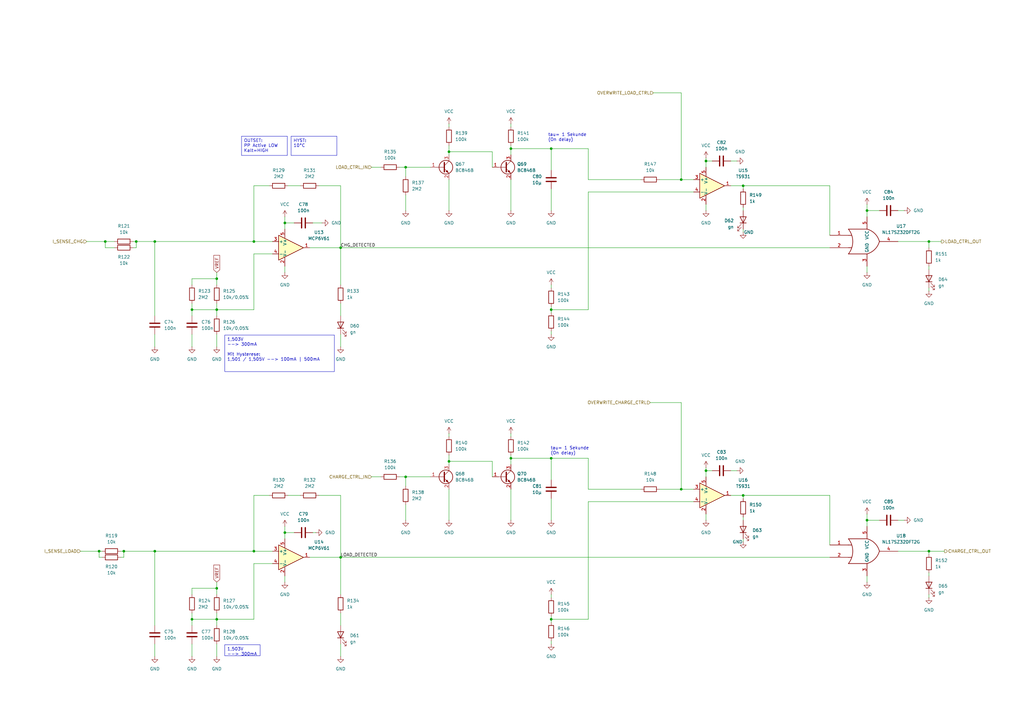
<source format=kicad_sch>
(kicad_sch
	(version 20250114)
	(generator "eeschema")
	(generator_version "9.0")
	(uuid "ae0b96a2-4831-417f-834b-5ffc35c52390")
	(paper "A3")
	(lib_symbols
		(symbol "74xGxx:74AHC1G32"
			(exclude_from_sim no)
			(in_bom yes)
			(on_board yes)
			(property "Reference" "U"
				(at -2.54 3.81 0)
				(effects
					(font
						(size 1.27 1.27)
					)
				)
			)
			(property "Value" "74AHC1G32"
				(at 0 -3.81 0)
				(effects
					(font
						(size 1.27 1.27)
					)
				)
			)
			(property "Footprint" ""
				(at 0 0 0)
				(effects
					(font
						(size 1.27 1.27)
					)
					(hide yes)
				)
			)
			(property "Datasheet" "http://www.ti.com/lit/sg/scyt129e/scyt129e.pdf"
				(at 0 0 0)
				(effects
					(font
						(size 1.27 1.27)
					)
					(hide yes)
				)
			)
			(property "Description" "Single OR Gate, Low-Voltage CMOS"
				(at 0 0 0)
				(effects
					(font
						(size 1.27 1.27)
					)
					(hide yes)
				)
			)
			(property "ki_keywords" "Single Gate OR LVC CMOS"
				(at 0 0 0)
				(effects
					(font
						(size 1.27 1.27)
					)
					(hide yes)
				)
			)
			(property "ki_fp_filters" "SOT* SG-*"
				(at 0 0 0)
				(effects
					(font
						(size 1.27 1.27)
					)
					(hide yes)
				)
			)
			(symbol "74AHC1G32_0_1"
				(arc
					(start -7.62 5.08)
					(mid -5.838 0)
					(end -7.62 -5.08)
					(stroke
						(width 0.254)
						(type default)
					)
					(fill
						(type none)
					)
				)
				(polyline
					(pts
						(xy -7.62 2.54) (xy -6.35 2.54)
					)
					(stroke
						(width 0.254)
						(type default)
					)
					(fill
						(type background)
					)
				)
				(polyline
					(pts
						(xy -7.62 -2.54) (xy -6.35 -2.54)
					)
					(stroke
						(width 0.254)
						(type default)
					)
					(fill
						(type background)
					)
				)
				(arc
					(start 5.08 0)
					(mid 3.202 -3.202)
					(end 0 -5.08)
					(stroke
						(width 0.254)
						(type default)
					)
					(fill
						(type none)
					)
				)
				(arc
					(start 0 5.08)
					(mid 3.2271 3.2271)
					(end 5.08 0)
					(stroke
						(width 0.254)
						(type default)
					)
					(fill
						(type none)
					)
				)
				(polyline
					(pts
						(xy 0 5.08) (xy -7.62 5.08)
					)
					(stroke
						(width 0.254)
						(type default)
					)
					(fill
						(type background)
					)
				)
				(polyline
					(pts
						(xy 0 -5.08) (xy -7.62 -5.08)
					)
					(stroke
						(width 0.254)
						(type default)
					)
					(fill
						(type background)
					)
				)
			)
			(symbol "74AHC1G32_1_1"
				(pin input line
					(at -15.24 2.54 0)
					(length 7.62)
					(name "~"
						(effects
							(font
								(size 1.27 1.27)
							)
						)
					)
					(number "1"
						(effects
							(font
								(size 1.27 1.27)
							)
						)
					)
				)
				(pin input line
					(at -15.24 -2.54 0)
					(length 7.62)
					(name "~"
						(effects
							(font
								(size 1.27 1.27)
							)
						)
					)
					(number "2"
						(effects
							(font
								(size 1.27 1.27)
							)
						)
					)
				)
				(pin power_in line
					(at 0 10.16 270)
					(length 5.08)
					(name "VCC"
						(effects
							(font
								(size 1.27 1.27)
							)
						)
					)
					(number "5"
						(effects
							(font
								(size 1.27 1.27)
							)
						)
					)
				)
				(pin power_in line
					(at 0 -10.16 90)
					(length 5.08)
					(name "GND"
						(effects
							(font
								(size 1.27 1.27)
							)
						)
					)
					(number "3"
						(effects
							(font
								(size 1.27 1.27)
							)
						)
					)
				)
				(pin output line
					(at 12.7 0 180)
					(length 7.62)
					(name "~"
						(effects
							(font
								(size 1.27 1.27)
							)
						)
					)
					(number "4"
						(effects
							(font
								(size 1.27 1.27)
							)
						)
					)
				)
			)
			(embedded_fonts no)
		)
		(symbol "Amplifier_Operational:MCP6001-OT"
			(pin_names
				(offset 0.127)
			)
			(exclude_from_sim no)
			(in_bom yes)
			(on_board yes)
			(property "Reference" "U"
				(at -1.27 6.35 0)
				(effects
					(font
						(size 1.27 1.27)
					)
					(justify left)
				)
			)
			(property "Value" "MCP6001-OT"
				(at -1.27 3.81 0)
				(effects
					(font
						(size 1.27 1.27)
					)
					(justify left)
				)
			)
			(property "Footprint" "Package_TO_SOT_SMD:SOT-23-5"
				(at -2.54 -5.08 0)
				(effects
					(font
						(size 1.27 1.27)
					)
					(justify left)
					(hide yes)
				)
			)
			(property "Datasheet" "https://ww1.microchip.com/downloads/en/DeviceDoc/MCP6001-1R-1U-2-4-1-MHz-Low-Power-Op-Amp-DS20001733L.pdf"
				(at 0 5.08 0)
				(effects
					(font
						(size 1.27 1.27)
					)
					(hide yes)
				)
			)
			(property "Description" "1MHz, Low-Power Op Amp, SOT-23-5"
				(at 0 0 0)
				(effects
					(font
						(size 1.27 1.27)
					)
					(hide yes)
				)
			)
			(property "ki_keywords" "single opamp"
				(at 0 0 0)
				(effects
					(font
						(size 1.27 1.27)
					)
					(hide yes)
				)
			)
			(property "ki_fp_filters" "SOT?23*"
				(at 0 0 0)
				(effects
					(font
						(size 1.27 1.27)
					)
					(hide yes)
				)
			)
			(symbol "MCP6001-OT_0_1"
				(polyline
					(pts
						(xy -5.08 5.08) (xy 5.08 0) (xy -5.08 -5.08) (xy -5.08 5.08)
					)
					(stroke
						(width 0.254)
						(type default)
					)
					(fill
						(type background)
					)
				)
				(pin power_in line
					(at -2.54 7.62 270)
					(length 3.81)
					(name "V+"
						(effects
							(font
								(size 1.27 1.27)
							)
						)
					)
					(number "5"
						(effects
							(font
								(size 1.27 1.27)
							)
						)
					)
				)
				(pin power_in line
					(at -2.54 -7.62 90)
					(length 3.81)
					(name "V-"
						(effects
							(font
								(size 1.27 1.27)
							)
						)
					)
					(number "2"
						(effects
							(font
								(size 1.27 1.27)
							)
						)
					)
				)
			)
			(symbol "MCP6001-OT_1_1"
				(pin input line
					(at -7.62 2.54 0)
					(length 2.54)
					(name "+"
						(effects
							(font
								(size 1.27 1.27)
							)
						)
					)
					(number "3"
						(effects
							(font
								(size 1.27 1.27)
							)
						)
					)
				)
				(pin input line
					(at -7.62 -2.54 0)
					(length 2.54)
					(name "-"
						(effects
							(font
								(size 1.27 1.27)
							)
						)
					)
					(number "4"
						(effects
							(font
								(size 1.27 1.27)
							)
						)
					)
				)
				(pin output line
					(at 7.62 0 180)
					(length 2.54)
					(name "~"
						(effects
							(font
								(size 1.27 1.27)
							)
						)
					)
					(number "1"
						(effects
							(font
								(size 1.27 1.27)
							)
						)
					)
				)
			)
			(embedded_fonts no)
		)
		(symbol "Amplifier_Operational:TLV9301xDBV"
			(pin_names
				(offset 0.127)
			)
			(exclude_from_sim no)
			(in_bom yes)
			(on_board yes)
			(property "Reference" "U"
				(at -1.27 6.35 0)
				(effects
					(font
						(size 1.27 1.27)
					)
					(justify left)
				)
			)
			(property "Value" "TLV9301xDBV"
				(at -1.27 3.81 0)
				(effects
					(font
						(size 1.27 1.27)
					)
					(justify left)
				)
			)
			(property "Footprint" "Package_TO_SOT_SMD:SOT-23-5"
				(at -2.54 -5.08 0)
				(effects
					(font
						(size 1.27 1.27)
					)
					(justify left)
					(hide yes)
				)
			)
			(property "Datasheet" "https://www.ti.com/lit/ds/symlink/tlv9301.pdf"
				(at 0 5.08 0)
				(effects
					(font
						(size 1.27 1.27)
					)
					(hide yes)
				)
			)
			(property "Description" "40-V, 1-MHz, RRO Operational Amplifiers for Cost-Sensitive Systems, SOT-23-5"
				(at 0 0 0)
				(effects
					(font
						(size 1.27 1.27)
					)
					(hide yes)
				)
			)
			(property "ki_keywords" "single opamp 40V rail to rail output"
				(at 0 0 0)
				(effects
					(font
						(size 1.27 1.27)
					)
					(hide yes)
				)
			)
			(property "ki_fp_filters" "SOT?23*"
				(at 0 0 0)
				(effects
					(font
						(size 1.27 1.27)
					)
					(hide yes)
				)
			)
			(symbol "TLV9301xDBV_0_1"
				(polyline
					(pts
						(xy -5.08 5.08) (xy 5.08 0) (xy -5.08 -5.08) (xy -5.08 5.08)
					)
					(stroke
						(width 0.254)
						(type default)
					)
					(fill
						(type background)
					)
				)
				(pin power_in line
					(at -2.54 7.62 270)
					(length 3.81)
					(name "V+"
						(effects
							(font
								(size 1.27 1.27)
							)
						)
					)
					(number "5"
						(effects
							(font
								(size 1.27 1.27)
							)
						)
					)
				)
				(pin power_in line
					(at -2.54 -7.62 90)
					(length 3.81)
					(name "V-"
						(effects
							(font
								(size 1.27 1.27)
							)
						)
					)
					(number "2"
						(effects
							(font
								(size 1.27 1.27)
							)
						)
					)
				)
			)
			(symbol "TLV9301xDBV_1_1"
				(pin input line
					(at -7.62 2.54 0)
					(length 2.54)
					(name "+"
						(effects
							(font
								(size 1.27 1.27)
							)
						)
					)
					(number "3"
						(effects
							(font
								(size 1.27 1.27)
							)
						)
					)
				)
				(pin input line
					(at -7.62 -2.54 0)
					(length 2.54)
					(name "-"
						(effects
							(font
								(size 1.27 1.27)
							)
						)
					)
					(number "4"
						(effects
							(font
								(size 1.27 1.27)
							)
						)
					)
				)
				(pin output line
					(at 7.62 0 180)
					(length 2.54)
					(name "~"
						(effects
							(font
								(size 1.27 1.27)
							)
						)
					)
					(number "1"
						(effects
							(font
								(size 1.27 1.27)
							)
						)
					)
				)
			)
			(embedded_fonts no)
		)
		(symbol "Device:C"
			(pin_numbers
				(hide yes)
			)
			(pin_names
				(offset 0.254)
			)
			(exclude_from_sim no)
			(in_bom yes)
			(on_board yes)
			(property "Reference" "C"
				(at 0.635 2.54 0)
				(effects
					(font
						(size 1.27 1.27)
					)
					(justify left)
				)
			)
			(property "Value" "C"
				(at 0.635 -2.54 0)
				(effects
					(font
						(size 1.27 1.27)
					)
					(justify left)
				)
			)
			(property "Footprint" ""
				(at 0.9652 -3.81 0)
				(effects
					(font
						(size 1.27 1.27)
					)
					(hide yes)
				)
			)
			(property "Datasheet" "~"
				(at 0 0 0)
				(effects
					(font
						(size 1.27 1.27)
					)
					(hide yes)
				)
			)
			(property "Description" "Unpolarized capacitor"
				(at 0 0 0)
				(effects
					(font
						(size 1.27 1.27)
					)
					(hide yes)
				)
			)
			(property "ki_keywords" "cap capacitor"
				(at 0 0 0)
				(effects
					(font
						(size 1.27 1.27)
					)
					(hide yes)
				)
			)
			(property "ki_fp_filters" "C_*"
				(at 0 0 0)
				(effects
					(font
						(size 1.27 1.27)
					)
					(hide yes)
				)
			)
			(symbol "C_0_1"
				(polyline
					(pts
						(xy -2.032 0.762) (xy 2.032 0.762)
					)
					(stroke
						(width 0.508)
						(type default)
					)
					(fill
						(type none)
					)
				)
				(polyline
					(pts
						(xy -2.032 -0.762) (xy 2.032 -0.762)
					)
					(stroke
						(width 0.508)
						(type default)
					)
					(fill
						(type none)
					)
				)
			)
			(symbol "C_1_1"
				(pin passive line
					(at 0 3.81 270)
					(length 2.794)
					(name "~"
						(effects
							(font
								(size 1.27 1.27)
							)
						)
					)
					(number "1"
						(effects
							(font
								(size 1.27 1.27)
							)
						)
					)
				)
				(pin passive line
					(at 0 -3.81 90)
					(length 2.794)
					(name "~"
						(effects
							(font
								(size 1.27 1.27)
							)
						)
					)
					(number "2"
						(effects
							(font
								(size 1.27 1.27)
							)
						)
					)
				)
			)
			(embedded_fonts no)
		)
		(symbol "Device:LED"
			(pin_numbers
				(hide yes)
			)
			(pin_names
				(offset 1.016)
				(hide yes)
			)
			(exclude_from_sim no)
			(in_bom yes)
			(on_board yes)
			(property "Reference" "D"
				(at 0 2.54 0)
				(effects
					(font
						(size 1.27 1.27)
					)
				)
			)
			(property "Value" "LED"
				(at 0 -2.54 0)
				(effects
					(font
						(size 1.27 1.27)
					)
				)
			)
			(property "Footprint" ""
				(at 0 0 0)
				(effects
					(font
						(size 1.27 1.27)
					)
					(hide yes)
				)
			)
			(property "Datasheet" "~"
				(at 0 0 0)
				(effects
					(font
						(size 1.27 1.27)
					)
					(hide yes)
				)
			)
			(property "Description" "Light emitting diode"
				(at 0 0 0)
				(effects
					(font
						(size 1.27 1.27)
					)
					(hide yes)
				)
			)
			(property "Sim.Pins" "1=K 2=A"
				(at 0 0 0)
				(effects
					(font
						(size 1.27 1.27)
					)
					(hide yes)
				)
			)
			(property "ki_keywords" "LED diode"
				(at 0 0 0)
				(effects
					(font
						(size 1.27 1.27)
					)
					(hide yes)
				)
			)
			(property "ki_fp_filters" "LED* LED_SMD:* LED_THT:*"
				(at 0 0 0)
				(effects
					(font
						(size 1.27 1.27)
					)
					(hide yes)
				)
			)
			(symbol "LED_0_1"
				(polyline
					(pts
						(xy -3.048 -0.762) (xy -4.572 -2.286) (xy -3.81 -2.286) (xy -4.572 -2.286) (xy -4.572 -1.524)
					)
					(stroke
						(width 0)
						(type default)
					)
					(fill
						(type none)
					)
				)
				(polyline
					(pts
						(xy -1.778 -0.762) (xy -3.302 -2.286) (xy -2.54 -2.286) (xy -3.302 -2.286) (xy -3.302 -1.524)
					)
					(stroke
						(width 0)
						(type default)
					)
					(fill
						(type none)
					)
				)
				(polyline
					(pts
						(xy -1.27 0) (xy 1.27 0)
					)
					(stroke
						(width 0)
						(type default)
					)
					(fill
						(type none)
					)
				)
				(polyline
					(pts
						(xy -1.27 -1.27) (xy -1.27 1.27)
					)
					(stroke
						(width 0.254)
						(type default)
					)
					(fill
						(type none)
					)
				)
				(polyline
					(pts
						(xy 1.27 -1.27) (xy 1.27 1.27) (xy -1.27 0) (xy 1.27 -1.27)
					)
					(stroke
						(width 0.254)
						(type default)
					)
					(fill
						(type none)
					)
				)
			)
			(symbol "LED_1_1"
				(pin passive line
					(at -3.81 0 0)
					(length 2.54)
					(name "K"
						(effects
							(font
								(size 1.27 1.27)
							)
						)
					)
					(number "1"
						(effects
							(font
								(size 1.27 1.27)
							)
						)
					)
				)
				(pin passive line
					(at 3.81 0 180)
					(length 2.54)
					(name "A"
						(effects
							(font
								(size 1.27 1.27)
							)
						)
					)
					(number "2"
						(effects
							(font
								(size 1.27 1.27)
							)
						)
					)
				)
			)
			(embedded_fonts no)
		)
		(symbol "Device:R"
			(pin_numbers
				(hide yes)
			)
			(pin_names
				(offset 0)
			)
			(exclude_from_sim no)
			(in_bom yes)
			(on_board yes)
			(property "Reference" "R"
				(at 2.032 0 90)
				(effects
					(font
						(size 1.27 1.27)
					)
				)
			)
			(property "Value" "R"
				(at 0 0 90)
				(effects
					(font
						(size 1.27 1.27)
					)
				)
			)
			(property "Footprint" ""
				(at -1.778 0 90)
				(effects
					(font
						(size 1.27 1.27)
					)
					(hide yes)
				)
			)
			(property "Datasheet" "~"
				(at 0 0 0)
				(effects
					(font
						(size 1.27 1.27)
					)
					(hide yes)
				)
			)
			(property "Description" "Resistor"
				(at 0 0 0)
				(effects
					(font
						(size 1.27 1.27)
					)
					(hide yes)
				)
			)
			(property "ki_keywords" "R res resistor"
				(at 0 0 0)
				(effects
					(font
						(size 1.27 1.27)
					)
					(hide yes)
				)
			)
			(property "ki_fp_filters" "R_*"
				(at 0 0 0)
				(effects
					(font
						(size 1.27 1.27)
					)
					(hide yes)
				)
			)
			(symbol "R_0_1"
				(rectangle
					(start -1.016 -2.54)
					(end 1.016 2.54)
					(stroke
						(width 0.254)
						(type default)
					)
					(fill
						(type none)
					)
				)
			)
			(symbol "R_1_1"
				(pin passive line
					(at 0 3.81 270)
					(length 1.27)
					(name "~"
						(effects
							(font
								(size 1.27 1.27)
							)
						)
					)
					(number "1"
						(effects
							(font
								(size 1.27 1.27)
							)
						)
					)
				)
				(pin passive line
					(at 0 -3.81 90)
					(length 1.27)
					(name "~"
						(effects
							(font
								(size 1.27 1.27)
							)
						)
					)
					(number "2"
						(effects
							(font
								(size 1.27 1.27)
							)
						)
					)
				)
			)
			(embedded_fonts no)
		)
		(symbol "Transistor_BJT:Q_NPN_BEC"
			(pin_names
				(offset 0)
				(hide yes)
			)
			(exclude_from_sim no)
			(in_bom yes)
			(on_board yes)
			(property "Reference" "Q"
				(at 5.08 1.27 0)
				(effects
					(font
						(size 1.27 1.27)
					)
					(justify left)
				)
			)
			(property "Value" "Q_NPN_BEC"
				(at 5.08 -1.27 0)
				(effects
					(font
						(size 1.27 1.27)
					)
					(justify left)
				)
			)
			(property "Footprint" ""
				(at 5.08 2.54 0)
				(effects
					(font
						(size 1.27 1.27)
					)
					(hide yes)
				)
			)
			(property "Datasheet" "~"
				(at 0 0 0)
				(effects
					(font
						(size 1.27 1.27)
					)
					(hide yes)
				)
			)
			(property "Description" "NPN transistor, base/emitter/collector"
				(at 0 0 0)
				(effects
					(font
						(size 1.27 1.27)
					)
					(hide yes)
				)
			)
			(property "ki_keywords" "BJT"
				(at 0 0 0)
				(effects
					(font
						(size 1.27 1.27)
					)
					(hide yes)
				)
			)
			(symbol "Q_NPN_BEC_0_1"
				(polyline
					(pts
						(xy -2.54 0) (xy 0.635 0)
					)
					(stroke
						(width 0)
						(type default)
					)
					(fill
						(type none)
					)
				)
				(polyline
					(pts
						(xy 0.635 1.905) (xy 0.635 -1.905)
					)
					(stroke
						(width 0.508)
						(type default)
					)
					(fill
						(type none)
					)
				)
				(circle
					(center 1.27 0)
					(radius 2.8194)
					(stroke
						(width 0.254)
						(type default)
					)
					(fill
						(type none)
					)
				)
			)
			(symbol "Q_NPN_BEC_1_1"
				(polyline
					(pts
						(xy 0.635 0.635) (xy 2.54 2.54)
					)
					(stroke
						(width 0)
						(type default)
					)
					(fill
						(type none)
					)
				)
				(polyline
					(pts
						(xy 0.635 -0.635) (xy 2.54 -2.54)
					)
					(stroke
						(width 0)
						(type default)
					)
					(fill
						(type none)
					)
				)
				(polyline
					(pts
						(xy 1.27 -1.778) (xy 1.778 -1.27) (xy 2.286 -2.286) (xy 1.27 -1.778)
					)
					(stroke
						(width 0)
						(type default)
					)
					(fill
						(type outline)
					)
				)
				(pin input line
					(at -5.08 0 0)
					(length 2.54)
					(name "B"
						(effects
							(font
								(size 1.27 1.27)
							)
						)
					)
					(number "1"
						(effects
							(font
								(size 1.27 1.27)
							)
						)
					)
				)
				(pin passive line
					(at 2.54 5.08 270)
					(length 2.54)
					(name "C"
						(effects
							(font
								(size 1.27 1.27)
							)
						)
					)
					(number "3"
						(effects
							(font
								(size 1.27 1.27)
							)
						)
					)
				)
				(pin passive line
					(at 2.54 -5.08 90)
					(length 2.54)
					(name "E"
						(effects
							(font
								(size 1.27 1.27)
							)
						)
					)
					(number "2"
						(effects
							(font
								(size 1.27 1.27)
							)
						)
					)
				)
			)
			(embedded_fonts no)
		)
		(symbol "power:GND"
			(power)
			(pin_numbers
				(hide yes)
			)
			(pin_names
				(offset 0)
				(hide yes)
			)
			(exclude_from_sim no)
			(in_bom yes)
			(on_board yes)
			(property "Reference" "#PWR"
				(at 0 -6.35 0)
				(effects
					(font
						(size 1.27 1.27)
					)
					(hide yes)
				)
			)
			(property "Value" "GND"
				(at 0 -3.81 0)
				(effects
					(font
						(size 1.27 1.27)
					)
				)
			)
			(property "Footprint" ""
				(at 0 0 0)
				(effects
					(font
						(size 1.27 1.27)
					)
					(hide yes)
				)
			)
			(property "Datasheet" ""
				(at 0 0 0)
				(effects
					(font
						(size 1.27 1.27)
					)
					(hide yes)
				)
			)
			(property "Description" "Power symbol creates a global label with name \"GND\" , ground"
				(at 0 0 0)
				(effects
					(font
						(size 1.27 1.27)
					)
					(hide yes)
				)
			)
			(property "ki_keywords" "global power"
				(at 0 0 0)
				(effects
					(font
						(size 1.27 1.27)
					)
					(hide yes)
				)
			)
			(symbol "GND_0_1"
				(polyline
					(pts
						(xy 0 0) (xy 0 -1.27) (xy 1.27 -1.27) (xy 0 -2.54) (xy -1.27 -1.27) (xy 0 -1.27)
					)
					(stroke
						(width 0)
						(type default)
					)
					(fill
						(type none)
					)
				)
			)
			(symbol "GND_1_1"
				(pin power_in line
					(at 0 0 270)
					(length 0)
					(name "~"
						(effects
							(font
								(size 1.27 1.27)
							)
						)
					)
					(number "1"
						(effects
							(font
								(size 1.27 1.27)
							)
						)
					)
				)
			)
			(embedded_fonts no)
		)
		(symbol "power:VCC"
			(power)
			(pin_numbers
				(hide yes)
			)
			(pin_names
				(offset 0)
				(hide yes)
			)
			(exclude_from_sim no)
			(in_bom yes)
			(on_board yes)
			(property "Reference" "#PWR"
				(at 0 -3.81 0)
				(effects
					(font
						(size 1.27 1.27)
					)
					(hide yes)
				)
			)
			(property "Value" "VCC"
				(at 0 3.556 0)
				(effects
					(font
						(size 1.27 1.27)
					)
				)
			)
			(property "Footprint" ""
				(at 0 0 0)
				(effects
					(font
						(size 1.27 1.27)
					)
					(hide yes)
				)
			)
			(property "Datasheet" ""
				(at 0 0 0)
				(effects
					(font
						(size 1.27 1.27)
					)
					(hide yes)
				)
			)
			(property "Description" "Power symbol creates a global label with name \"VCC\""
				(at 0 0 0)
				(effects
					(font
						(size 1.27 1.27)
					)
					(hide yes)
				)
			)
			(property "ki_keywords" "global power"
				(at 0 0 0)
				(effects
					(font
						(size 1.27 1.27)
					)
					(hide yes)
				)
			)
			(symbol "VCC_0_1"
				(polyline
					(pts
						(xy -0.762 1.27) (xy 0 2.54)
					)
					(stroke
						(width 0)
						(type default)
					)
					(fill
						(type none)
					)
				)
				(polyline
					(pts
						(xy 0 2.54) (xy 0.762 1.27)
					)
					(stroke
						(width 0)
						(type default)
					)
					(fill
						(type none)
					)
				)
				(polyline
					(pts
						(xy 0 0) (xy 0 2.54)
					)
					(stroke
						(width 0)
						(type default)
					)
					(fill
						(type none)
					)
				)
			)
			(symbol "VCC_1_1"
				(pin power_in line
					(at 0 0 90)
					(length 0)
					(name "~"
						(effects
							(font
								(size 1.27 1.27)
							)
						)
					)
					(number "1"
						(effects
							(font
								(size 1.27 1.27)
							)
						)
					)
				)
			)
			(embedded_fonts no)
		)
	)
	(text "tau= 1 Sekunde\n(On delay)"
		(exclude_from_sim no)
		(at 224.79 56.388 0)
		(effects
			(font
				(size 1.27 1.27)
			)
			(justify left)
		)
		(uuid "49d2cac9-41c7-45c2-ab75-86e3f4728a1a")
	)
	(text "tau= 1 Sekunde\n(On delay)"
		(exclude_from_sim no)
		(at 225.806 184.912 0)
		(effects
			(font
				(size 1.27 1.27)
			)
			(justify left)
		)
		(uuid "b6b0ce33-b9a3-4628-8538-51d9a0d0087c")
	)
	(text_box "OUTSET:\nPP Active LOW\nKalt=HIGH"
		(exclude_from_sim no)
		(at 99.06 55.88 0)
		(size 18.796 7.874)
		(margins 0.9525 0.9525 0.9525 0.9525)
		(stroke
			(width 0)
			(type default)
		)
		(fill
			(type none)
		)
		(effects
			(font
				(size 1.27 1.27)
			)
			(justify left top)
		)
		(uuid "23c0376c-20c5-4c21-a50d-c70cdc630faa")
	)
	(text_box "1,503V\n--> 300mA "
		(exclude_from_sim no)
		(at 92.202 264.414 0)
		(size 14.478 4.572)
		(margins 0.9525 0.9525 0.9525 0.9525)
		(stroke
			(width 0)
			(type default)
		)
		(fill
			(type none)
		)
		(effects
			(font
				(size 1.27 1.27)
			)
			(justify left top)
		)
		(uuid "40d17b50-3300-4ed2-b864-e10d0d3e4940")
	)
	(text_box "1,503V\n--> 300mA \n\nMit Hysterese:\n1,501 / 1,505V --> 100mA | 500mA"
		(exclude_from_sim no)
		(at 92.202 137.414 0)
		(size 44.958 14.986)
		(margins 0.9525 0.9525 0.9525 0.9525)
		(stroke
			(width 0)
			(type default)
		)
		(fill
			(type none)
		)
		(effects
			(font
				(size 1.27 1.27)
			)
			(justify left top)
		)
		(uuid "42d7c6c2-ea5c-4ba8-8f23-71f7f7ae87b0")
	)
	(text_box "HYST: \n10°C"
		(exclude_from_sim no)
		(at 119.38 55.88 0)
		(size 18.796 7.874)
		(margins 0.9525 0.9525 0.9525 0.9525)
		(stroke
			(width 0)
			(type default)
		)
		(fill
			(type none)
		)
		(effects
			(font
				(size 1.27 1.27)
			)
			(justify left top)
		)
		(uuid "5e7ffb97-80e2-4881-8764-e863b951be1b")
	)
	(junction
		(at 104.14 226.06)
		(diameter 0)
		(color 0 0 0 0)
		(uuid "1443f2fb-276d-4160-8cb5-42c4046c23e7")
	)
	(junction
		(at 381 99.06)
		(diameter 0)
		(color 0 0 0 0)
		(uuid "1abf1acd-c959-48e1-aa35-de82a5af04c8")
	)
	(junction
		(at 139.7 101.6)
		(diameter 0)
		(color 0 0 0 0)
		(uuid "1d376c80-4fbd-46d6-807a-85a7ed83df36")
	)
	(junction
		(at 63.5 226.06)
		(diameter 0)
		(color 0 0 0 0)
		(uuid "21f6ca15-61c2-49f7-b31b-be162d6ca8ba")
	)
	(junction
		(at 226.06 254)
		(diameter 0)
		(color 0 0 0 0)
		(uuid "28eeb6f8-b447-4679-96a6-72e030dc1eb8")
	)
	(junction
		(at 40.64 226.06)
		(diameter 0)
		(color 0 0 0 0)
		(uuid "2df122f2-6237-46c8-bf84-5be1e91717e6")
	)
	(junction
		(at 304.8 203.2)
		(diameter 0)
		(color 0 0 0 0)
		(uuid "31491650-700e-4b9c-9e9c-1d5de488eb8e")
	)
	(junction
		(at 304.8 76.2)
		(diameter 0)
		(color 0 0 0 0)
		(uuid "36a142c6-f1f2-4ea1-a45a-a04aadd1f39e")
	)
	(junction
		(at 116.84 218.44)
		(diameter 0)
		(color 0 0 0 0)
		(uuid "37fde800-3f04-47a6-879e-cf26a6aacab5")
	)
	(junction
		(at 55.88 99.06)
		(diameter 0)
		(color 0 0 0 0)
		(uuid "46770d2d-a3d7-4687-8fbd-a80193657f00")
	)
	(junction
		(at 279.4 73.66)
		(diameter 0)
		(color 0 0 0 0)
		(uuid "47e21890-6772-4d96-98f3-aa0c98f076d0")
	)
	(junction
		(at 279.4 200.66)
		(diameter 0)
		(color 0 0 0 0)
		(uuid "4fef3ec0-3f9d-4493-9800-1069cccae1e0")
	)
	(junction
		(at 226.06 60.96)
		(diameter 0)
		(color 0 0 0 0)
		(uuid "56586eea-f4e8-4976-a58f-2e11029f8df3")
	)
	(junction
		(at 43.18 99.06)
		(diameter 0)
		(color 0 0 0 0)
		(uuid "5ded7af6-ec18-4c3a-b5af-71b4b0d82500")
	)
	(junction
		(at 381 226.06)
		(diameter 0)
		(color 0 0 0 0)
		(uuid "5ec85c3a-498f-4f12-a634-d96be0a714a4")
	)
	(junction
		(at 289.56 193.04)
		(diameter 0)
		(color 0 0 0 0)
		(uuid "629f7ab9-5230-4038-9efe-cf9b7ea0ce86")
	)
	(junction
		(at 88.9 254)
		(diameter 0)
		(color 0 0 0 0)
		(uuid "6a785adb-4784-43c1-9945-c0e24b9e60fe")
	)
	(junction
		(at 104.14 99.06)
		(diameter 0)
		(color 0 0 0 0)
		(uuid "7cc24e9b-6fe3-4b6a-9568-0db1c93a8ca9")
	)
	(junction
		(at 116.84 91.44)
		(diameter 0)
		(color 0 0 0 0)
		(uuid "7d40be78-b872-4a18-bc5c-9c1f9acb8804")
	)
	(junction
		(at 88.9 114.3)
		(diameter 0)
		(color 0 0 0 0)
		(uuid "8fecf762-75db-4001-9057-d55f17e43dc9")
	)
	(junction
		(at 88.9 241.3)
		(diameter 0)
		(color 0 0 0 0)
		(uuid "9eec9dae-9c2e-4be4-9a4c-1a18402c0a71")
	)
	(junction
		(at 78.74 127)
		(diameter 0)
		(color 0 0 0 0)
		(uuid "a8859905-a96b-4195-aa4b-aa0a4ca6ceab")
	)
	(junction
		(at 166.37 195.58)
		(diameter 0)
		(color 0 0 0 0)
		(uuid "b16f951f-bc22-41fc-b722-0725bf78cded")
	)
	(junction
		(at 166.37 68.58)
		(diameter 0)
		(color 0 0 0 0)
		(uuid "b36f7d83-9a1b-4853-bf8d-22334c4354a1")
	)
	(junction
		(at 63.5 99.06)
		(diameter 0)
		(color 0 0 0 0)
		(uuid "b3de9284-4c54-43b0-a5d5-97526ca9cd48")
	)
	(junction
		(at 355.6 213.36)
		(diameter 0)
		(color 0 0 0 0)
		(uuid "b7bbf467-f288-4c5c-a8bf-4b31eb74294a")
	)
	(junction
		(at 289.56 66.04)
		(diameter 0)
		(color 0 0 0 0)
		(uuid "bab15166-ee8d-4880-acef-d21db043bb58")
	)
	(junction
		(at 139.7 228.6)
		(diameter 0)
		(color 0 0 0 0)
		(uuid "bf2cff2c-d037-4505-a888-bc32c98c4605")
	)
	(junction
		(at 50.8 226.06)
		(diameter 0)
		(color 0 0 0 0)
		(uuid "c837934a-f6ee-4ad4-9a5f-26a525b0b31a")
	)
	(junction
		(at 355.6 86.36)
		(diameter 0)
		(color 0 0 0 0)
		(uuid "c9f6b5b5-1398-4135-b327-ae1ef2dc0de2")
	)
	(junction
		(at 78.74 254)
		(diameter 0)
		(color 0 0 0 0)
		(uuid "d2faf626-39f9-4a12-95ed-67e9f80897da")
	)
	(junction
		(at 226.06 127)
		(diameter 0)
		(color 0 0 0 0)
		(uuid "dbc21cdc-e4e4-4efa-9d18-b19500bafc17")
	)
	(junction
		(at 184.15 62.23)
		(diameter 0)
		(color 0 0 0 0)
		(uuid "e337c27f-72ef-4d5f-8f95-87488c482464")
	)
	(junction
		(at 226.06 187.96)
		(diameter 0)
		(color 0 0 0 0)
		(uuid "ebd2c900-f3fc-435b-bbe8-e16f20d9dbb4")
	)
	(junction
		(at 209.55 60.96)
		(diameter 0)
		(color 0 0 0 0)
		(uuid "eece6246-b557-4c5c-bdb9-f71705a86c63")
	)
	(junction
		(at 184.15 189.23)
		(diameter 0)
		(color 0 0 0 0)
		(uuid "f727216d-135f-447d-a0dd-2e56c442bec1")
	)
	(junction
		(at 88.9 127)
		(diameter 0)
		(color 0 0 0 0)
		(uuid "f91bf71f-d4fb-45d5-8005-4d52b749056f")
	)
	(junction
		(at 209.55 187.96)
		(diameter 0)
		(color 0 0 0 0)
		(uuid "f924d590-acb7-49c8-911b-3fa975aa0a9f")
	)
	(wire
		(pts
			(xy 279.4 73.66) (xy 284.48 73.66)
		)
		(stroke
			(width 0)
			(type default)
		)
		(uuid "0222bf98-e653-4aa4-bdaf-a24ac9d6b821")
	)
	(wire
		(pts
			(xy 209.55 187.96) (xy 226.06 187.96)
		)
		(stroke
			(width 0)
			(type default)
		)
		(uuid "028f9144-f8a7-4e68-8f84-0330e5c5cce4")
	)
	(wire
		(pts
			(xy 49.53 226.06) (xy 50.8 226.06)
		)
		(stroke
			(width 0)
			(type default)
		)
		(uuid "033a39db-2970-4864-8a82-0cbd56d44a41")
	)
	(wire
		(pts
			(xy 226.06 127) (xy 241.3 127)
		)
		(stroke
			(width 0)
			(type default)
		)
		(uuid "0587bbfc-29e8-449e-8313-d1387c6c6aab")
	)
	(wire
		(pts
			(xy 184.15 189.23) (xy 184.15 190.5)
		)
		(stroke
			(width 0)
			(type default)
		)
		(uuid "06e3fb12-93ff-46ba-bfe8-919209e7affc")
	)
	(wire
		(pts
			(xy 176.53 68.58) (xy 166.37 68.58)
		)
		(stroke
			(width 0)
			(type default)
		)
		(uuid "08d2b74d-59bf-47c7-b32b-50096cb07289")
	)
	(wire
		(pts
			(xy 55.88 99.06) (xy 63.5 99.06)
		)
		(stroke
			(width 0)
			(type default)
		)
		(uuid "098f26a0-a3bf-46b8-bc18-56800eb15330")
	)
	(wire
		(pts
			(xy 184.15 73.66) (xy 184.15 86.36)
		)
		(stroke
			(width 0)
			(type default)
		)
		(uuid "0a2e090f-c726-4da6-be9d-8e4e7c01ae47")
	)
	(wire
		(pts
			(xy 209.55 177.8) (xy 209.55 179.07)
		)
		(stroke
			(width 0)
			(type default)
		)
		(uuid "0b2ad358-8fb2-4905-b19b-6c7fa3b10087")
	)
	(wire
		(pts
			(xy 163.83 195.58) (xy 166.37 195.58)
		)
		(stroke
			(width 0)
			(type default)
		)
		(uuid "0daa941e-c358-4205-9388-d38a74ef9ae6")
	)
	(wire
		(pts
			(xy 54.61 99.06) (xy 55.88 99.06)
		)
		(stroke
			(width 0)
			(type default)
		)
		(uuid "0e4882ae-73f5-4985-a265-a6ba9b7acd42")
	)
	(wire
		(pts
			(xy 279.4 200.66) (xy 284.48 200.66)
		)
		(stroke
			(width 0)
			(type default)
		)
		(uuid "0ec489f6-024a-4c0b-8071-e17f9ba08d39")
	)
	(wire
		(pts
			(xy 368.3 86.36) (xy 370.84 86.36)
		)
		(stroke
			(width 0)
			(type default)
		)
		(uuid "110ac005-641d-4682-b858-84fdb317c8d7")
	)
	(wire
		(pts
			(xy 226.06 196.85) (xy 226.06 187.96)
		)
		(stroke
			(width 0)
			(type default)
		)
		(uuid "1283d4a2-8b0a-4f02-bc60-8aa8423697b3")
	)
	(wire
		(pts
			(xy 267.97 38.1) (xy 279.4 38.1)
		)
		(stroke
			(width 0)
			(type default)
		)
		(uuid "13108f18-4f59-4796-a8f2-329ef26fd810")
	)
	(wire
		(pts
			(xy 43.18 99.06) (xy 46.99 99.06)
		)
		(stroke
			(width 0)
			(type default)
		)
		(uuid "17f9cf23-092a-4c47-916a-2f69770aca0c")
	)
	(wire
		(pts
			(xy 104.14 254) (xy 104.14 231.14)
		)
		(stroke
			(width 0)
			(type default)
		)
		(uuid "19ea89c1-a34e-42ea-bf33-51f68800e5d5")
	)
	(wire
		(pts
			(xy 241.3 187.96) (xy 241.3 200.66)
		)
		(stroke
			(width 0)
			(type default)
		)
		(uuid "1ac238a3-70a4-4283-a3eb-efa74316e3b2")
	)
	(wire
		(pts
			(xy 116.84 220.98) (xy 116.84 218.44)
		)
		(stroke
			(width 0)
			(type default)
		)
		(uuid "1dbd5dab-5b28-4b9e-936d-9730d6b2612d")
	)
	(wire
		(pts
			(xy 35.56 99.06) (xy 43.18 99.06)
		)
		(stroke
			(width 0)
			(type default)
		)
		(uuid "1de5659d-10fd-42c4-bda4-8803721b2e9e")
	)
	(wire
		(pts
			(xy 128.27 91.44) (xy 132.08 91.44)
		)
		(stroke
			(width 0)
			(type default)
		)
		(uuid "1dfb27d2-e10e-449a-beff-7e9c1e8b68ea")
	)
	(wire
		(pts
			(xy 88.9 114.3) (xy 88.9 116.84)
		)
		(stroke
			(width 0)
			(type default)
		)
		(uuid "1ea0d333-8388-4619-ad08-ab1ca2f039c0")
	)
	(wire
		(pts
			(xy 139.7 264.16) (xy 139.7 269.24)
		)
		(stroke
			(width 0)
			(type default)
		)
		(uuid "1f619fe2-4903-44c2-bf2c-e406a980caa6")
	)
	(wire
		(pts
			(xy 299.72 203.2) (xy 304.8 203.2)
		)
		(stroke
			(width 0)
			(type default)
		)
		(uuid "1fefb5a2-0fbf-421c-82e5-62d356c8d613")
	)
	(wire
		(pts
			(xy 299.72 66.04) (xy 302.26 66.04)
		)
		(stroke
			(width 0)
			(type default)
		)
		(uuid "215d3f9f-b743-48dd-ac8f-4133a8e73578")
	)
	(wire
		(pts
			(xy 355.6 215.9) (xy 355.6 213.36)
		)
		(stroke
			(width 0)
			(type default)
		)
		(uuid "2265bfc2-c3fd-4813-90a9-6df1a69b6393")
	)
	(wire
		(pts
			(xy 118.11 203.2) (xy 123.19 203.2)
		)
		(stroke
			(width 0)
			(type default)
		)
		(uuid "228ab80c-6b6d-4775-9435-535a62a3b118")
	)
	(wire
		(pts
			(xy 209.55 186.69) (xy 209.55 187.96)
		)
		(stroke
			(width 0)
			(type default)
		)
		(uuid "23542c33-cc3e-4ee0-86b8-00820c12bac8")
	)
	(wire
		(pts
			(xy 163.83 68.58) (xy 166.37 68.58)
		)
		(stroke
			(width 0)
			(type default)
		)
		(uuid "23dc4c89-c2b1-4765-a5fd-45152f436b4f")
	)
	(wire
		(pts
			(xy 50.8 228.6) (xy 50.8 226.06)
		)
		(stroke
			(width 0)
			(type default)
		)
		(uuid "2608d304-4e71-454f-8e4e-c796fc6ce861")
	)
	(wire
		(pts
			(xy 201.93 62.23) (xy 201.93 68.58)
		)
		(stroke
			(width 0)
			(type default)
		)
		(uuid "2c245386-7525-43d8-ab4f-246e72e35ef2")
	)
	(wire
		(pts
			(xy 139.7 203.2) (xy 139.7 228.6)
		)
		(stroke
			(width 0)
			(type default)
		)
		(uuid "2ff7426f-5dec-4ad6-85b7-002dcb2d9264")
	)
	(wire
		(pts
			(xy 139.7 228.6) (xy 340.36 228.6)
		)
		(stroke
			(width 0)
			(type default)
		)
		(uuid "33fa46bd-b2a9-492c-8d98-05e755764798")
	)
	(wire
		(pts
			(xy 120.65 218.44) (xy 116.84 218.44)
		)
		(stroke
			(width 0)
			(type default)
		)
		(uuid "35861de3-c069-4915-8c29-bf0d873c42ca")
	)
	(wire
		(pts
			(xy 381 243.84) (xy 381 245.11)
		)
		(stroke
			(width 0)
			(type default)
		)
		(uuid "3754a9ab-e8b6-4297-b9dd-66bb7ecd9ae4")
	)
	(wire
		(pts
			(xy 304.8 203.2) (xy 304.8 204.47)
		)
		(stroke
			(width 0)
			(type default)
		)
		(uuid "381c8b50-7a17-41d8-895e-701125c1e4ed")
	)
	(wire
		(pts
			(xy 104.14 104.14) (xy 111.76 104.14)
		)
		(stroke
			(width 0)
			(type default)
		)
		(uuid "38b6cecd-3232-4b90-8dca-e10aaa32a8d4")
	)
	(wire
		(pts
			(xy 304.8 76.2) (xy 304.8 77.47)
		)
		(stroke
			(width 0)
			(type default)
		)
		(uuid "39bcc2b8-7b9a-4d37-9a62-39ff1e2a9cb9")
	)
	(wire
		(pts
			(xy 355.6 88.9) (xy 355.6 86.36)
		)
		(stroke
			(width 0)
			(type default)
		)
		(uuid "3b54f5e0-33dd-413c-a797-7f6ee8a84f55")
	)
	(wire
		(pts
			(xy 226.06 243.84) (xy 226.06 245.11)
		)
		(stroke
			(width 0)
			(type default)
		)
		(uuid "3b611b67-10f2-408b-aa63-6d914daf899a")
	)
	(wire
		(pts
			(xy 130.81 76.2) (xy 139.7 76.2)
		)
		(stroke
			(width 0)
			(type default)
		)
		(uuid "3c1b4671-4ed0-4184-8a1d-90fc90c0d3b4")
	)
	(wire
		(pts
			(xy 381 99.06) (xy 381 101.6)
		)
		(stroke
			(width 0)
			(type default)
		)
		(uuid "3c4fbf27-8e4f-4d76-93ea-990dcdcce9eb")
	)
	(wire
		(pts
			(xy 88.9 241.3) (xy 88.9 243.84)
		)
		(stroke
			(width 0)
			(type default)
		)
		(uuid "3c797d75-71f0-4239-8c1c-d3096c5d0c87")
	)
	(wire
		(pts
			(xy 139.7 101.6) (xy 127 101.6)
		)
		(stroke
			(width 0)
			(type default)
		)
		(uuid "428c8b77-0bc7-46c0-a58e-e7d31e51d192")
	)
	(wire
		(pts
			(xy 139.7 137.16) (xy 139.7 142.24)
		)
		(stroke
			(width 0)
			(type default)
		)
		(uuid "457901bc-9471-4a5b-b04c-c25ee767118c")
	)
	(wire
		(pts
			(xy 88.9 127) (xy 104.14 127)
		)
		(stroke
			(width 0)
			(type default)
		)
		(uuid "47d57da5-44dd-41e0-897b-a4dc91698354")
	)
	(wire
		(pts
			(xy 63.5 226.06) (xy 104.14 226.06)
		)
		(stroke
			(width 0)
			(type default)
		)
		(uuid "47f8e843-03ef-46b7-aa5f-705661710a97")
	)
	(wire
		(pts
			(xy 116.84 111.76) (xy 116.84 109.22)
		)
		(stroke
			(width 0)
			(type default)
		)
		(uuid "4a257fb9-9401-49c2-9adc-4bbb54eaeef7")
	)
	(wire
		(pts
			(xy 120.65 91.44) (xy 116.84 91.44)
		)
		(stroke
			(width 0)
			(type default)
		)
		(uuid "4d92c2be-64dc-4af5-bb37-b337ac38de24")
	)
	(wire
		(pts
			(xy 41.91 228.6) (xy 40.64 228.6)
		)
		(stroke
			(width 0)
			(type default)
		)
		(uuid "4df785b4-f11e-45e9-8fbe-3feb5f677445")
	)
	(wire
		(pts
			(xy 78.74 251.46) (xy 78.74 254)
		)
		(stroke
			(width 0)
			(type default)
		)
		(uuid "4e6cd83c-f1ba-4df2-b4bb-36fc5f6b7cd5")
	)
	(wire
		(pts
			(xy 289.56 66.04) (xy 289.56 68.58)
		)
		(stroke
			(width 0)
			(type default)
		)
		(uuid "52c1d495-1b43-4890-9018-70031bc1aad7")
	)
	(wire
		(pts
			(xy 78.74 254) (xy 78.74 256.54)
		)
		(stroke
			(width 0)
			(type default)
		)
		(uuid "52e207bd-8c7d-4676-ba1c-d801556b4313")
	)
	(wire
		(pts
			(xy 304.8 203.2) (xy 340.36 203.2)
		)
		(stroke
			(width 0)
			(type default)
		)
		(uuid "5369d548-98c4-4531-8553-e47cab509775")
	)
	(wire
		(pts
			(xy 241.3 205.74) (xy 241.3 254)
		)
		(stroke
			(width 0)
			(type default)
		)
		(uuid "54ad88e2-6fed-44ea-8c04-0dd975a67176")
	)
	(wire
		(pts
			(xy 49.53 228.6) (xy 50.8 228.6)
		)
		(stroke
			(width 0)
			(type default)
		)
		(uuid "55848b1c-1681-4791-a46f-ba9c82c537d0")
	)
	(wire
		(pts
			(xy 33.02 226.06) (xy 40.64 226.06)
		)
		(stroke
			(width 0)
			(type default)
		)
		(uuid "55b95d90-ed94-4bc6-b00a-1617e99fa407")
	)
	(wire
		(pts
			(xy 368.3 226.06) (xy 381 226.06)
		)
		(stroke
			(width 0)
			(type default)
		)
		(uuid "55c9b8b5-e4d8-47f7-8600-ba3ffcde17ad")
	)
	(wire
		(pts
			(xy 139.7 228.6) (xy 127 228.6)
		)
		(stroke
			(width 0)
			(type default)
		)
		(uuid "55e0af07-6fa4-411e-ae3a-0ed68ff22282")
	)
	(wire
		(pts
			(xy 279.4 38.1) (xy 279.4 73.66)
		)
		(stroke
			(width 0)
			(type default)
		)
		(uuid "59e81adb-23b6-416f-911c-52e7fcf4a6b5")
	)
	(wire
		(pts
			(xy 54.61 101.6) (xy 55.88 101.6)
		)
		(stroke
			(width 0)
			(type default)
		)
		(uuid "5bdc6b84-fb7f-4454-affe-8c0286aaedb5")
	)
	(wire
		(pts
			(xy 299.72 76.2) (xy 304.8 76.2)
		)
		(stroke
			(width 0)
			(type default)
		)
		(uuid "605d7d53-6c7a-467c-92ed-f450c64e90a1")
	)
	(wire
		(pts
			(xy 209.55 60.96) (xy 226.06 60.96)
		)
		(stroke
			(width 0)
			(type default)
		)
		(uuid "60bcea5f-5d54-4a02-b017-7ea1c4fabb05")
	)
	(wire
		(pts
			(xy 139.7 76.2) (xy 139.7 101.6)
		)
		(stroke
			(width 0)
			(type default)
		)
		(uuid "61790986-342c-497d-9ae4-a0dbe940819e")
	)
	(wire
		(pts
			(xy 226.06 135.89) (xy 226.06 137.16)
		)
		(stroke
			(width 0)
			(type default)
		)
		(uuid "62272906-9af5-4b6e-9d3d-10c1e3c99c0d")
	)
	(wire
		(pts
			(xy 88.9 129.54) (xy 88.9 127)
		)
		(stroke
			(width 0)
			(type default)
		)
		(uuid "62cd92ce-2ae4-4ba5-8114-37facf4e7ab5")
	)
	(wire
		(pts
			(xy 299.72 193.04) (xy 302.26 193.04)
		)
		(stroke
			(width 0)
			(type default)
		)
		(uuid "63168197-983a-4bf4-ada6-6bef232bd34b")
	)
	(wire
		(pts
			(xy 289.56 193.04) (xy 292.1 193.04)
		)
		(stroke
			(width 0)
			(type default)
		)
		(uuid "64009ee0-4602-42c3-a6eb-c4d55c1cd412")
	)
	(wire
		(pts
			(xy 63.5 99.06) (xy 104.14 99.06)
		)
		(stroke
			(width 0)
			(type default)
		)
		(uuid "6503532e-c1db-4ffa-a31d-7907354cae38")
	)
	(wire
		(pts
			(xy 304.8 212.09) (xy 304.8 213.36)
		)
		(stroke
			(width 0)
			(type default)
		)
		(uuid "696f302d-4dd8-434f-81c3-2e608478736a")
	)
	(wire
		(pts
			(xy 104.14 99.06) (xy 111.76 99.06)
		)
		(stroke
			(width 0)
			(type default)
		)
		(uuid "6c75dbe0-46f4-43dd-aa57-08a4d51cf200")
	)
	(wire
		(pts
			(xy 78.74 241.3) (xy 88.9 241.3)
		)
		(stroke
			(width 0)
			(type default)
		)
		(uuid "6ce24a1d-ecdb-43c2-87ce-794bbf116818")
	)
	(wire
		(pts
			(xy 289.56 83.82) (xy 289.56 86.36)
		)
		(stroke
			(width 0)
			(type default)
		)
		(uuid "6cf91a71-a610-447d-9221-d095f7cd231f")
	)
	(wire
		(pts
			(xy 78.74 114.3) (xy 88.9 114.3)
		)
		(stroke
			(width 0)
			(type default)
		)
		(uuid "6e15bed4-decc-4a7a-8478-646bb5bd38ca")
	)
	(wire
		(pts
			(xy 55.88 101.6) (xy 55.88 99.06)
		)
		(stroke
			(width 0)
			(type default)
		)
		(uuid "6e7384f6-eea5-4457-bcf2-9e5595e2baef")
	)
	(wire
		(pts
			(xy 304.8 222.25) (xy 304.8 220.98)
		)
		(stroke
			(width 0)
			(type default)
		)
		(uuid "6ece2111-1d7e-45b0-96a3-f23d1fca2bd2")
	)
	(wire
		(pts
			(xy 289.56 193.04) (xy 289.56 195.58)
		)
		(stroke
			(width 0)
			(type default)
		)
		(uuid "6fc9b7d9-27fd-428c-ad71-193e3a3e90d6")
	)
	(wire
		(pts
			(xy 355.6 213.36) (xy 355.6 210.82)
		)
		(stroke
			(width 0)
			(type default)
		)
		(uuid "70aef669-560b-4d5d-99a4-7c2cd5d33a22")
	)
	(wire
		(pts
			(xy 226.06 116.84) (xy 226.06 118.11)
		)
		(stroke
			(width 0)
			(type default)
		)
		(uuid "74393d24-c2fc-4912-b674-f8643a8a81b6")
	)
	(wire
		(pts
			(xy 116.84 238.76) (xy 116.84 236.22)
		)
		(stroke
			(width 0)
			(type default)
		)
		(uuid "74911077-23eb-4044-a81e-779b58937239")
	)
	(wire
		(pts
			(xy 184.15 59.69) (xy 184.15 62.23)
		)
		(stroke
			(width 0)
			(type default)
		)
		(uuid "76253f97-9905-42ac-8c36-b4a7eee6ec5a")
	)
	(wire
		(pts
			(xy 110.49 76.2) (xy 104.14 76.2)
		)
		(stroke
			(width 0)
			(type default)
		)
		(uuid "783031f2-803e-42e2-96d7-69dc8d5a3ec6")
	)
	(wire
		(pts
			(xy 289.56 210.82) (xy 289.56 213.36)
		)
		(stroke
			(width 0)
			(type default)
		)
		(uuid "7a75324c-8bb3-49a7-ac8b-02ee4d0ae6a0")
	)
	(wire
		(pts
			(xy 43.18 101.6) (xy 43.18 99.06)
		)
		(stroke
			(width 0)
			(type default)
		)
		(uuid "7aa1318e-5cfa-4e02-976d-3459647029bc")
	)
	(wire
		(pts
			(xy 304.8 76.2) (xy 340.36 76.2)
		)
		(stroke
			(width 0)
			(type default)
		)
		(uuid "7ac615a7-6143-41ab-8f81-a66ac94e55e6")
	)
	(wire
		(pts
			(xy 241.3 205.74) (xy 284.48 205.74)
		)
		(stroke
			(width 0)
			(type default)
		)
		(uuid "7afde1b9-2ffc-4d89-8aed-2a0d44fa2c41")
	)
	(wire
		(pts
			(xy 88.9 142.24) (xy 88.9 137.16)
		)
		(stroke
			(width 0)
			(type default)
		)
		(uuid "7b2a1877-ce14-4654-bd76-1a9cf03e2b90")
	)
	(wire
		(pts
			(xy 209.55 200.66) (xy 209.55 213.36)
		)
		(stroke
			(width 0)
			(type default)
		)
		(uuid "7baf66a6-7ddd-417c-92a4-1f19186b8743")
	)
	(wire
		(pts
			(xy 209.55 59.69) (xy 209.55 60.96)
		)
		(stroke
			(width 0)
			(type default)
		)
		(uuid "7c72d72f-38d1-45a5-8361-f444da01c302")
	)
	(wire
		(pts
			(xy 139.7 129.54) (xy 139.7 124.46)
		)
		(stroke
			(width 0)
			(type default)
		)
		(uuid "7dfdfd52-e423-451a-aaf9-404ab563bd89")
	)
	(wire
		(pts
			(xy 46.99 101.6) (xy 43.18 101.6)
		)
		(stroke
			(width 0)
			(type default)
		)
		(uuid "7f79c401-b836-4b38-bf9a-e21ae6240981")
	)
	(wire
		(pts
			(xy 241.3 60.96) (xy 241.3 73.66)
		)
		(stroke
			(width 0)
			(type default)
		)
		(uuid "816a1d29-8381-4926-bf23-364d7fe915c6")
	)
	(wire
		(pts
			(xy 289.56 191.77) (xy 289.56 193.04)
		)
		(stroke
			(width 0)
			(type default)
		)
		(uuid "833d7749-5dbb-4bf6-847d-4f393e3af0cf")
	)
	(wire
		(pts
			(xy 116.84 91.44) (xy 116.84 88.9)
		)
		(stroke
			(width 0)
			(type default)
		)
		(uuid "835900b2-33fc-4065-8851-9e16f94a6fe2")
	)
	(wire
		(pts
			(xy 88.9 254) (xy 88.9 251.46)
		)
		(stroke
			(width 0)
			(type default)
		)
		(uuid "839375c8-b138-486e-9c40-401d25867c09")
	)
	(wire
		(pts
			(xy 88.9 127) (xy 88.9 124.46)
		)
		(stroke
			(width 0)
			(type default)
		)
		(uuid "83d4fda5-7684-4980-9bb2-a0c048566e17")
	)
	(wire
		(pts
			(xy 78.74 243.84) (xy 78.74 241.3)
		)
		(stroke
			(width 0)
			(type default)
		)
		(uuid "853e4f03-7196-4750-a817-37f3f624576d")
	)
	(wire
		(pts
			(xy 104.14 231.14) (xy 111.76 231.14)
		)
		(stroke
			(width 0)
			(type default)
		)
		(uuid "89afca63-863e-4b3b-93a2-0a4b2185a669")
	)
	(wire
		(pts
			(xy 139.7 116.84) (xy 139.7 101.6)
		)
		(stroke
			(width 0)
			(type default)
		)
		(uuid "8a53d80a-6bed-4a82-9bee-39638426b325")
	)
	(wire
		(pts
			(xy 152.4 68.58) (xy 156.21 68.58)
		)
		(stroke
			(width 0)
			(type default)
		)
		(uuid "8a88365b-b433-4361-a388-833374bf653e")
	)
	(wire
		(pts
			(xy 209.55 187.96) (xy 209.55 190.5)
		)
		(stroke
			(width 0)
			(type default)
		)
		(uuid "8b981866-cf5d-49f3-8c22-35bfb9a7d7fc")
	)
	(wire
		(pts
			(xy 110.49 203.2) (xy 104.14 203.2)
		)
		(stroke
			(width 0)
			(type default)
		)
		(uuid "8f36b862-e975-4c33-8e0b-2c7b5835c89f")
	)
	(wire
		(pts
			(xy 289.56 66.04) (xy 292.1 66.04)
		)
		(stroke
			(width 0)
			(type default)
		)
		(uuid "8f9affae-a4e3-49e1-8559-14df7c5692d0")
	)
	(wire
		(pts
			(xy 176.53 195.58) (xy 166.37 195.58)
		)
		(stroke
			(width 0)
			(type default)
		)
		(uuid "91dad071-234d-4e33-85d6-9a184485337e")
	)
	(wire
		(pts
			(xy 78.74 127) (xy 88.9 127)
		)
		(stroke
			(width 0)
			(type default)
		)
		(uuid "926c3cdf-3a92-4b26-9258-1352b10085e1")
	)
	(wire
		(pts
			(xy 88.9 238.76) (xy 88.9 241.3)
		)
		(stroke
			(width 0)
			(type default)
		)
		(uuid "92dc6c25-c684-4625-9271-cdb2a0d96529")
	)
	(wire
		(pts
			(xy 226.06 252.73) (xy 226.06 254)
		)
		(stroke
			(width 0)
			(type default)
		)
		(uuid "94105a6b-fb5d-4e9e-9f23-d5362a154ddf")
	)
	(wire
		(pts
			(xy 166.37 80.01) (xy 166.37 86.36)
		)
		(stroke
			(width 0)
			(type default)
		)
		(uuid "94755331-4870-4665-9498-0e1c0ef9bad6")
	)
	(wire
		(pts
			(xy 241.3 200.66) (xy 262.89 200.66)
		)
		(stroke
			(width 0)
			(type default)
		)
		(uuid "95cd89d7-2003-46a2-a9b4-de3fe6f5698b")
	)
	(wire
		(pts
			(xy 270.51 200.66) (xy 279.4 200.66)
		)
		(stroke
			(width 0)
			(type default)
		)
		(uuid "96cc2e40-2c8a-4056-8232-6854531c1f21")
	)
	(wire
		(pts
			(xy 63.5 99.06) (xy 63.5 129.54)
		)
		(stroke
			(width 0)
			(type default)
		)
		(uuid "983eb1ed-55d0-40b7-8446-43be1a012016")
	)
	(wire
		(pts
			(xy 381 226.06) (xy 387.35 226.06)
		)
		(stroke
			(width 0)
			(type default)
		)
		(uuid "9a01ca9d-0612-40bb-b532-d94401f24ec1")
	)
	(wire
		(pts
			(xy 40.64 226.06) (xy 41.91 226.06)
		)
		(stroke
			(width 0)
			(type default)
		)
		(uuid "9d0044aa-6f76-48d7-9492-c892a49e43ba")
	)
	(wire
		(pts
			(xy 40.64 228.6) (xy 40.64 226.06)
		)
		(stroke
			(width 0)
			(type default)
		)
		(uuid "9f090e51-cfa3-49c9-ab8f-22a9a287bb51")
	)
	(wire
		(pts
			(xy 116.84 93.98) (xy 116.84 91.44)
		)
		(stroke
			(width 0)
			(type default)
		)
		(uuid "9f5c7051-dd2a-4264-b1a2-a65de21afbcc")
	)
	(wire
		(pts
			(xy 355.6 238.76) (xy 355.6 236.22)
		)
		(stroke
			(width 0)
			(type default)
		)
		(uuid "a0cb055a-c5c2-40d7-83f2-0f89d324e77d")
	)
	(wire
		(pts
			(xy 78.74 124.46) (xy 78.74 127)
		)
		(stroke
			(width 0)
			(type default)
		)
		(uuid "a18ada25-93eb-407c-a8dc-65778217e866")
	)
	(wire
		(pts
			(xy 226.06 86.36) (xy 226.06 77.47)
		)
		(stroke
			(width 0)
			(type default)
		)
		(uuid "a29e5515-7cfc-4116-9267-5fc2e94a1ae0")
	)
	(wire
		(pts
			(xy 270.51 73.66) (xy 279.4 73.66)
		)
		(stroke
			(width 0)
			(type default)
		)
		(uuid "a35c3a9d-4e4b-44f3-8ee8-6b92342b58fa")
	)
	(wire
		(pts
			(xy 184.15 189.23) (xy 201.93 189.23)
		)
		(stroke
			(width 0)
			(type default)
		)
		(uuid "a35f021e-fda9-4e7b-a7d5-2a4ebe888499")
	)
	(wire
		(pts
			(xy 226.06 254) (xy 226.06 255.27)
		)
		(stroke
			(width 0)
			(type default)
		)
		(uuid "a4dc0b15-f491-43ee-8bb2-67f183de1e16")
	)
	(wire
		(pts
			(xy 304.8 95.25) (xy 304.8 93.98)
		)
		(stroke
			(width 0)
			(type default)
		)
		(uuid "a583a89e-5f5e-4378-8ecb-efd5cba889cc")
	)
	(wire
		(pts
			(xy 381 110.49) (xy 381 109.22)
		)
		(stroke
			(width 0)
			(type default)
		)
		(uuid "a990da7a-3310-4786-9fe6-07fbfc816783")
	)
	(wire
		(pts
			(xy 184.15 177.8) (xy 184.15 179.07)
		)
		(stroke
			(width 0)
			(type default)
		)
		(uuid "aa01a528-f922-4cc1-b148-e3fd66045090")
	)
	(wire
		(pts
			(xy 166.37 195.58) (xy 166.37 199.39)
		)
		(stroke
			(width 0)
			(type default)
		)
		(uuid "ab2e4e84-655c-4db2-80ea-7157d7e469f0")
	)
	(wire
		(pts
			(xy 104.14 203.2) (xy 104.14 226.06)
		)
		(stroke
			(width 0)
			(type default)
		)
		(uuid "abd27e4e-a4ed-4012-84c9-40e64f6c8ae5")
	)
	(wire
		(pts
			(xy 78.74 254) (xy 88.9 254)
		)
		(stroke
			(width 0)
			(type default)
		)
		(uuid "abf0536c-61b2-41c6-bf9a-3c8a8280c2c3")
	)
	(wire
		(pts
			(xy 88.9 269.24) (xy 88.9 264.16)
		)
		(stroke
			(width 0)
			(type default)
		)
		(uuid "ac2aba8b-e7a8-4799-bd48-f04a12f1b009")
	)
	(wire
		(pts
			(xy 279.4 165.1) (xy 279.4 200.66)
		)
		(stroke
			(width 0)
			(type default)
		)
		(uuid "ad54a90a-9485-4e4d-ab2c-d9bb9eac8669")
	)
	(wire
		(pts
			(xy 139.7 256.54) (xy 139.7 251.46)
		)
		(stroke
			(width 0)
			(type default)
		)
		(uuid "ae56cab4-9207-45b0-8634-5b1baa79aee1")
	)
	(wire
		(pts
			(xy 381 118.11) (xy 381 119.38)
		)
		(stroke
			(width 0)
			(type default)
		)
		(uuid "afbc4c05-c0e1-40eb-98de-26915d4281c2")
	)
	(wire
		(pts
			(xy 63.5 264.16) (xy 63.5 269.24)
		)
		(stroke
			(width 0)
			(type default)
		)
		(uuid "afbcfb08-219b-4936-9f12-33f5fd9110f1")
	)
	(wire
		(pts
			(xy 152.4 195.58) (xy 156.21 195.58)
		)
		(stroke
			(width 0)
			(type default)
		)
		(uuid "b2478306-f763-401d-91b3-a9a920cd3806")
	)
	(wire
		(pts
			(xy 304.8 85.09) (xy 304.8 86.36)
		)
		(stroke
			(width 0)
			(type default)
		)
		(uuid "b2e27ede-37b4-4ad8-995a-23ba42495581")
	)
	(wire
		(pts
			(xy 360.68 86.36) (xy 355.6 86.36)
		)
		(stroke
			(width 0)
			(type default)
		)
		(uuid "b3ee30f8-8362-4b97-b82b-31cb9a29c539")
	)
	(wire
		(pts
			(xy 78.74 142.24) (xy 78.74 137.16)
		)
		(stroke
			(width 0)
			(type default)
		)
		(uuid "b9fc5fb5-9d48-4e4d-aecd-b28386aebf46")
	)
	(wire
		(pts
			(xy 104.14 76.2) (xy 104.14 99.06)
		)
		(stroke
			(width 0)
			(type default)
		)
		(uuid "baee4044-ba0a-42f1-bd3e-ecf6268bb6c5")
	)
	(wire
		(pts
			(xy 78.74 116.84) (xy 78.74 114.3)
		)
		(stroke
			(width 0)
			(type default)
		)
		(uuid "bb675904-070a-44fa-86ff-6f507d0bfe96")
	)
	(wire
		(pts
			(xy 226.06 213.36) (xy 226.06 204.47)
		)
		(stroke
			(width 0)
			(type default)
		)
		(uuid "bd76547d-d4be-47ce-80e2-248bfb822acb")
	)
	(wire
		(pts
			(xy 241.3 73.66) (xy 262.89 73.66)
		)
		(stroke
			(width 0)
			(type default)
		)
		(uuid "bd9f3b51-d633-453b-be40-a64168e0b566")
	)
	(wire
		(pts
			(xy 381 99.06) (xy 386.08 99.06)
		)
		(stroke
			(width 0)
			(type default)
		)
		(uuid "beedebcb-311e-48ea-b263-2a52078c16df")
	)
	(wire
		(pts
			(xy 209.55 73.66) (xy 209.55 86.36)
		)
		(stroke
			(width 0)
			(type default)
		)
		(uuid "bf331b17-3408-459a-9adc-76686cac4233")
	)
	(wire
		(pts
			(xy 340.36 76.2) (xy 340.36 96.52)
		)
		(stroke
			(width 0)
			(type default)
		)
		(uuid "bfccff47-4de5-4336-86e5-6bb7cf661414")
	)
	(wire
		(pts
			(xy 226.06 127) (xy 226.06 128.27)
		)
		(stroke
			(width 0)
			(type default)
		)
		(uuid "c126e344-7314-4173-b4b9-5fd6acec1f66")
	)
	(wire
		(pts
			(xy 226.06 187.96) (xy 241.3 187.96)
		)
		(stroke
			(width 0)
			(type default)
		)
		(uuid "c2921639-f947-42e5-9cbf-a0480be30b2e")
	)
	(wire
		(pts
			(xy 226.06 125.73) (xy 226.06 127)
		)
		(stroke
			(width 0)
			(type default)
		)
		(uuid "c2f0daae-d053-4955-91c3-571d0753cffc")
	)
	(wire
		(pts
			(xy 104.14 127) (xy 104.14 104.14)
		)
		(stroke
			(width 0)
			(type default)
		)
		(uuid "c46a4d2b-1d5a-42ca-b9cb-4e8029747787")
	)
	(wire
		(pts
			(xy 63.5 137.16) (xy 63.5 142.24)
		)
		(stroke
			(width 0)
			(type default)
		)
		(uuid "c4a744ca-8ba0-49e2-bd62-d7afa6127dd7")
	)
	(wire
		(pts
			(xy 289.56 64.77) (xy 289.56 66.04)
		)
		(stroke
			(width 0)
			(type default)
		)
		(uuid "c512add2-3683-4fdc-a089-44ae19150ed5")
	)
	(wire
		(pts
			(xy 241.3 78.74) (xy 284.48 78.74)
		)
		(stroke
			(width 0)
			(type default)
		)
		(uuid "c63e071e-0d83-4ced-9ada-ea7fbab475c3")
	)
	(wire
		(pts
			(xy 226.06 254) (xy 241.3 254)
		)
		(stroke
			(width 0)
			(type default)
		)
		(uuid "c7a37bd5-d8f4-42a9-b795-59ce1d27dbe1")
	)
	(wire
		(pts
			(xy 184.15 62.23) (xy 201.93 62.23)
		)
		(stroke
			(width 0)
			(type default)
		)
		(uuid "c85058bb-c397-4e99-aa55-1dfda132889f")
	)
	(wire
		(pts
			(xy 360.68 213.36) (xy 355.6 213.36)
		)
		(stroke
			(width 0)
			(type default)
		)
		(uuid "c984bbee-9095-4b26-8efc-d3cc720cb203")
	)
	(wire
		(pts
			(xy 104.14 226.06) (xy 111.76 226.06)
		)
		(stroke
			(width 0)
			(type default)
		)
		(uuid "ca2eb5dd-24cd-4b0b-94f3-f5c0e2bfc669")
	)
	(wire
		(pts
			(xy 78.74 127) (xy 78.74 129.54)
		)
		(stroke
			(width 0)
			(type default)
		)
		(uuid "ca976134-e8dc-4d57-88c9-9a87968a7f4d")
	)
	(wire
		(pts
			(xy 226.06 69.85) (xy 226.06 60.96)
		)
		(stroke
			(width 0)
			(type default)
		)
		(uuid "cbbea687-c77d-4da5-af51-f9a096ef2742")
	)
	(wire
		(pts
			(xy 184.15 186.69) (xy 184.15 189.23)
		)
		(stroke
			(width 0)
			(type default)
		)
		(uuid "cebf51f3-2eca-4750-b14f-9136e7d6b70c")
	)
	(wire
		(pts
			(xy 381 226.06) (xy 381 227.33)
		)
		(stroke
			(width 0)
			(type default)
		)
		(uuid "d4a43936-788f-4720-b7a2-7786522ee246")
	)
	(wire
		(pts
			(xy 118.11 76.2) (xy 123.19 76.2)
		)
		(stroke
			(width 0)
			(type default)
		)
		(uuid "d5dc3e45-1a9f-4ebc-b11a-360588b380e5")
	)
	(wire
		(pts
			(xy 368.3 213.36) (xy 370.84 213.36)
		)
		(stroke
			(width 0)
			(type default)
		)
		(uuid "d6122c1b-cf5a-45f9-91c0-ce5d8d482313")
	)
	(wire
		(pts
			(xy 166.37 68.58) (xy 166.37 72.39)
		)
		(stroke
			(width 0)
			(type default)
		)
		(uuid "d66a1402-a3fa-41fc-8a5a-f06dca1abee4")
	)
	(wire
		(pts
			(xy 88.9 254) (xy 104.14 254)
		)
		(stroke
			(width 0)
			(type default)
		)
		(uuid "d802e350-a625-4c51-8738-0910a5cb7af2")
	)
	(wire
		(pts
			(xy 184.15 50.8) (xy 184.15 52.07)
		)
		(stroke
			(width 0)
			(type default)
		)
		(uuid "d9618074-5478-4818-913c-c44d45458a6c")
	)
	(wire
		(pts
			(xy 88.9 111.76) (xy 88.9 114.3)
		)
		(stroke
			(width 0)
			(type default)
		)
		(uuid "d97f0e0a-1148-4bef-a4ef-d3875ae7cd6f")
	)
	(wire
		(pts
			(xy 139.7 243.84) (xy 139.7 228.6)
		)
		(stroke
			(width 0)
			(type default)
		)
		(uuid "dc6dc7a2-26c9-47c9-ade5-21bbe2f6464c")
	)
	(wire
		(pts
			(xy 63.5 226.06) (xy 63.5 256.54)
		)
		(stroke
			(width 0)
			(type default)
		)
		(uuid "dcdb9644-3d23-4ba8-a9ba-95a2666fb6a6")
	)
	(wire
		(pts
			(xy 355.6 86.36) (xy 355.6 83.82)
		)
		(stroke
			(width 0)
			(type default)
		)
		(uuid "dd34a36f-f5cf-4852-936f-8361a1cbef58")
	)
	(wire
		(pts
			(xy 266.7 165.1) (xy 279.4 165.1)
		)
		(stroke
			(width 0)
			(type default)
		)
		(uuid "defa53fc-d4f5-478d-874b-def13f44f6eb")
	)
	(wire
		(pts
			(xy 340.36 203.2) (xy 340.36 223.52)
		)
		(stroke
			(width 0)
			(type default)
		)
		(uuid "df9efb33-8ca1-44d0-a8d0-514aab25b29f")
	)
	(wire
		(pts
			(xy 50.8 226.06) (xy 63.5 226.06)
		)
		(stroke
			(width 0)
			(type default)
		)
		(uuid "dfe94cc9-8ebc-4849-a4ae-fba1657ddbdd")
	)
	(wire
		(pts
			(xy 209.55 50.8) (xy 209.55 52.07)
		)
		(stroke
			(width 0)
			(type default)
		)
		(uuid "e037d041-c385-4eab-8868-a8e8263dbc45")
	)
	(wire
		(pts
			(xy 381 236.22) (xy 381 234.95)
		)
		(stroke
			(width 0)
			(type default)
		)
		(uuid "e343d7b6-685c-4c02-a1eb-a7acc0cdec18")
	)
	(wire
		(pts
			(xy 184.15 200.66) (xy 184.15 213.36)
		)
		(stroke
			(width 0)
			(type default)
		)
		(uuid "e3fb835f-f1db-4a50-bd36-f9f40250b3b5")
	)
	(wire
		(pts
			(xy 166.37 207.01) (xy 166.37 213.36)
		)
		(stroke
			(width 0)
			(type default)
		)
		(uuid "e47df74e-aa9e-41fd-a4b2-04128b0514b2")
	)
	(wire
		(pts
			(xy 116.84 218.44) (xy 116.84 215.9)
		)
		(stroke
			(width 0)
			(type default)
		)
		(uuid "e4f37ea6-3081-4af9-a405-bf7fd41cae75")
	)
	(wire
		(pts
			(xy 226.06 60.96) (xy 241.3 60.96)
		)
		(stroke
			(width 0)
			(type default)
		)
		(uuid "e5fc9b9b-55c9-47a1-802e-81b681bf1285")
	)
	(wire
		(pts
			(xy 209.55 60.96) (xy 209.55 63.5)
		)
		(stroke
			(width 0)
			(type default)
		)
		(uuid "e61c883a-af4f-4f65-b896-2508b04f2f71")
	)
	(wire
		(pts
			(xy 78.74 269.24) (xy 78.74 264.16)
		)
		(stroke
			(width 0)
			(type default)
		)
		(uuid "e66878c4-4f78-4e62-9a65-94aacdb6bbbf")
	)
	(wire
		(pts
			(xy 201.93 189.23) (xy 201.93 195.58)
		)
		(stroke
			(width 0)
			(type default)
		)
		(uuid "e6fda16e-5579-4341-abe2-d64099e84430")
	)
	(wire
		(pts
			(xy 88.9 256.54) (xy 88.9 254)
		)
		(stroke
			(width 0)
			(type default)
		)
		(uuid "eb038a7e-3ab8-4dcb-bc21-e55add5f1a30")
	)
	(wire
		(pts
			(xy 184.15 62.23) (xy 184.15 63.5)
		)
		(stroke
			(width 0)
			(type default)
		)
		(uuid "ed2bf5f2-7221-4574-b6d8-f36b882fc43a")
	)
	(wire
		(pts
			(xy 241.3 78.74) (xy 241.3 127)
		)
		(stroke
			(width 0)
			(type default)
		)
		(uuid "ef88c3dc-85a9-44fb-9400-873f5bd5b71b")
	)
	(wire
		(pts
			(xy 226.06 262.89) (xy 226.06 264.16)
		)
		(stroke
			(width 0)
			(type default)
		)
		(uuid "f0262918-6cf4-47b0-8d9f-bb49a57ebfb2")
	)
	(wire
		(pts
			(xy 128.27 218.44) (xy 129.54 218.44)
		)
		(stroke
			(width 0)
			(type default)
		)
		(uuid "f370567c-63d0-48fe-b8a0-bda006202747")
	)
	(wire
		(pts
			(xy 130.81 203.2) (xy 139.7 203.2)
		)
		(stroke
			(width 0)
			(type default)
		)
		(uuid "f4bc0315-8e27-42c0-96e5-500c53284f99")
	)
	(wire
		(pts
			(xy 139.7 101.6) (xy 340.36 101.6)
		)
		(stroke
			(width 0)
			(type default)
		)
		(uuid "fb5a9666-e030-4678-a4cb-1de59f61face")
	)
	(wire
		(pts
			(xy 355.6 111.76) (xy 355.6 109.22)
		)
		(stroke
			(width 0)
			(type default)
		)
		(uuid "fb8874d4-7351-459c-b5f7-63f92d3135ca")
	)
	(wire
		(pts
			(xy 368.3 99.06) (xy 381 99.06)
		)
		(stroke
			(width 0)
			(type default)
		)
		(uuid "fe8f5225-97e8-46fe-92b5-92caf572974f")
	)
	(label "CHG_DETECTED"
		(at 139.7 101.6 0)
		(effects
			(font
				(size 1.27 1.27)
			)
			(justify left bottom)
		)
		(uuid "5690ee78-79e0-4e26-b4ee-3c7baa68bd23")
	)
	(label "LOAD_DETECTED"
		(at 139.7 228.6 0)
		(effects
			(font
				(size 1.27 1.27)
			)
			(justify left bottom)
		)
		(uuid "ec0f2cea-e510-4043-8e06-74891ebd2ec7")
	)
	(global_label "VREF"
		(shape input)
		(at 88.9 111.76 90)
		(fields_autoplaced yes)
		(effects
			(font
				(size 1.27 1.27)
			)
			(justify left)
		)
		(uuid "9dfcd1cd-bff1-47fa-9194-688e60369cef")
		(property "Intersheetrefs" "${INTERSHEET_REFS}"
			(at 88.9 104.1786 90)
			(effects
				(font
					(size 1.27 1.27)
				)
				(justify left)
				(hide yes)
			)
		)
	)
	(global_label "VREF"
		(shape input)
		(at 88.9 238.76 90)
		(fields_autoplaced yes)
		(effects
			(font
				(size 1.27 1.27)
			)
			(justify left)
		)
		(uuid "f97201c1-d430-4472-8895-f435c97ba8c7")
		(property "Intersheetrefs" "${INTERSHEET_REFS}"
			(at 88.9 231.1786 90)
			(effects
				(font
					(size 1.27 1.27)
				)
				(justify left)
				(hide yes)
			)
		)
	)
	(hierarchical_label "CHARGE_CTRL_IN"
		(shape input)
		(at 152.4 195.58 180)
		(effects
			(font
				(size 1.27 1.27)
			)
			(justify right)
		)
		(uuid "1de8b531-7daa-4bb1-99e3-4085cf3758d6")
	)
	(hierarchical_label "I_SENSE_CHG"
		(shape input)
		(at 35.56 99.06 180)
		(effects
			(font
				(size 1.27 1.27)
			)
			(justify right)
		)
		(uuid "59325649-9875-49e4-bf34-b6710e1d4f99")
	)
	(hierarchical_label "LOAD_CTRL_OUT"
		(shape output)
		(at 386.08 99.06 0)
		(effects
			(font
				(size 1.27 1.27)
			)
			(justify left)
		)
		(uuid "830b53bb-e382-4e36-a7b9-99f711865e28")
	)
	(hierarchical_label "I_SENSE_LOAD"
		(shape input)
		(at 33.02 226.06 180)
		(effects
			(font
				(size 1.27 1.27)
			)
			(justify right)
		)
		(uuid "a3bbb524-7a38-49da-8b01-acd6d3c9ebe5")
	)
	(hierarchical_label "CHARGE_CTRL_OUT"
		(shape output)
		(at 387.35 226.06 0)
		(effects
			(font
				(size 1.27 1.27)
			)
			(justify left)
		)
		(uuid "a82455a4-672d-4c00-8e16-46aa659baa1d")
	)
	(hierarchical_label "LOAD_CTRL_IN"
		(shape input)
		(at 152.4 68.58 180)
		(effects
			(font
				(size 1.27 1.27)
			)
			(justify right)
		)
		(uuid "a9e76210-09d3-4d8b-98e4-7e2271498c16")
	)
	(hierarchical_label "OVERWRITE_CHARGE_CTRL"
		(shape input)
		(at 266.7 165.1 180)
		(effects
			(font
				(size 1.27 1.27)
			)
			(justify right)
		)
		(uuid "cabbbec0-7380-4d43-be1a-897618331140")
	)
	(hierarchical_label "OVERWRITE_LOAD_CTRL"
		(shape input)
		(at 267.97 38.1 180)
		(effects
			(font
				(size 1.27 1.27)
			)
			(justify right)
		)
		(uuid "eadd752f-733d-45d3-add8-a2f42e209728")
	)
	(symbol
		(lib_id "Device:LED")
		(at 381 114.3 90)
		(unit 1)
		(exclude_from_sim no)
		(in_bom yes)
		(on_board yes)
		(dnp no)
		(fields_autoplaced yes)
		(uuid "019a958f-a5a7-4e79-a11d-d3d3916b29e4")
		(property "Reference" "D64"
			(at 384.81 114.6174 90)
			(effects
				(font
					(size 1.27 1.27)
				)
				(justify right)
			)
		)
		(property "Value" "gn"
			(at 384.81 117.1574 90)
			(effects
				(font
					(size 1.27 1.27)
				)
				(justify right)
			)
		)
		(property "Footprint" "LED_SMD:LED_0603_1608Metric"
			(at 381 114.3 0)
			(effects
				(font
					(size 1.27 1.27)
				)
				(hide yes)
			)
		)
		(property "Datasheet" "https://www.we-online.com/components/products/datasheet/150080VS75000.pdf"
			(at 381 114.3 0)
			(effects
				(font
					(size 1.27 1.27)
				)
				(hide yes)
			)
		)
		(property "Description" "150060VS75000 LED GRÜN 40MCD 2V 20MA 0603 SMD"
			(at 381 114.3 0)
			(effects
				(font
					(size 1.27 1.27)
				)
				(hide yes)
			)
		)
		(property "Sim.Device" ""
			(at 381 114.3 0)
			(effects
				(font
					(size 1.27 1.27)
				)
				(hide yes)
			)
		)
		(property "Sim.Pins" "1=K 2=A"
			(at 381 114.3 0)
			(effects
				(font
					(size 1.27 1.27)
				)
				(hide yes)
			)
		)
		(property "ECS Art#" "D185"
			(at 381 114.3 0)
			(effects
				(font
					(size 1.27 1.27)
				)
				(hide yes)
			)
		)
		(property "HAN" "150 060 VS7 500 0"
			(at 381 114.3 0)
			(effects
				(font
					(size 1.27 1.27)
				)
				(hide yes)
			)
		)
		(property "Hersteller" "Würth"
			(at 381 114.3 0)
			(effects
				(font
					(size 1.27 1.27)
				)
				(hide yes)
			)
		)
		(pin "1"
			(uuid "2c0a4058-7b9a-4d8d-98cf-ce708b0bcce2")
		)
		(pin "2"
			(uuid "d99744c3-2cc9-4b22-9780-e845a9ad172e")
		)
		(instances
			(project "greenSmartSwitch"
				(path "/bf1f8167-8e29-49cc-a467-dd9cc2c77246/81d06683-0ac5-4428-9aba-04cf8d65750e"
					(reference "D64")
					(unit 1)
				)
			)
		)
	)
	(symbol
		(lib_id "Transistor_BJT:Q_NPN_BEC")
		(at 207.01 195.58 0)
		(unit 1)
		(exclude_from_sim no)
		(in_bom yes)
		(on_board yes)
		(dnp no)
		(fields_autoplaced yes)
		(uuid "0de62f54-62c9-470e-99f5-91f68e442813")
		(property "Reference" "Q70"
			(at 212.09 194.3099 0)
			(effects
				(font
					(size 1.27 1.27)
				)
				(justify left)
			)
		)
		(property "Value" "BC846B"
			(at 212.09 196.8499 0)
			(effects
				(font
					(size 1.27 1.27)
				)
				(justify left)
			)
		)
		(property "Footprint" "Package_TO_SOT_SMD:SOT-23"
			(at 212.09 193.04 0)
			(effects
				(font
					(size 1.27 1.27)
				)
				(hide yes)
			)
		)
		(property "Datasheet" "~"
			(at 207.01 195.58 0)
			(effects
				(font
					(size 1.27 1.27)
				)
				(hide yes)
			)
		)
		(property "Description" "BC846B NPN SMALL SIGNAL TRANSISTOR SOT23  65V 0,1A"
			(at 207.01 195.58 0)
			(effects
				(font
					(size 1.27 1.27)
				)
				(hide yes)
			)
		)
		(property "ECS Art#" "T045"
			(at 207.01 195.58 0)
			(effects
				(font
					(size 1.27 1.27)
				)
				(hide yes)
			)
		)
		(property "HAN" "BC846B"
			(at 207.01 195.58 0)
			(effects
				(font
					(size 1.27 1.27)
				)
				(hide yes)
			)
		)
		(property "Voltage" ""
			(at 207.01 195.58 0)
			(effects
				(font
					(size 1.27 1.27)
				)
				(hide yes)
			)
		)
		(property "Toleranz" ""
			(at 207.01 195.58 0)
			(effects
				(font
					(size 1.27 1.27)
				)
				(hide yes)
			)
		)
		(property "Hersteller" "TSC"
			(at 207.01 195.58 0)
			(effects
				(font
					(size 1.27 1.27)
				)
				(hide yes)
			)
		)
		(property "Sim.Device" ""
			(at 207.01 195.58 0)
			(effects
				(font
					(size 1.27 1.27)
				)
				(hide yes)
			)
		)
		(property "Sim.Pins" ""
			(at 207.01 195.58 0)
			(effects
				(font
					(size 1.27 1.27)
				)
				(hide yes)
			)
		)
		(pin "2"
			(uuid "27863fa3-7257-43cc-93e8-733234f5d86a")
		)
		(pin "1"
			(uuid "f031dcb6-820a-4ed1-9bb2-899438b231de")
		)
		(pin "3"
			(uuid "1d7b619d-2f97-45af-8e78-ffa8a5ce915b")
		)
		(instances
			(project "greenSmartSwitch"
				(path "/bf1f8167-8e29-49cc-a467-dd9cc2c77246/81d06683-0ac5-4428-9aba-04cf8d65750e"
					(reference "Q70")
					(unit 1)
				)
			)
		)
	)
	(symbol
		(lib_id "Device:R")
		(at 381 231.14 180)
		(unit 1)
		(exclude_from_sim no)
		(in_bom yes)
		(on_board yes)
		(dnp no)
		(fields_autoplaced yes)
		(uuid "0fb6f72c-d9ae-4f0a-820c-61c56c68c024")
		(property "Reference" "R152"
			(at 383.54 229.8699 0)
			(effects
				(font
					(size 1.27 1.27)
				)
				(justify right)
			)
		)
		(property "Value" "1k"
			(at 383.54 232.4099 0)
			(effects
				(font
					(size 1.27 1.27)
				)
				(justify right)
			)
		)
		(property "Footprint" "Resistor_SMD:R_0603_1608Metric"
			(at 382.778 231.14 90)
			(effects
				(font
					(size 1.27 1.27)
				)
				(hide yes)
			)
		)
		(property "Datasheet" "~"
			(at 381 231.14 0)
			(effects
				(font
					(size 1.27 1.27)
				)
				(hide yes)
			)
		)
		(property "Description" "1k00 0,1W 1% 0603 SMD"
			(at 381 231.14 0)
			(effects
				(font
					(size 1.27 1.27)
				)
				(hide yes)
			)
		)
		(property "Sim.Device" ""
			(at 381 231.14 0)
			(effects
				(font
					(size 1.27 1.27)
				)
				(hide yes)
			)
		)
		(property "Sim.Pins" ""
			(at 381 231.14 0)
			(effects
				(font
					(size 1.27 1.27)
				)
				(hide yes)
			)
		)
		(property "ECS Art#" "R197"
			(at 381 231.14 0)
			(effects
				(font
					(size 1.27 1.27)
				)
				(hide yes)
			)
		)
		(property "HAN" "RC0603FR-071KL"
			(at 381 231.14 0)
			(effects
				(font
					(size 1.27 1.27)
				)
				(hide yes)
			)
		)
		(property "Hersteller" "YAGEO"
			(at 381 231.14 0)
			(effects
				(font
					(size 1.27 1.27)
				)
				(hide yes)
			)
		)
		(pin "2"
			(uuid "ee139e5d-d9a0-4c69-9ef9-36fa2db4f278")
		)
		(pin "1"
			(uuid "a9579b76-3ecb-44ef-b743-748b203f6c1d")
		)
		(instances
			(project "greenSmartSwitch"
				(path "/bf1f8167-8e29-49cc-a467-dd9cc2c77246/81d06683-0ac5-4428-9aba-04cf8d65750e"
					(reference "R152")
					(unit 1)
				)
			)
		)
	)
	(symbol
		(lib_id "Device:R")
		(at 184.15 55.88 0)
		(unit 1)
		(exclude_from_sim no)
		(in_bom yes)
		(on_board yes)
		(dnp no)
		(fields_autoplaced yes)
		(uuid "155d84cc-46b2-4f73-8a35-b8f2625bfcee")
		(property "Reference" "R139"
			(at 186.69 54.6099 0)
			(effects
				(font
					(size 1.27 1.27)
				)
				(justify left)
			)
		)
		(property "Value" "100k"
			(at 186.69 57.1499 0)
			(effects
				(font
					(size 1.27 1.27)
				)
				(justify left)
			)
		)
		(property "Footprint" "Resistor_SMD:R_0603_1608Metric"
			(at 182.372 55.88 90)
			(effects
				(font
					(size 1.27 1.27)
				)
				(hide yes)
			)
		)
		(property "Datasheet" "~"
			(at 184.15 55.88 0)
			(effects
				(font
					(size 1.27 1.27)
				)
				(hide yes)
			)
		)
		(property "Description" "100k0 0,1W 1% 0603 SMD"
			(at 184.15 55.88 0)
			(effects
				(font
					(size 1.27 1.27)
				)
				(hide yes)
			)
		)
		(property "Sim.Device" ""
			(at 184.15 55.88 0)
			(effects
				(font
					(size 1.27 1.27)
				)
				(hide yes)
			)
		)
		(property "Sim.Pins" ""
			(at 184.15 55.88 0)
			(effects
				(font
					(size 1.27 1.27)
				)
				(hide yes)
			)
		)
		(property "ECS Art#" "R245"
			(at 184.15 55.88 0)
			(effects
				(font
					(size 1.27 1.27)
				)
				(hide yes)
			)
		)
		(property "HAN" "RC0603FR-07100KL"
			(at 184.15 55.88 0)
			(effects
				(font
					(size 1.27 1.27)
				)
				(hide yes)
			)
		)
		(property "Hersteller" "YAGEO"
			(at 184.15 55.88 0)
			(effects
				(font
					(size 1.27 1.27)
				)
				(hide yes)
			)
		)
		(pin "2"
			(uuid "f2b143f3-0caa-4573-ab4f-ebc0bb87cbbf")
		)
		(pin "1"
			(uuid "aee0f6bf-a57f-4a15-95a1-87031650027d")
		)
		(instances
			(project "greenSmartSwitch"
				(path "/bf1f8167-8e29-49cc-a467-dd9cc2c77246/81d06683-0ac5-4428-9aba-04cf8d65750e"
					(reference "R139")
					(unit 1)
				)
			)
		)
	)
	(symbol
		(lib_id "Device:LED")
		(at 381 240.03 90)
		(unit 1)
		(exclude_from_sim no)
		(in_bom yes)
		(on_board yes)
		(dnp no)
		(fields_autoplaced yes)
		(uuid "15fbe937-2091-4c1a-bcb7-130ab6cac851")
		(property "Reference" "D65"
			(at 384.81 240.3474 90)
			(effects
				(font
					(size 1.27 1.27)
				)
				(justify right)
			)
		)
		(property "Value" "gn"
			(at 384.81 242.8874 90)
			(effects
				(font
					(size 1.27 1.27)
				)
				(justify right)
			)
		)
		(property "Footprint" "LED_SMD:LED_0603_1608Metric"
			(at 381 240.03 0)
			(effects
				(font
					(size 1.27 1.27)
				)
				(hide yes)
			)
		)
		(property "Datasheet" "https://www.we-online.com/components/products/datasheet/150080VS75000.pdf"
			(at 381 240.03 0)
			(effects
				(font
					(size 1.27 1.27)
				)
				(hide yes)
			)
		)
		(property "Description" "150060VS75000 LED GRÜN 40MCD 2V 20MA 0603 SMD"
			(at 381 240.03 0)
			(effects
				(font
					(size 1.27 1.27)
				)
				(hide yes)
			)
		)
		(property "Sim.Device" ""
			(at 381 240.03 0)
			(effects
				(font
					(size 1.27 1.27)
				)
				(hide yes)
			)
		)
		(property "Sim.Pins" "1=K 2=A"
			(at 381 240.03 0)
			(effects
				(font
					(size 1.27 1.27)
				)
				(hide yes)
			)
		)
		(property "ECS Art#" "D185"
			(at 381 240.03 0)
			(effects
				(font
					(size 1.27 1.27)
				)
				(hide yes)
			)
		)
		(property "HAN" "150 060 VS7 500 0"
			(at 381 240.03 0)
			(effects
				(font
					(size 1.27 1.27)
				)
				(hide yes)
			)
		)
		(property "Hersteller" "Würth"
			(at 381 240.03 0)
			(effects
				(font
					(size 1.27 1.27)
				)
				(hide yes)
			)
		)
		(pin "1"
			(uuid "9a307679-6c08-471b-b4e7-88a3560f7233")
		)
		(pin "2"
			(uuid "98011787-186b-4c11-bd5b-d757e932706e")
		)
		(instances
			(project "greenSmartSwitch"
				(path "/bf1f8167-8e29-49cc-a467-dd9cc2c77246/81d06683-0ac5-4428-9aba-04cf8d65750e"
					(reference "D65")
					(unit 1)
				)
			)
		)
	)
	(symbol
		(lib_id "Device:R")
		(at 88.9 133.35 180)
		(unit 1)
		(exclude_from_sim no)
		(in_bom yes)
		(on_board yes)
		(dnp no)
		(fields_autoplaced yes)
		(uuid "162ac097-b6e9-41ef-a929-c2bb6af61655")
		(property "Reference" "R126"
			(at 91.44 132.0799 0)
			(effects
				(font
					(size 1.27 1.27)
				)
				(justify right)
			)
		)
		(property "Value" "10k/0,05%"
			(at 91.44 134.6199 0)
			(effects
				(font
					(size 1.27 1.27)
				)
				(justify right)
			)
		)
		(property "Footprint" "Resistor_SMD:R_0603_1608Metric"
			(at 90.678 133.35 90)
			(effects
				(font
					(size 1.27 1.27)
				)
				(hide yes)
			)
		)
		(property "Datasheet" "~"
			(at 88.9 133.35 0)
			(effects
				(font
					(size 1.27 1.27)
				)
				(hide yes)
			)
		)
		(property "Description" "10K0 0,1W 0,05% 10ppm 0603 SMD"
			(at 88.9 133.35 0)
			(effects
				(font
					(size 1.27 1.27)
				)
				(hide yes)
			)
		)
		(property "Sim.Device" ""
			(at 88.9 133.35 0)
			(effects
				(font
					(size 1.27 1.27)
				)
				(hide yes)
			)
		)
		(property "Sim.Pins" ""
			(at 88.9 133.35 0)
			(effects
				(font
					(size 1.27 1.27)
				)
				(hide yes)
			)
		)
		(property "ECS Art#" "R869"
			(at 88.9 133.35 0)
			(effects
				(font
					(size 1.27 1.27)
				)
				(hide yes)
			)
		)
		(property "HAN" "RG1608N-103-W-T1 "
			(at 88.9 133.35 0)
			(effects
				(font
					(size 1.27 1.27)
				)
				(hide yes)
			)
		)
		(property "Hersteller" "Susumu"
			(at 88.9 133.35 0)
			(effects
				(font
					(size 1.27 1.27)
				)
				(hide yes)
			)
		)
		(pin "2"
			(uuid "20d4aa26-5587-4ddf-8347-9444b53b3868")
		)
		(pin "1"
			(uuid "36489cd0-b780-46bc-b3d1-b5539cbaa799")
		)
		(instances
			(project "greenSmartSwitch"
				(path "/bf1f8167-8e29-49cc-a467-dd9cc2c77246/81d06683-0ac5-4428-9aba-04cf8d65750e"
					(reference "R126")
					(unit 1)
				)
			)
		)
	)
	(symbol
		(lib_id "Device:R")
		(at 166.37 76.2 0)
		(unit 1)
		(exclude_from_sim no)
		(in_bom yes)
		(on_board yes)
		(dnp no)
		(fields_autoplaced yes)
		(uuid "17422543-0b20-4b89-9121-31573f4ad9fa")
		(property "Reference" "R137"
			(at 168.91 74.9299 0)
			(effects
				(font
					(size 1.27 1.27)
				)
				(justify left)
			)
		)
		(property "Value" "2M2"
			(at 168.91 77.4699 0)
			(effects
				(font
					(size 1.27 1.27)
				)
				(justify left)
			)
		)
		(property "Footprint" "Resistor_SMD:R_0603_1608Metric"
			(at 164.592 76.2 90)
			(effects
				(font
					(size 1.27 1.27)
				)
				(hide yes)
			)
		)
		(property "Datasheet" "~"
			(at 166.37 76.2 0)
			(effects
				(font
					(size 1.27 1.27)
				)
				(hide yes)
			)
		)
		(property "Description" "2M20 0,1W 1% 0603 SMD"
			(at 166.37 76.2 0)
			(effects
				(font
					(size 1.27 1.27)
				)
				(hide yes)
			)
		)
		(property "Sim.Device" ""
			(at 166.37 76.2 0)
			(effects
				(font
					(size 1.27 1.27)
				)
				(hide yes)
			)
		)
		(property "Sim.Pins" ""
			(at 166.37 76.2 0)
			(effects
				(font
					(size 1.27 1.27)
				)
				(hide yes)
			)
		)
		(property "ECS Art#" "R277"
			(at 166.37 76.2 0)
			(effects
				(font
					(size 1.27 1.27)
				)
				(hide yes)
			)
		)
		(property "HAN" "RC0603FR-072M2L"
			(at 166.37 76.2 0)
			(effects
				(font
					(size 1.27 1.27)
				)
				(hide yes)
			)
		)
		(property "Hersteller" "YAGEO"
			(at 166.37 76.2 0)
			(effects
				(font
					(size 1.27 1.27)
				)
				(hide yes)
			)
		)
		(pin "2"
			(uuid "6942a05c-4b16-4893-8f0b-28f84ca6488e")
		)
		(pin "1"
			(uuid "5bfe63ab-ba13-4c22-9f44-cf24a15e5f3d")
		)
		(instances
			(project "greenSmartSwitch"
				(path "/bf1f8167-8e29-49cc-a467-dd9cc2c77246/81d06683-0ac5-4428-9aba-04cf8d65750e"
					(reference "R137")
					(unit 1)
				)
			)
		)
	)
	(symbol
		(lib_id "Device:R")
		(at 166.37 203.2 0)
		(unit 1)
		(exclude_from_sim no)
		(in_bom yes)
		(on_board yes)
		(dnp no)
		(fields_autoplaced yes)
		(uuid "186ba171-4b56-4a4e-92d0-569c0ed57f1d")
		(property "Reference" "R138"
			(at 168.91 201.9299 0)
			(effects
				(font
					(size 1.27 1.27)
				)
				(justify left)
			)
		)
		(property "Value" "2M2"
			(at 168.91 204.4699 0)
			(effects
				(font
					(size 1.27 1.27)
				)
				(justify left)
			)
		)
		(property "Footprint" "Resistor_SMD:R_0603_1608Metric"
			(at 164.592 203.2 90)
			(effects
				(font
					(size 1.27 1.27)
				)
				(hide yes)
			)
		)
		(property "Datasheet" "~"
			(at 166.37 203.2 0)
			(effects
				(font
					(size 1.27 1.27)
				)
				(hide yes)
			)
		)
		(property "Description" "2M20 0,1W 1% 0603 SMD"
			(at 166.37 203.2 0)
			(effects
				(font
					(size 1.27 1.27)
				)
				(hide yes)
			)
		)
		(property "Sim.Device" ""
			(at 166.37 203.2 0)
			(effects
				(font
					(size 1.27 1.27)
				)
				(hide yes)
			)
		)
		(property "Sim.Pins" ""
			(at 166.37 203.2 0)
			(effects
				(font
					(size 1.27 1.27)
				)
				(hide yes)
			)
		)
		(property "ECS Art#" "R277"
			(at 166.37 203.2 0)
			(effects
				(font
					(size 1.27 1.27)
				)
				(hide yes)
			)
		)
		(property "HAN" "RC0603FR-072M2L"
			(at 166.37 203.2 0)
			(effects
				(font
					(size 1.27 1.27)
				)
				(hide yes)
			)
		)
		(property "Hersteller" "YAGEO"
			(at 166.37 203.2 0)
			(effects
				(font
					(size 1.27 1.27)
				)
				(hide yes)
			)
		)
		(pin "2"
			(uuid "593b940a-c333-421c-94b4-35f35b952c20")
		)
		(pin "1"
			(uuid "f1e25adf-976e-4971-8cec-e7218cbd3ae2")
		)
		(instances
			(project "greenSmartSwitch"
				(path "/bf1f8167-8e29-49cc-a467-dd9cc2c77246/81d06683-0ac5-4428-9aba-04cf8d65750e"
					(reference "R138")
					(unit 1)
				)
			)
		)
	)
	(symbol
		(lib_id "power:GND")
		(at 381 245.11 0)
		(unit 1)
		(exclude_from_sim no)
		(in_bom yes)
		(on_board yes)
		(dnp no)
		(fields_autoplaced yes)
		(uuid "19455c50-3ada-4f14-8395-c466683e2e25")
		(property "Reference" "#PWR0244"
			(at 381 251.46 0)
			(effects
				(font
					(size 1.27 1.27)
				)
				(hide yes)
			)
		)
		(property "Value" "GND"
			(at 381 250.19 0)
			(effects
				(font
					(size 1.27 1.27)
				)
			)
		)
		(property "Footprint" ""
			(at 381 245.11 0)
			(effects
				(font
					(size 1.27 1.27)
				)
				(hide yes)
			)
		)
		(property "Datasheet" ""
			(at 381 245.11 0)
			(effects
				(font
					(size 1.27 1.27)
				)
				(hide yes)
			)
		)
		(property "Description" "Power symbol creates a global label with name \"GND\" , ground"
			(at 381 245.11 0)
			(effects
				(font
					(size 1.27 1.27)
				)
				(hide yes)
			)
		)
		(pin "1"
			(uuid "1670130f-741e-49ec-a20f-3331d8103022")
		)
		(instances
			(project "greenSmartSwitch"
				(path "/bf1f8167-8e29-49cc-a467-dd9cc2c77246/81d06683-0ac5-4428-9aba-04cf8d65750e"
					(reference "#PWR0244")
					(unit 1)
				)
			)
		)
	)
	(symbol
		(lib_id "power:GND")
		(at 139.7 269.24 0)
		(unit 1)
		(exclude_from_sim no)
		(in_bom yes)
		(on_board yes)
		(dnp no)
		(fields_autoplaced yes)
		(uuid "1a097fee-2ecd-4c92-9ba3-2fe43bd96439")
		(property "Reference" "#PWR0212"
			(at 139.7 275.59 0)
			(effects
				(font
					(size 1.27 1.27)
				)
				(hide yes)
			)
		)
		(property "Value" "GND"
			(at 139.7 274.32 0)
			(effects
				(font
					(size 1.27 1.27)
				)
			)
		)
		(property "Footprint" ""
			(at 139.7 269.24 0)
			(effects
				(font
					(size 1.27 1.27)
				)
				(hide yes)
			)
		)
		(property "Datasheet" ""
			(at 139.7 269.24 0)
			(effects
				(font
					(size 1.27 1.27)
				)
				(hide yes)
			)
		)
		(property "Description" "Power symbol creates a global label with name \"GND\" , ground"
			(at 139.7 269.24 0)
			(effects
				(font
					(size 1.27 1.27)
				)
				(hide yes)
			)
		)
		(pin "1"
			(uuid "b94618eb-cd34-404b-9765-70dd6506ecc7")
		)
		(instances
			(project "greenSmartSwitch"
				(path "/bf1f8167-8e29-49cc-a467-dd9cc2c77246/81d06683-0ac5-4428-9aba-04cf8d65750e"
					(reference "#PWR0212")
					(unit 1)
				)
			)
		)
	)
	(symbol
		(lib_id "Device:LED")
		(at 304.8 217.17 90)
		(unit 1)
		(exclude_from_sim no)
		(in_bom yes)
		(on_board yes)
		(dnp no)
		(fields_autoplaced yes)
		(uuid "1ea648e6-6ba1-427b-b1ba-c5f4680c05a2")
		(property "Reference" "D63"
			(at 308.61 217.4874 90)
			(effects
				(font
					(size 1.27 1.27)
				)
				(justify right)
			)
		)
		(property "Value" "gn"
			(at 308.61 220.0274 90)
			(effects
				(font
					(size 1.27 1.27)
				)
				(justify right)
			)
		)
		(property "Footprint" "LED_SMD:LED_0603_1608Metric"
			(at 304.8 217.17 0)
			(effects
				(font
					(size 1.27 1.27)
				)
				(hide yes)
			)
		)
		(property "Datasheet" "https://www.we-online.com/components/products/datasheet/150080VS75000.pdf"
			(at 304.8 217.17 0)
			(effects
				(font
					(size 1.27 1.27)
				)
				(hide yes)
			)
		)
		(property "Description" "150060VS75000 LED GRÜN 40MCD 2V 20MA 0603 SMD"
			(at 304.8 217.17 0)
			(effects
				(font
					(size 1.27 1.27)
				)
				(hide yes)
			)
		)
		(property "ECS Art#" "D185"
			(at 304.8 217.17 0)
			(effects
				(font
					(size 1.27 1.27)
				)
				(hide yes)
			)
		)
		(property "HAN" "150 060 VS7 500 0"
			(at 304.8 217.17 0)
			(effects
				(font
					(size 1.27 1.27)
				)
				(hide yes)
			)
		)
		(property "Hersteller" "Würth"
			(at 304.8 217.17 0)
			(effects
				(font
					(size 1.27 1.27)
				)
				(hide yes)
			)
		)
		(property "Sim.Device" ""
			(at 304.8 217.17 0)
			(effects
				(font
					(size 1.27 1.27)
				)
				(hide yes)
			)
		)
		(property "Sim.Pins" "1=K 2=A"
			(at 304.8 217.17 0)
			(effects
				(font
					(size 1.27 1.27)
				)
				(hide yes)
			)
		)
		(property "Voltage" ""
			(at 304.8 217.17 0)
			(effects
				(font
					(size 1.27 1.27)
				)
				(hide yes)
			)
		)
		(property "Toleranz" ""
			(at 304.8 217.17 0)
			(effects
				(font
					(size 1.27 1.27)
				)
				(hide yes)
			)
		)
		(pin "2"
			(uuid "018d0b40-7eca-4bb1-adb4-26cde2c1a75d")
		)
		(pin "1"
			(uuid "b4fcbffd-d191-4128-b4e1-497af36a3546")
		)
		(instances
			(project "smartPro"
				(path "/bf1f8167-8e29-49cc-a467-dd9cc2c77246/81d06683-0ac5-4428-9aba-04cf8d65750e"
					(reference "D63")
					(unit 1)
				)
			)
		)
	)
	(symbol
		(lib_id "power:GND")
		(at 302.26 66.04 90)
		(unit 1)
		(exclude_from_sim no)
		(in_bom yes)
		(on_board yes)
		(dnp no)
		(fields_autoplaced yes)
		(uuid "1f2adf4c-984d-4ae6-b752-b0a2cacddf8f")
		(property "Reference" "#PWR0233"
			(at 308.61 66.04 0)
			(effects
				(font
					(size 1.27 1.27)
				)
				(hide yes)
			)
		)
		(property "Value" "GND"
			(at 303.53 62.23 90)
			(effects
				(font
					(size 1.27 1.27)
				)
			)
		)
		(property "Footprint" ""
			(at 302.26 66.04 0)
			(effects
				(font
					(size 1.27 1.27)
				)
				(hide yes)
			)
		)
		(property "Datasheet" ""
			(at 302.26 66.04 0)
			(effects
				(font
					(size 1.27 1.27)
				)
				(hide yes)
			)
		)
		(property "Description" "Power symbol creates a global label with name \"GND\" , ground"
			(at 302.26 66.04 0)
			(effects
				(font
					(size 1.27 1.27)
				)
				(hide yes)
			)
		)
		(pin "1"
			(uuid "33537ee4-1551-4fdf-9644-4f509e55ee37")
		)
		(instances
			(project "greenSmartSwitch"
				(path "/bf1f8167-8e29-49cc-a467-dd9cc2c77246/81d06683-0ac5-4428-9aba-04cf8d65750e"
					(reference "#PWR0233")
					(unit 1)
				)
			)
		)
	)
	(symbol
		(lib_id "Device:C")
		(at 63.5 260.35 0)
		(unit 1)
		(exclude_from_sim no)
		(in_bom yes)
		(on_board yes)
		(dnp no)
		(fields_autoplaced yes)
		(uuid "1fb2d5d2-dd6c-438f-9096-3d534d6f079f")
		(property "Reference" "C75"
			(at 67.31 259.0799 0)
			(effects
				(font
					(size 1.27 1.27)
				)
				(justify left)
			)
		)
		(property "Value" "100n"
			(at 67.31 261.6199 0)
			(effects
				(font
					(size 1.27 1.27)
				)
				(justify left)
			)
		)
		(property "Footprint" "Capacitor_SMD:C_0603_1608Metric"
			(at 64.4652 264.16 0)
			(effects
				(font
					(size 1.27 1.27)
				)
				(hide yes)
			)
		)
		(property "Datasheet" "~"
			(at 63.5 260.35 0)
			(effects
				(font
					(size 1.27 1.27)
				)
				(hide yes)
			)
		)
		(property "Description" "100n 10% 50V X7R 0603 SMD"
			(at 63.5 260.35 0)
			(effects
				(font
					(size 1.27 1.27)
				)
				(hide yes)
			)
		)
		(property "ECS Art#" "C067"
			(at 63.5 260.35 0)
			(effects
				(font
					(size 1.27 1.27)
				)
				(hide yes)
			)
		)
		(property "HAN" "CL10B104KB8NNNC"
			(at 63.5 260.35 0)
			(effects
				(font
					(size 1.27 1.27)
				)
				(hide yes)
			)
		)
		(property "Voltage" "50V"
			(at 63.5 260.35 0)
			(effects
				(font
					(size 1.27 1.27)
				)
				(hide yes)
			)
		)
		(property "Toleranz" ""
			(at 63.5 260.35 0)
			(effects
				(font
					(size 1.27 1.27)
				)
				(hide yes)
			)
		)
		(property "Hersteller" "SAMSUNG"
			(at 63.5 260.35 0)
			(effects
				(font
					(size 1.27 1.27)
				)
				(hide yes)
			)
		)
		(property "Sim.Device" ""
			(at 63.5 260.35 0)
			(effects
				(font
					(size 1.27 1.27)
				)
				(hide yes)
			)
		)
		(property "Sim.Pins" ""
			(at 63.5 260.35 0)
			(effects
				(font
					(size 1.27 1.27)
				)
				(hide yes)
			)
		)
		(pin "2"
			(uuid "4146260a-b41f-422e-94fa-635c787662fe")
		)
		(pin "1"
			(uuid "a82d5e76-294a-40b7-8fdf-df649ef09a47")
		)
		(instances
			(project "greenSmartSwitch"
				(path "/bf1f8167-8e29-49cc-a467-dd9cc2c77246/81d06683-0ac5-4428-9aba-04cf8d65750e"
					(reference "C75")
					(unit 1)
				)
			)
		)
	)
	(symbol
		(lib_id "Amplifier_Operational:MCP6001-OT")
		(at 119.38 101.6 0)
		(unit 1)
		(exclude_from_sim no)
		(in_bom yes)
		(on_board yes)
		(dnp no)
		(fields_autoplaced yes)
		(uuid "21b90331-7f41-4a0f-8fb4-7c715579d490")
		(property "Reference" "U13"
			(at 130.81 95.2814 0)
			(effects
				(font
					(size 1.27 1.27)
				)
			)
		)
		(property "Value" "MCP6V61"
			(at 130.81 97.8214 0)
			(effects
				(font
					(size 1.27 1.27)
				)
			)
		)
		(property "Footprint" "Package_TO_SOT_SMD:SOT-23-5"
			(at 116.84 106.68 0)
			(effects
				(font
					(size 1.27 1.27)
				)
				(justify left)
				(hide yes)
			)
		)
		(property "Datasheet" "https://ww1.microchip.com/downloads/aemDocuments/documents/OTH/ProductDocuments/DataSheets/20005367B.pdf"
			(at 119.38 96.52 0)
			(effects
				(font
					(size 1.27 1.27)
				)
				(hide yes)
			)
		)
		(property "Description" "MCP6V61 OP-VERSTÄRKER 80µA 1Mhz Zero-Drift 1,8 bis 5,5V OFFSET_MAX=0,008mV SOT23-5"
			(at 119.38 101.6 0)
			(effects
				(font
					(size 1.27 1.27)
				)
				(hide yes)
			)
		)
		(property "Sim.Device" ""
			(at 119.38 101.6 0)
			(effects
				(font
					(size 1.27 1.27)
				)
				(hide yes)
			)
		)
		(property "Sim.Pins" ""
			(at 119.38 101.6 0)
			(effects
				(font
					(size 1.27 1.27)
				)
				(hide yes)
			)
		)
		(property "ECS Art#" "IC389"
			(at 119.38 101.6 0)
			(effects
				(font
					(size 1.27 1.27)
				)
				(hide yes)
			)
		)
		(property "HAN" "MCP6V61T-E/OT"
			(at 119.38 101.6 0)
			(effects
				(font
					(size 1.27 1.27)
				)
				(hide yes)
			)
		)
		(property "Hersteller" "MICROCHIP"
			(at 119.38 101.6 0)
			(effects
				(font
					(size 1.27 1.27)
				)
				(hide yes)
			)
		)
		(pin "3"
			(uuid "f4d84a8c-6799-4976-bd87-edbad3bd62a2")
		)
		(pin "5"
			(uuid "9f787b11-95ff-404f-af37-b9684943cc80")
		)
		(pin "2"
			(uuid "e520b51e-3ab9-4362-8981-e132343fc852")
		)
		(pin "1"
			(uuid "b98d101a-0561-4894-a2f3-a3be6aec0fd0")
		)
		(pin "4"
			(uuid "879c2037-ccbf-408a-bdd2-e929137c1802")
		)
		(instances
			(project ""
				(path "/bf1f8167-8e29-49cc-a467-dd9cc2c77246/81d06683-0ac5-4428-9aba-04cf8d65750e"
					(reference "U13")
					(unit 1)
				)
			)
		)
	)
	(symbol
		(lib_id "Device:R")
		(at 45.72 226.06 270)
		(unit 1)
		(exclude_from_sim no)
		(in_bom yes)
		(on_board yes)
		(dnp no)
		(fields_autoplaced yes)
		(uuid "24afc1af-5014-4eb2-a23a-7d0e5029c6fb")
		(property "Reference" "R119"
			(at 45.72 219.71 90)
			(effects
				(font
					(size 1.27 1.27)
				)
			)
		)
		(property "Value" "10k"
			(at 45.72 222.25 90)
			(effects
				(font
					(size 1.27 1.27)
				)
			)
		)
		(property "Footprint" "Resistor_SMD:R_0603_1608Metric"
			(at 45.72 224.282 90)
			(effects
				(font
					(size 1.27 1.27)
				)
				(hide yes)
			)
		)
		(property "Datasheet" "~"
			(at 45.72 226.06 0)
			(effects
				(font
					(size 1.27 1.27)
				)
				(hide yes)
			)
		)
		(property "Description" "10k0 0,1W 1% 0603 SMD"
			(at 45.72 226.06 0)
			(effects
				(font
					(size 1.27 1.27)
				)
				(hide yes)
			)
		)
		(property "Sim.Device" ""
			(at 45.72 226.06 0)
			(effects
				(font
					(size 1.27 1.27)
				)
				(hide yes)
			)
		)
		(property "Sim.Pins" ""
			(at 45.72 226.06 0)
			(effects
				(font
					(size 1.27 1.27)
				)
				(hide yes)
			)
		)
		(property "ECS Art#" "R221"
			(at 45.72 226.06 0)
			(effects
				(font
					(size 1.27 1.27)
				)
				(hide yes)
			)
		)
		(property "HAN" "RC0603FR-0710KL"
			(at 45.72 226.06 0)
			(effects
				(font
					(size 1.27 1.27)
				)
				(hide yes)
			)
		)
		(property "Hersteller" "YAGEO"
			(at 45.72 226.06 0)
			(effects
				(font
					(size 1.27 1.27)
				)
				(hide yes)
			)
		)
		(pin "2"
			(uuid "e7ce059f-23ad-4239-9733-77b2c3a2c08d")
		)
		(pin "1"
			(uuid "717e1a07-453e-4a6e-80f4-d2cc6ef4f16f")
		)
		(instances
			(project "greenSmartSwitch"
				(path "/bf1f8167-8e29-49cc-a467-dd9cc2c77246/81d06683-0ac5-4428-9aba-04cf8d65750e"
					(reference "R119")
					(unit 1)
				)
			)
		)
	)
	(symbol
		(lib_id "74xGxx:74AHC1G32")
		(at 355.6 99.06 0)
		(unit 1)
		(exclude_from_sim no)
		(in_bom yes)
		(on_board yes)
		(dnp no)
		(fields_autoplaced yes)
		(uuid "2633ca4a-2686-498e-bb1a-14251bf51227")
		(property "Reference" "U17"
			(at 369.57 92.7414 0)
			(effects
				(font
					(size 1.27 1.27)
				)
			)
		)
		(property "Value" "NL17SZ32DFT2G"
			(at 369.57 95.2814 0)
			(effects
				(font
					(size 1.27 1.27)
				)
			)
		)
		(property "Footprint" "Package_TO_SOT_SMD:SOT-353_SC-70-5"
			(at 355.6 99.06 0)
			(effects
				(font
					(size 1.27 1.27)
				)
				(hide yes)
			)
		)
		(property "Datasheet" "http://www.ti.com/lit/sg/scyt129e/scyt129e.pdf"
			(at 355.6 99.06 0)
			(effects
				(font
					(size 1.27 1.27)
				)
				(hide yes)
			)
		)
		(property "Description" "NL17SZ32DFT2G OR GATTER SINGLE 5,5V 2-IN SMD SOT353"
			(at 355.6 99.06 0)
			(effects
				(font
					(size 1.27 1.27)
				)
				(hide yes)
			)
		)
		(property "Sim.Device" ""
			(at 355.6 99.06 0)
			(effects
				(font
					(size 1.27 1.27)
				)
				(hide yes)
			)
		)
		(property "Sim.Pins" ""
			(at 355.6 99.06 0)
			(effects
				(font
					(size 1.27 1.27)
				)
				(hide yes)
			)
		)
		(property "ECS Art#" "IC217"
			(at 355.6 99.06 0)
			(effects
				(font
					(size 1.27 1.27)
				)
				(hide yes)
			)
		)
		(property "HAN" "NL17SZ32DFT2G"
			(at 355.6 99.06 0)
			(effects
				(font
					(size 1.27 1.27)
				)
				(hide yes)
			)
		)
		(property "Hersteller" "ONSEMI"
			(at 355.6 99.06 0)
			(effects
				(font
					(size 1.27 1.27)
				)
				(hide yes)
			)
		)
		(pin "1"
			(uuid "958a977e-c416-475d-beb6-ca18aa0565af")
		)
		(pin "3"
			(uuid "1c075743-ef02-4db4-9aca-b2094dddaf37")
		)
		(pin "4"
			(uuid "21e0ab58-9059-47df-b6e0-651fae854544")
		)
		(pin "2"
			(uuid "d1d5df53-af7a-40ee-9ee1-98a7ded426f9")
		)
		(pin "5"
			(uuid "4d7f8074-2946-4189-881b-d4a6b8e30439")
		)
		(instances
			(project ""
				(path "/bf1f8167-8e29-49cc-a467-dd9cc2c77246/81d06683-0ac5-4428-9aba-04cf8d65750e"
					(reference "U17")
					(unit 1)
				)
			)
		)
	)
	(symbol
		(lib_id "Device:R")
		(at 50.8 101.6 270)
		(unit 1)
		(exclude_from_sim no)
		(in_bom yes)
		(on_board yes)
		(dnp no)
		(fields_autoplaced yes)
		(uuid "26d2cf1b-1e57-422f-827d-7d0fa37859f5")
		(property "Reference" "R122"
			(at 50.8 105.41 90)
			(effects
				(font
					(size 1.27 1.27)
				)
			)
		)
		(property "Value" "10k"
			(at 50.8 107.95 90)
			(effects
				(font
					(size 1.27 1.27)
				)
			)
		)
		(property "Footprint" "Resistor_SMD:R_0603_1608Metric"
			(at 50.8 99.822 90)
			(effects
				(font
					(size 1.27 1.27)
				)
				(hide yes)
			)
		)
		(property "Datasheet" "~"
			(at 50.8 101.6 0)
			(effects
				(font
					(size 1.27 1.27)
				)
				(hide yes)
			)
		)
		(property "Description" "10k0 0,1W 1% 0603 SMD"
			(at 50.8 101.6 0)
			(effects
				(font
					(size 1.27 1.27)
				)
				(hide yes)
			)
		)
		(property "Sim.Device" ""
			(at 50.8 101.6 0)
			(effects
				(font
					(size 1.27 1.27)
				)
				(hide yes)
			)
		)
		(property "Sim.Pins" ""
			(at 50.8 101.6 0)
			(effects
				(font
					(size 1.27 1.27)
				)
				(hide yes)
			)
		)
		(property "ECS Art#" "R221"
			(at 50.8 101.6 0)
			(effects
				(font
					(size 1.27 1.27)
				)
				(hide yes)
			)
		)
		(property "HAN" "RC0603FR-0710KL"
			(at 50.8 101.6 0)
			(effects
				(font
					(size 1.27 1.27)
				)
				(hide yes)
			)
		)
		(property "Hersteller" "YAGEO"
			(at 50.8 101.6 0)
			(effects
				(font
					(size 1.27 1.27)
				)
				(hide yes)
			)
		)
		(pin "2"
			(uuid "0cd047ea-61dc-4e57-b2b8-a7cc51bd2ed2")
		)
		(pin "1"
			(uuid "54ef0cef-7066-458d-b0d6-6d0a7328382f")
		)
		(instances
			(project "greenSmartSwitch"
				(path "/bf1f8167-8e29-49cc-a467-dd9cc2c77246/81d06683-0ac5-4428-9aba-04cf8d65750e"
					(reference "R122")
					(unit 1)
				)
			)
		)
	)
	(symbol
		(lib_id "Device:C")
		(at 78.74 133.35 0)
		(unit 1)
		(exclude_from_sim no)
		(in_bom yes)
		(on_board yes)
		(dnp no)
		(fields_autoplaced yes)
		(uuid "27626a9c-af0d-4238-99f1-b1475c4842b7")
		(property "Reference" "C76"
			(at 82.55 132.0799 0)
			(effects
				(font
					(size 1.27 1.27)
				)
				(justify left)
			)
		)
		(property "Value" "100n"
			(at 82.55 134.6199 0)
			(effects
				(font
					(size 1.27 1.27)
				)
				(justify left)
			)
		)
		(property "Footprint" "Capacitor_SMD:C_0603_1608Metric"
			(at 79.7052 137.16 0)
			(effects
				(font
					(size 1.27 1.27)
				)
				(hide yes)
			)
		)
		(property "Datasheet" "~"
			(at 78.74 133.35 0)
			(effects
				(font
					(size 1.27 1.27)
				)
				(hide yes)
			)
		)
		(property "Description" "100n 10% 50V X7R 0603 SMD"
			(at 78.74 133.35 0)
			(effects
				(font
					(size 1.27 1.27)
				)
				(hide yes)
			)
		)
		(property "ECS Art#" "C067"
			(at 78.74 133.35 0)
			(effects
				(font
					(size 1.27 1.27)
				)
				(hide yes)
			)
		)
		(property "HAN" "CL10B104KB8NNNC"
			(at 78.74 133.35 0)
			(effects
				(font
					(size 1.27 1.27)
				)
				(hide yes)
			)
		)
		(property "Voltage" "50V"
			(at 78.74 133.35 0)
			(effects
				(font
					(size 1.27 1.27)
				)
				(hide yes)
			)
		)
		(property "Toleranz" ""
			(at 78.74 133.35 0)
			(effects
				(font
					(size 1.27 1.27)
				)
				(hide yes)
			)
		)
		(property "Hersteller" "SAMSUNG"
			(at 78.74 133.35 0)
			(effects
				(font
					(size 1.27 1.27)
				)
				(hide yes)
			)
		)
		(property "Sim.Device" ""
			(at 78.74 133.35 0)
			(effects
				(font
					(size 1.27 1.27)
				)
				(hide yes)
			)
		)
		(property "Sim.Pins" ""
			(at 78.74 133.35 0)
			(effects
				(font
					(size 1.27 1.27)
				)
				(hide yes)
			)
		)
		(pin "2"
			(uuid "0ba59ec7-ca74-4bfd-98e6-f8ba631b5ad3")
		)
		(pin "1"
			(uuid "4068e4d1-adb8-4529-9a8d-39ff1589622e")
		)
		(instances
			(project ""
				(path "/bf1f8167-8e29-49cc-a467-dd9cc2c77246/81d06683-0ac5-4428-9aba-04cf8d65750e"
					(reference "C76")
					(unit 1)
				)
			)
		)
	)
	(symbol
		(lib_id "power:GND")
		(at 304.8 222.25 0)
		(unit 1)
		(exclude_from_sim no)
		(in_bom yes)
		(on_board yes)
		(dnp no)
		(uuid "3030974c-a7bc-4b5e-bc98-be6097a08eb2")
		(property "Reference" "#PWR0236"
			(at 304.8 228.6 0)
			(effects
				(font
					(size 1.27 1.27)
				)
				(hide yes)
			)
		)
		(property "Value" "GND"
			(at 302.514 222.25 0)
			(effects
				(font
					(size 1.27 1.27)
				)
			)
		)
		(property "Footprint" ""
			(at 304.8 222.25 0)
			(effects
				(font
					(size 1.27 1.27)
				)
				(hide yes)
			)
		)
		(property "Datasheet" ""
			(at 304.8 222.25 0)
			(effects
				(font
					(size 1.27 1.27)
				)
				(hide yes)
			)
		)
		(property "Description" "Power symbol creates a global label with name \"GND\" , ground"
			(at 304.8 222.25 0)
			(effects
				(font
					(size 1.27 1.27)
				)
				(hide yes)
			)
		)
		(pin "1"
			(uuid "8b7c5989-8c5d-44c5-8794-410de86e3e8e")
		)
		(instances
			(project "smartPro"
				(path "/bf1f8167-8e29-49cc-a467-dd9cc2c77246/81d06683-0ac5-4428-9aba-04cf8d65750e"
					(reference "#PWR0236")
					(unit 1)
				)
			)
		)
	)
	(symbol
		(lib_id "Device:R")
		(at 45.72 228.6 270)
		(unit 1)
		(exclude_from_sim no)
		(in_bom yes)
		(on_board yes)
		(dnp no)
		(fields_autoplaced yes)
		(uuid "34592376-d8a1-4361-8e03-5338f0a0bb9c")
		(property "Reference" "R120"
			(at 45.72 232.41 90)
			(effects
				(font
					(size 1.27 1.27)
				)
			)
		)
		(property "Value" "10k"
			(at 45.72 234.95 90)
			(effects
				(font
					(size 1.27 1.27)
				)
			)
		)
		(property "Footprint" "Resistor_SMD:R_0603_1608Metric"
			(at 45.72 226.822 90)
			(effects
				(font
					(size 1.27 1.27)
				)
				(hide yes)
			)
		)
		(property "Datasheet" "~"
			(at 45.72 228.6 0)
			(effects
				(font
					(size 1.27 1.27)
				)
				(hide yes)
			)
		)
		(property "Description" "10k0 0,1W 1% 0603 SMD"
			(at 45.72 228.6 0)
			(effects
				(font
					(size 1.27 1.27)
				)
				(hide yes)
			)
		)
		(property "Sim.Device" ""
			(at 45.72 228.6 0)
			(effects
				(font
					(size 1.27 1.27)
				)
				(hide yes)
			)
		)
		(property "Sim.Pins" ""
			(at 45.72 228.6 0)
			(effects
				(font
					(size 1.27 1.27)
				)
				(hide yes)
			)
		)
		(property "ECS Art#" "R221"
			(at 45.72 228.6 0)
			(effects
				(font
					(size 1.27 1.27)
				)
				(hide yes)
			)
		)
		(property "HAN" "RC0603FR-0710KL"
			(at 45.72 228.6 0)
			(effects
				(font
					(size 1.27 1.27)
				)
				(hide yes)
			)
		)
		(property "Hersteller" "YAGEO"
			(at 45.72 228.6 0)
			(effects
				(font
					(size 1.27 1.27)
				)
				(hide yes)
			)
		)
		(pin "2"
			(uuid "498e38c0-4303-4145-81eb-2fc7d1319e05")
		)
		(pin "1"
			(uuid "1f35042b-7111-460f-8b5c-ec2377aae40e")
		)
		(instances
			(project "greenSmartSwitch"
				(path "/bf1f8167-8e29-49cc-a467-dd9cc2c77246/81d06683-0ac5-4428-9aba-04cf8d65750e"
					(reference "R120")
					(unit 1)
				)
			)
		)
	)
	(symbol
		(lib_id "Transistor_BJT:Q_NPN_BEC")
		(at 207.01 68.58 0)
		(unit 1)
		(exclude_from_sim no)
		(in_bom yes)
		(on_board yes)
		(dnp no)
		(fields_autoplaced yes)
		(uuid "352163b4-5867-46ae-bbb6-c33e4a634093")
		(property "Reference" "Q69"
			(at 212.09 67.3099 0)
			(effects
				(font
					(size 1.27 1.27)
				)
				(justify left)
			)
		)
		(property "Value" "BC846B"
			(at 212.09 69.8499 0)
			(effects
				(font
					(size 1.27 1.27)
				)
				(justify left)
			)
		)
		(property "Footprint" "Package_TO_SOT_SMD:SOT-23"
			(at 212.09 66.04 0)
			(effects
				(font
					(size 1.27 1.27)
				)
				(hide yes)
			)
		)
		(property "Datasheet" "~"
			(at 207.01 68.58 0)
			(effects
				(font
					(size 1.27 1.27)
				)
				(hide yes)
			)
		)
		(property "Description" "BC846B NPN SMALL SIGNAL TRANSISTOR SOT23  65V 0,1A"
			(at 207.01 68.58 0)
			(effects
				(font
					(size 1.27 1.27)
				)
				(hide yes)
			)
		)
		(property "ECS Art#" "T045"
			(at 207.01 68.58 0)
			(effects
				(font
					(size 1.27 1.27)
				)
				(hide yes)
			)
		)
		(property "HAN" "BC846B"
			(at 207.01 68.58 0)
			(effects
				(font
					(size 1.27 1.27)
				)
				(hide yes)
			)
		)
		(property "Voltage" ""
			(at 207.01 68.58 0)
			(effects
				(font
					(size 1.27 1.27)
				)
				(hide yes)
			)
		)
		(property "Toleranz" ""
			(at 207.01 68.58 0)
			(effects
				(font
					(size 1.27 1.27)
				)
				(hide yes)
			)
		)
		(property "Hersteller" "TSC"
			(at 207.01 68.58 0)
			(effects
				(font
					(size 1.27 1.27)
				)
				(hide yes)
			)
		)
		(property "Sim.Device" ""
			(at 207.01 68.58 0)
			(effects
				(font
					(size 1.27 1.27)
				)
				(hide yes)
			)
		)
		(property "Sim.Pins" ""
			(at 207.01 68.58 0)
			(effects
				(font
					(size 1.27 1.27)
				)
				(hide yes)
			)
		)
		(pin "2"
			(uuid "d69447a0-187e-4ce7-97a5-b7bdd866a7dd")
		)
		(pin "1"
			(uuid "7be60b36-1e57-40e1-bf2e-22abc1bd9fc7")
		)
		(pin "3"
			(uuid "f7bac077-2870-42b4-8a8e-bb895c538763")
		)
		(instances
			(project "greenSmartSwitch"
				(path "/bf1f8167-8e29-49cc-a467-dd9cc2c77246/81d06683-0ac5-4428-9aba-04cf8d65750e"
					(reference "Q69")
					(unit 1)
				)
			)
		)
	)
	(symbol
		(lib_id "Device:R")
		(at 226.06 259.08 0)
		(unit 1)
		(exclude_from_sim no)
		(in_bom yes)
		(on_board yes)
		(dnp no)
		(fields_autoplaced yes)
		(uuid "3789ddba-ca2b-4069-b189-0ffe9faca29b")
		(property "Reference" "R146"
			(at 228.6 257.8099 0)
			(effects
				(font
					(size 1.27 1.27)
				)
				(justify left)
			)
		)
		(property "Value" "100k"
			(at 228.6 260.3499 0)
			(effects
				(font
					(size 1.27 1.27)
				)
				(justify left)
			)
		)
		(property "Footprint" "Resistor_SMD:R_0603_1608Metric"
			(at 224.282 259.08 90)
			(effects
				(font
					(size 1.27 1.27)
				)
				(hide yes)
			)
		)
		(property "Datasheet" "~"
			(at 226.06 259.08 0)
			(effects
				(font
					(size 1.27 1.27)
				)
				(hide yes)
			)
		)
		(property "Description" "100k0 0,1W 1% 0603 SMD"
			(at 226.06 259.08 0)
			(effects
				(font
					(size 1.27 1.27)
				)
				(hide yes)
			)
		)
		(property "Sim.Device" ""
			(at 226.06 259.08 0)
			(effects
				(font
					(size 1.27 1.27)
				)
				(hide yes)
			)
		)
		(property "Sim.Pins" ""
			(at 226.06 259.08 0)
			(effects
				(font
					(size 1.27 1.27)
				)
				(hide yes)
			)
		)
		(property "ECS Art#" "R245"
			(at 226.06 259.08 0)
			(effects
				(font
					(size 1.27 1.27)
				)
				(hide yes)
			)
		)
		(property "HAN" "RC0603FR-07100KL"
			(at 226.06 259.08 0)
			(effects
				(font
					(size 1.27 1.27)
				)
				(hide yes)
			)
		)
		(property "Hersteller" "YAGEO"
			(at 226.06 259.08 0)
			(effects
				(font
					(size 1.27 1.27)
				)
				(hide yes)
			)
		)
		(pin "2"
			(uuid "9e8997e8-228a-4226-bdd3-5220864c4c3c")
		)
		(pin "1"
			(uuid "f3be76e1-65d8-437f-9a64-06187ba41d9f")
		)
		(instances
			(project "greenSmartSwitch"
				(path "/bf1f8167-8e29-49cc-a467-dd9cc2c77246/81d06683-0ac5-4428-9aba-04cf8d65750e"
					(reference "R146")
					(unit 1)
				)
			)
		)
	)
	(symbol
		(lib_id "power:GND")
		(at 226.06 264.16 0)
		(unit 1)
		(exclude_from_sim no)
		(in_bom yes)
		(on_board yes)
		(dnp no)
		(fields_autoplaced yes)
		(uuid "3a512b9d-4bd2-4178-8a9f-414322d46b48")
		(property "Reference" "#PWR0228"
			(at 226.06 270.51 0)
			(effects
				(font
					(size 1.27 1.27)
				)
				(hide yes)
			)
		)
		(property "Value" "GND"
			(at 226.06 269.24 0)
			(effects
				(font
					(size 1.27 1.27)
				)
			)
		)
		(property "Footprint" ""
			(at 226.06 264.16 0)
			(effects
				(font
					(size 1.27 1.27)
				)
				(hide yes)
			)
		)
		(property "Datasheet" ""
			(at 226.06 264.16 0)
			(effects
				(font
					(size 1.27 1.27)
				)
				(hide yes)
			)
		)
		(property "Description" "Power symbol creates a global label with name \"GND\" , ground"
			(at 226.06 264.16 0)
			(effects
				(font
					(size 1.27 1.27)
				)
				(hide yes)
			)
		)
		(pin "1"
			(uuid "12a74bc3-5e74-47fc-a5d8-8533fe304267")
		)
		(instances
			(project "greenSmartSwitch"
				(path "/bf1f8167-8e29-49cc-a467-dd9cc2c77246/81d06683-0ac5-4428-9aba-04cf8d65750e"
					(reference "#PWR0228")
					(unit 1)
				)
			)
		)
	)
	(symbol
		(lib_id "Device:R")
		(at 160.02 195.58 270)
		(unit 1)
		(exclude_from_sim no)
		(in_bom yes)
		(on_board yes)
		(dnp no)
		(fields_autoplaced yes)
		(uuid "3bf75b41-f655-4d73-8c6a-0b8e19008938")
		(property "Reference" "R136"
			(at 160.02 189.23 90)
			(effects
				(font
					(size 1.27 1.27)
				)
			)
		)
		(property "Value" "100k"
			(at 160.02 191.77 90)
			(effects
				(font
					(size 1.27 1.27)
				)
			)
		)
		(property "Footprint" "Resistor_SMD:R_0603_1608Metric"
			(at 160.02 193.802 90)
			(effects
				(font
					(size 1.27 1.27)
				)
				(hide yes)
			)
		)
		(property "Datasheet" "~"
			(at 160.02 195.58 0)
			(effects
				(font
					(size 1.27 1.27)
				)
				(hide yes)
			)
		)
		(property "Description" "100k0 0,1W 1% 0603 SMD"
			(at 160.02 195.58 0)
			(effects
				(font
					(size 1.27 1.27)
				)
				(hide yes)
			)
		)
		(property "Sim.Device" ""
			(at 160.02 195.58 0)
			(effects
				(font
					(size 1.27 1.27)
				)
				(hide yes)
			)
		)
		(property "Sim.Pins" ""
			(at 160.02 195.58 0)
			(effects
				(font
					(size 1.27 1.27)
				)
				(hide yes)
			)
		)
		(property "ECS Art#" "R245"
			(at 160.02 195.58 0)
			(effects
				(font
					(size 1.27 1.27)
				)
				(hide yes)
			)
		)
		(property "HAN" "RC0603FR-07100KL"
			(at 160.02 195.58 0)
			(effects
				(font
					(size 1.27 1.27)
				)
				(hide yes)
			)
		)
		(property "Hersteller" "YAGEO"
			(at 160.02 195.58 0)
			(effects
				(font
					(size 1.27 1.27)
				)
				(hide yes)
			)
		)
		(pin "2"
			(uuid "de8c223c-81b7-4d47-bc75-2c226b20e514")
		)
		(pin "1"
			(uuid "728becf6-b39d-49de-a887-6233ea0ad309")
		)
		(instances
			(project "greenSmartSwitch"
				(path "/bf1f8167-8e29-49cc-a467-dd9cc2c77246/81d06683-0ac5-4428-9aba-04cf8d65750e"
					(reference "R136")
					(unit 1)
				)
			)
		)
	)
	(symbol
		(lib_id "power:GND")
		(at 63.5 142.24 0)
		(unit 1)
		(exclude_from_sim no)
		(in_bom yes)
		(on_board yes)
		(dnp no)
		(fields_autoplaced yes)
		(uuid "3efedf61-bebe-4f2f-9787-d3744e8a28c6")
		(property "Reference" "#PWR0199"
			(at 63.5 148.59 0)
			(effects
				(font
					(size 1.27 1.27)
				)
				(hide yes)
			)
		)
		(property "Value" "GND"
			(at 63.5 147.32 0)
			(effects
				(font
					(size 1.27 1.27)
				)
			)
		)
		(property "Footprint" ""
			(at 63.5 142.24 0)
			(effects
				(font
					(size 1.27 1.27)
				)
				(hide yes)
			)
		)
		(property "Datasheet" ""
			(at 63.5 142.24 0)
			(effects
				(font
					(size 1.27 1.27)
				)
				(hide yes)
			)
		)
		(property "Description" "Power symbol creates a global label with name \"GND\" , ground"
			(at 63.5 142.24 0)
			(effects
				(font
					(size 1.27 1.27)
				)
				(hide yes)
			)
		)
		(pin "1"
			(uuid "3496ba3d-3fef-48d0-a029-af14886a8154")
		)
		(instances
			(project "greenSmartSwitch"
				(path "/bf1f8167-8e29-49cc-a467-dd9cc2c77246/81d06683-0ac5-4428-9aba-04cf8d65750e"
					(reference "#PWR0199")
					(unit 1)
				)
			)
		)
	)
	(symbol
		(lib_id "Device:R")
		(at 266.7 200.66 270)
		(unit 1)
		(exclude_from_sim no)
		(in_bom yes)
		(on_board yes)
		(dnp no)
		(fields_autoplaced yes)
		(uuid "4055f940-ce3a-4a36-bbd3-0ed5f7c5091a")
		(property "Reference" "R148"
			(at 266.7 194.31 90)
			(effects
				(font
					(size 1.27 1.27)
				)
			)
		)
		(property "Value" "10k"
			(at 266.7 196.85 90)
			(effects
				(font
					(size 1.27 1.27)
				)
			)
		)
		(property "Footprint" "Resistor_SMD:R_0603_1608Metric"
			(at 266.7 198.882 90)
			(effects
				(font
					(size 1.27 1.27)
				)
				(hide yes)
			)
		)
		(property "Datasheet" "~"
			(at 266.7 200.66 0)
			(effects
				(font
					(size 1.27 1.27)
				)
				(hide yes)
			)
		)
		(property "Description" "10k0 0,1W 1% 0603 SMD"
			(at 266.7 200.66 0)
			(effects
				(font
					(size 1.27 1.27)
				)
				(hide yes)
			)
		)
		(property "Sim.Device" ""
			(at 266.7 200.66 0)
			(effects
				(font
					(size 1.27 1.27)
				)
				(hide yes)
			)
		)
		(property "Sim.Pins" ""
			(at 266.7 200.66 0)
			(effects
				(font
					(size 1.27 1.27)
				)
				(hide yes)
			)
		)
		(property "ECS Art#" "R221"
			(at 266.7 200.66 0)
			(effects
				(font
					(size 1.27 1.27)
				)
				(hide yes)
			)
		)
		(property "HAN" "RC0603FR-0710KL"
			(at 266.7 200.66 0)
			(effects
				(font
					(size 1.27 1.27)
				)
				(hide yes)
			)
		)
		(property "Hersteller" "YAGEO"
			(at 266.7 200.66 0)
			(effects
				(font
					(size 1.27 1.27)
				)
				(hide yes)
			)
		)
		(pin "2"
			(uuid "45d94a94-6756-4968-9b08-df69ecf0bd39")
		)
		(pin "1"
			(uuid "366d1ebe-225e-418c-8caf-84c919028933")
		)
		(instances
			(project "smartPro"
				(path "/bf1f8167-8e29-49cc-a467-dd9cc2c77246/81d06683-0ac5-4428-9aba-04cf8d65750e"
					(reference "R148")
					(unit 1)
				)
			)
		)
	)
	(symbol
		(lib_id "power:GND")
		(at 226.06 86.36 0)
		(unit 1)
		(exclude_from_sim no)
		(in_bom yes)
		(on_board yes)
		(dnp no)
		(fields_autoplaced yes)
		(uuid "411bcdec-f4dc-4492-9ac2-f270a8fd453a")
		(property "Reference" "#PWR0223"
			(at 226.06 92.71 0)
			(effects
				(font
					(size 1.27 1.27)
				)
				(hide yes)
			)
		)
		(property "Value" "GND"
			(at 226.06 91.44 0)
			(effects
				(font
					(size 1.27 1.27)
				)
			)
		)
		(property "Footprint" ""
			(at 226.06 86.36 0)
			(effects
				(font
					(size 1.27 1.27)
				)
				(hide yes)
			)
		)
		(property "Datasheet" ""
			(at 226.06 86.36 0)
			(effects
				(font
					(size 1.27 1.27)
				)
				(hide yes)
			)
		)
		(property "Description" "Power symbol creates a global label with name \"GND\" , ground"
			(at 226.06 86.36 0)
			(effects
				(font
					(size 1.27 1.27)
				)
				(hide yes)
			)
		)
		(pin "1"
			(uuid "bcb338e4-d0b7-4af9-9ba7-7d5af31ae301")
		)
		(instances
			(project "greenSmartSwitch"
				(path "/bf1f8167-8e29-49cc-a467-dd9cc2c77246/81d06683-0ac5-4428-9aba-04cf8d65750e"
					(reference "#PWR0223")
					(unit 1)
				)
			)
		)
	)
	(symbol
		(lib_id "Device:C")
		(at 295.91 66.04 90)
		(unit 1)
		(exclude_from_sim no)
		(in_bom yes)
		(on_board yes)
		(dnp no)
		(fields_autoplaced yes)
		(uuid "47d50f00-1131-44d9-9259-b9eb81c6bdff")
		(property "Reference" "C82"
			(at 295.91 58.42 90)
			(effects
				(font
					(size 1.27 1.27)
				)
			)
		)
		(property "Value" "100n"
			(at 295.91 60.96 90)
			(effects
				(font
					(size 1.27 1.27)
				)
			)
		)
		(property "Footprint" "Capacitor_SMD:C_0603_1608Metric"
			(at 299.72 65.0748 0)
			(effects
				(font
					(size 1.27 1.27)
				)
				(hide yes)
			)
		)
		(property "Datasheet" "~"
			(at 295.91 66.04 0)
			(effects
				(font
					(size 1.27 1.27)
				)
				(hide yes)
			)
		)
		(property "Description" "100n 10% 50V X7R 0603 SMD"
			(at 295.91 66.04 0)
			(effects
				(font
					(size 1.27 1.27)
				)
				(hide yes)
			)
		)
		(property "ECS Art#" "C067"
			(at 295.91 66.04 0)
			(effects
				(font
					(size 1.27 1.27)
				)
				(hide yes)
			)
		)
		(property "HAN" "CL10B104KB8NNNC"
			(at 295.91 66.04 0)
			(effects
				(font
					(size 1.27 1.27)
				)
				(hide yes)
			)
		)
		(property "Hersteller" "SAMSUNG"
			(at 295.91 66.04 0)
			(effects
				(font
					(size 1.27 1.27)
				)
				(hide yes)
			)
		)
		(property "Voltage" "50V"
			(at 295.91 66.04 0)
			(effects
				(font
					(size 1.27 1.27)
				)
				(hide yes)
			)
		)
		(property "Sim.Device" ""
			(at 295.91 66.04 0)
			(effects
				(font
					(size 1.27 1.27)
				)
				(hide yes)
			)
		)
		(property "Sim.Pins" ""
			(at 295.91 66.04 0)
			(effects
				(font
					(size 1.27 1.27)
				)
				(hide yes)
			)
		)
		(pin "1"
			(uuid "b419f178-87b7-4206-8ab6-916a4ae8037c")
		)
		(pin "2"
			(uuid "747b4eba-5bcd-424c-9440-1e22519ca8ba")
		)
		(instances
			(project "greenSmartSwitch"
				(path "/bf1f8167-8e29-49cc-a467-dd9cc2c77246/81d06683-0ac5-4428-9aba-04cf8d65750e"
					(reference "C82")
					(unit 1)
				)
			)
		)
	)
	(symbol
		(lib_id "power:VCC")
		(at 184.15 177.8 0)
		(unit 1)
		(exclude_from_sim no)
		(in_bom yes)
		(on_board yes)
		(dnp no)
		(fields_autoplaced yes)
		(uuid "497b2668-bf7c-426e-8c51-d27d8722da66")
		(property "Reference" "#PWR0217"
			(at 184.15 181.61 0)
			(effects
				(font
					(size 1.27 1.27)
				)
				(hide yes)
			)
		)
		(property "Value" "VCC"
			(at 184.15 172.72 0)
			(effects
				(font
					(size 1.27 1.27)
				)
			)
		)
		(property "Footprint" ""
			(at 184.15 177.8 0)
			(effects
				(font
					(size 1.27 1.27)
				)
				(hide yes)
			)
		)
		(property "Datasheet" ""
			(at 184.15 177.8 0)
			(effects
				(font
					(size 1.27 1.27)
				)
				(hide yes)
			)
		)
		(property "Description" "Power symbol creates a global label with name \"VCC\""
			(at 184.15 177.8 0)
			(effects
				(font
					(size 1.27 1.27)
				)
				(hide yes)
			)
		)
		(pin "1"
			(uuid "bfe64b1f-2990-4dbe-b155-9eff7b4c3ec5")
		)
		(instances
			(project "greenSmartSwitch"
				(path "/bf1f8167-8e29-49cc-a467-dd9cc2c77246/81d06683-0ac5-4428-9aba-04cf8d65750e"
					(reference "#PWR0217")
					(unit 1)
				)
			)
		)
	)
	(symbol
		(lib_id "Device:C")
		(at 364.49 86.36 90)
		(unit 1)
		(exclude_from_sim no)
		(in_bom yes)
		(on_board yes)
		(dnp no)
		(fields_autoplaced yes)
		(uuid "4c8f842d-f247-4905-bb39-8f35a53c8f74")
		(property "Reference" "C84"
			(at 364.49 78.74 90)
			(effects
				(font
					(size 1.27 1.27)
				)
			)
		)
		(property "Value" "100n"
			(at 364.49 81.28 90)
			(effects
				(font
					(size 1.27 1.27)
				)
			)
		)
		(property "Footprint" "Capacitor_SMD:C_0603_1608Metric"
			(at 368.3 85.3948 0)
			(effects
				(font
					(size 1.27 1.27)
				)
				(hide yes)
			)
		)
		(property "Datasheet" "~"
			(at 364.49 86.36 0)
			(effects
				(font
					(size 1.27 1.27)
				)
				(hide yes)
			)
		)
		(property "Description" "100n 10% 50V X7R 0603 SMD"
			(at 364.49 86.36 0)
			(effects
				(font
					(size 1.27 1.27)
				)
				(hide yes)
			)
		)
		(property "ECS Art#" "C067"
			(at 364.49 86.36 0)
			(effects
				(font
					(size 1.27 1.27)
				)
				(hide yes)
			)
		)
		(property "HAN" "CL10B104KB8NNNC"
			(at 364.49 86.36 0)
			(effects
				(font
					(size 1.27 1.27)
				)
				(hide yes)
			)
		)
		(property "Hersteller" "SAMSUNG"
			(at 364.49 86.36 0)
			(effects
				(font
					(size 1.27 1.27)
				)
				(hide yes)
			)
		)
		(property "Voltage" "50V"
			(at 364.49 86.36 0)
			(effects
				(font
					(size 1.27 1.27)
				)
				(hide yes)
			)
		)
		(property "Sim.Device" ""
			(at 364.49 86.36 0)
			(effects
				(font
					(size 1.27 1.27)
				)
				(hide yes)
			)
		)
		(property "Sim.Pins" ""
			(at 364.49 86.36 0)
			(effects
				(font
					(size 1.27 1.27)
				)
				(hide yes)
			)
		)
		(pin "1"
			(uuid "0f6976aa-2d66-4cb0-a696-b23a79057eca")
		)
		(pin "2"
			(uuid "6dce4f81-fae2-447e-9aa8-dc21b259481b")
		)
		(instances
			(project "greenSmartSwitch"
				(path "/bf1f8167-8e29-49cc-a467-dd9cc2c77246/81d06683-0ac5-4428-9aba-04cf8d65750e"
					(reference "C84")
					(unit 1)
				)
			)
		)
	)
	(symbol
		(lib_id "power:GND")
		(at 132.08 91.44 90)
		(unit 1)
		(exclude_from_sim no)
		(in_bom yes)
		(on_board yes)
		(dnp no)
		(fields_autoplaced yes)
		(uuid "535f45bd-0716-4e6e-9510-02f9cb5dd9eb")
		(property "Reference" "#PWR0210"
			(at 138.43 91.44 0)
			(effects
				(font
					(size 1.27 1.27)
				)
				(hide yes)
			)
		)
		(property "Value" "GND"
			(at 135.89 91.4399 90)
			(effects
				(font
					(size 1.27 1.27)
				)
				(justify right)
			)
		)
		(property "Footprint" ""
			(at 132.08 91.44 0)
			(effects
				(font
					(size 1.27 1.27)
				)
				(hide yes)
			)
		)
		(property "Datasheet" ""
			(at 132.08 91.44 0)
			(effects
				(font
					(size 1.27 1.27)
				)
				(hide yes)
			)
		)
		(property "Description" "Power symbol creates a global label with name \"GND\" , ground"
			(at 132.08 91.44 0)
			(effects
				(font
					(size 1.27 1.27)
				)
				(hide yes)
			)
		)
		(pin "1"
			(uuid "a5eac87f-1c53-4247-9e8c-2d2e223ffa52")
		)
		(instances
			(project "greenSmartSwitch"
				(path "/bf1f8167-8e29-49cc-a467-dd9cc2c77246/81d06683-0ac5-4428-9aba-04cf8d65750e"
					(reference "#PWR0210")
					(unit 1)
				)
			)
		)
	)
	(symbol
		(lib_id "power:GND")
		(at 226.06 213.36 0)
		(unit 1)
		(exclude_from_sim no)
		(in_bom yes)
		(on_board yes)
		(dnp no)
		(fields_autoplaced yes)
		(uuid "56877b13-0143-4e1b-91d1-bc0997522e50")
		(property "Reference" "#PWR0226"
			(at 226.06 219.71 0)
			(effects
				(font
					(size 1.27 1.27)
				)
				(hide yes)
			)
		)
		(property "Value" "GND"
			(at 226.06 218.44 0)
			(effects
				(font
					(size 1.27 1.27)
				)
			)
		)
		(property "Footprint" ""
			(at 226.06 213.36 0)
			(effects
				(font
					(size 1.27 1.27)
				)
				(hide yes)
			)
		)
		(property "Datasheet" ""
			(at 226.06 213.36 0)
			(effects
				(font
					(size 1.27 1.27)
				)
				(hide yes)
			)
		)
		(property "Description" "Power symbol creates a global label with name \"GND\" , ground"
			(at 226.06 213.36 0)
			(effects
				(font
					(size 1.27 1.27)
				)
				(hide yes)
			)
		)
		(pin "1"
			(uuid "732a3fd7-466f-4e96-a96d-02081ff876f9")
		)
		(instances
			(project "greenSmartSwitch"
				(path "/bf1f8167-8e29-49cc-a467-dd9cc2c77246/81d06683-0ac5-4428-9aba-04cf8d65750e"
					(reference "#PWR0226")
					(unit 1)
				)
			)
		)
	)
	(symbol
		(lib_id "Device:R")
		(at 184.15 182.88 0)
		(unit 1)
		(exclude_from_sim no)
		(in_bom yes)
		(on_board yes)
		(dnp no)
		(fields_autoplaced yes)
		(uuid "5d7f71ed-1272-4342-a652-26d7d47e69e3")
		(property "Reference" "R140"
			(at 186.69 181.6099 0)
			(effects
				(font
					(size 1.27 1.27)
				)
				(justify left)
			)
		)
		(property "Value" "100k"
			(at 186.69 184.1499 0)
			(effects
				(font
					(size 1.27 1.27)
				)
				(justify left)
			)
		)
		(property "Footprint" "Resistor_SMD:R_0603_1608Metric"
			(at 182.372 182.88 90)
			(effects
				(font
					(size 1.27 1.27)
				)
				(hide yes)
			)
		)
		(property "Datasheet" "~"
			(at 184.15 182.88 0)
			(effects
				(font
					(size 1.27 1.27)
				)
				(hide yes)
			)
		)
		(property "Description" "100k0 0,1W 1% 0603 SMD"
			(at 184.15 182.88 0)
			(effects
				(font
					(size 1.27 1.27)
				)
				(hide yes)
			)
		)
		(property "Sim.Device" ""
			(at 184.15 182.88 0)
			(effects
				(font
					(size 1.27 1.27)
				)
				(hide yes)
			)
		)
		(property "Sim.Pins" ""
			(at 184.15 182.88 0)
			(effects
				(font
					(size 1.27 1.27)
				)
				(hide yes)
			)
		)
		(property "ECS Art#" "R245"
			(at 184.15 182.88 0)
			(effects
				(font
					(size 1.27 1.27)
				)
				(hide yes)
			)
		)
		(property "HAN" "RC0603FR-07100KL"
			(at 184.15 182.88 0)
			(effects
				(font
					(size 1.27 1.27)
				)
				(hide yes)
			)
		)
		(property "Hersteller" "YAGEO"
			(at 184.15 182.88 0)
			(effects
				(font
					(size 1.27 1.27)
				)
				(hide yes)
			)
		)
		(pin "2"
			(uuid "ba32046f-c5af-4225-9248-ceaa356e5002")
		)
		(pin "1"
			(uuid "92bebbd5-6f43-4719-8dbd-20dd3a1ec9a5")
		)
		(instances
			(project "greenSmartSwitch"
				(path "/bf1f8167-8e29-49cc-a467-dd9cc2c77246/81d06683-0ac5-4428-9aba-04cf8d65750e"
					(reference "R140")
					(unit 1)
				)
			)
		)
	)
	(symbol
		(lib_id "power:GND")
		(at 289.56 86.36 0)
		(unit 1)
		(exclude_from_sim no)
		(in_bom yes)
		(on_board yes)
		(dnp no)
		(fields_autoplaced yes)
		(uuid "5f6dd37d-2bcd-45dc-aa28-e0831d0d4dcd")
		(property "Reference" "#PWR0230"
			(at 289.56 92.71 0)
			(effects
				(font
					(size 1.27 1.27)
				)
				(hide yes)
			)
		)
		(property "Value" "GND"
			(at 289.56 91.44 0)
			(effects
				(font
					(size 1.27 1.27)
				)
			)
		)
		(property "Footprint" ""
			(at 289.56 86.36 0)
			(effects
				(font
					(size 1.27 1.27)
				)
				(hide yes)
			)
		)
		(property "Datasheet" ""
			(at 289.56 86.36 0)
			(effects
				(font
					(size 1.27 1.27)
				)
				(hide yes)
			)
		)
		(property "Description" "Power symbol creates a global label with name \"GND\" , ground"
			(at 289.56 86.36 0)
			(effects
				(font
					(size 1.27 1.27)
				)
				(hide yes)
			)
		)
		(pin "1"
			(uuid "9112fa4d-029c-4be9-a797-f9bf566bcd75")
		)
		(instances
			(project "greenSmartSwitch"
				(path "/bf1f8167-8e29-49cc-a467-dd9cc2c77246/81d06683-0ac5-4428-9aba-04cf8d65750e"
					(reference "#PWR0230")
					(unit 1)
				)
			)
		)
	)
	(symbol
		(lib_id "Device:R")
		(at 127 76.2 270)
		(unit 1)
		(exclude_from_sim no)
		(in_bom yes)
		(on_board yes)
		(dnp no)
		(fields_autoplaced yes)
		(uuid "63649aae-ae2d-471b-816e-80d5b63c9797")
		(property "Reference" "R131"
			(at 127 69.85 90)
			(effects
				(font
					(size 1.27 1.27)
				)
			)
		)
		(property "Value" "2M2"
			(at 127 72.39 90)
			(effects
				(font
					(size 1.27 1.27)
				)
			)
		)
		(property "Footprint" "Resistor_SMD:R_0603_1608Metric"
			(at 127 74.422 90)
			(effects
				(font
					(size 1.27 1.27)
				)
				(hide yes)
			)
		)
		(property "Datasheet" "~"
			(at 127 76.2 0)
			(effects
				(font
					(size 1.27 1.27)
				)
				(hide yes)
			)
		)
		(property "Description" "2M20 0,1W 1% 0603 SMD"
			(at 127 76.2 0)
			(effects
				(font
					(size 1.27 1.27)
				)
				(hide yes)
			)
		)
		(property "Sim.Device" ""
			(at 127 76.2 0)
			(effects
				(font
					(size 1.27 1.27)
				)
				(hide yes)
			)
		)
		(property "Sim.Pins" ""
			(at 127 76.2 0)
			(effects
				(font
					(size 1.27 1.27)
				)
				(hide yes)
			)
		)
		(property "ECS Art#" "R277"
			(at 127 76.2 0)
			(effects
				(font
					(size 1.27 1.27)
				)
				(hide yes)
			)
		)
		(property "HAN" "RC0603FR-072M2L"
			(at 127 76.2 0)
			(effects
				(font
					(size 1.27 1.27)
				)
				(hide yes)
			)
		)
		(property "Hersteller" "YAGEO"
			(at 127 76.2 0)
			(effects
				(font
					(size 1.27 1.27)
				)
				(hide yes)
			)
		)
		(pin "2"
			(uuid "5764046f-c2dc-4f5a-9301-38443c39cd9d")
		)
		(pin "1"
			(uuid "07e0e135-1c5b-42df-96d1-bf2c874f1b05")
		)
		(instances
			(project "greenSmartSwitch"
				(path "/bf1f8167-8e29-49cc-a467-dd9cc2c77246/81d06683-0ac5-4428-9aba-04cf8d65750e"
					(reference "R131")
					(unit 1)
				)
			)
		)
	)
	(symbol
		(lib_id "Device:R")
		(at 78.74 247.65 180)
		(unit 1)
		(exclude_from_sim no)
		(in_bom yes)
		(on_board yes)
		(dnp no)
		(fields_autoplaced yes)
		(uuid "656413d6-72be-4768-b664-298f1c7538e1")
		(property "Reference" "R124"
			(at 81.28 246.3799 0)
			(effects
				(font
					(size 1.27 1.27)
				)
				(justify right)
			)
		)
		(property "Value" "2M2"
			(at 81.28 248.9199 0)
			(effects
				(font
					(size 1.27 1.27)
				)
				(justify right)
			)
		)
		(property "Footprint" "Resistor_SMD:R_0603_1608Metric"
			(at 80.518 247.65 90)
			(effects
				(font
					(size 1.27 1.27)
				)
				(hide yes)
			)
		)
		(property "Datasheet" "~"
			(at 78.74 247.65 0)
			(effects
				(font
					(size 1.27 1.27)
				)
				(hide yes)
			)
		)
		(property "Description" "2M20 0,1W 1% 0603 SMD"
			(at 78.74 247.65 0)
			(effects
				(font
					(size 1.27 1.27)
				)
				(hide yes)
			)
		)
		(property "Sim.Device" ""
			(at 78.74 247.65 0)
			(effects
				(font
					(size 1.27 1.27)
				)
				(hide yes)
			)
		)
		(property "Sim.Pins" ""
			(at 78.74 247.65 0)
			(effects
				(font
					(size 1.27 1.27)
				)
				(hide yes)
			)
		)
		(property "ECS Art#" "R277"
			(at 78.74 247.65 0)
			(effects
				(font
					(size 1.27 1.27)
				)
				(hide yes)
			)
		)
		(property "HAN" "RC0603FR-072M2L"
			(at 78.74 247.65 0)
			(effects
				(font
					(size 1.27 1.27)
				)
				(hide yes)
			)
		)
		(property "Hersteller" "YAGEO"
			(at 78.74 247.65 0)
			(effects
				(font
					(size 1.27 1.27)
				)
				(hide yes)
			)
		)
		(pin "2"
			(uuid "35f2eea1-9636-4222-a882-3057c4c4f60b")
		)
		(pin "1"
			(uuid "6db83281-2fb9-4407-885f-56e3f2b490bd")
		)
		(instances
			(project "greenSmartSwitch"
				(path "/bf1f8167-8e29-49cc-a467-dd9cc2c77246/81d06683-0ac5-4428-9aba-04cf8d65750e"
					(reference "R124")
					(unit 1)
				)
			)
		)
	)
	(symbol
		(lib_id "Device:C")
		(at 226.06 73.66 0)
		(unit 1)
		(exclude_from_sim no)
		(in_bom yes)
		(on_board yes)
		(dnp no)
		(fields_autoplaced yes)
		(uuid "658a876a-d90f-4d9f-be6c-3663ddbd93af")
		(property "Reference" "C80"
			(at 222.25 72.3899 0)
			(effects
				(font
					(size 1.27 1.27)
				)
				(justify right)
			)
		)
		(property "Value" "10µ"
			(at 222.25 74.9299 0)
			(effects
				(font
					(size 1.27 1.27)
				)
				(justify right)
			)
		)
		(property "Footprint" "Capacitor_SMD:C_1206_3216Metric"
			(at 227.0252 77.47 0)
			(effects
				(font
					(size 1.27 1.27)
				)
				(hide yes)
			)
		)
		(property "Datasheet" "~"
			(at 226.06 73.66 0)
			(effects
				(font
					(size 1.27 1.27)
				)
				(hide yes)
			)
		)
		(property "Description" "10µ0 10% 16V X7R 1206 SMD"
			(at 226.06 73.66 0)
			(effects
				(font
					(size 1.27 1.27)
				)
				(hide yes)
			)
		)
		(property "ECS Art#" "C242"
			(at 226.06 73.66 0)
			(effects
				(font
					(size 1.27 1.27)
				)
				(hide yes)
			)
		)
		(property "HAN" "CL31B106KOHNNNE"
			(at 226.06 73.66 0)
			(effects
				(font
					(size 1.27 1.27)
				)
				(hide yes)
			)
		)
		(property "Hersteller" "SAMSUNG"
			(at 226.06 73.66 0)
			(effects
				(font
					(size 1.27 1.27)
				)
				(hide yes)
			)
		)
		(property "Voltage" "16V"
			(at 226.06 73.66 0)
			(effects
				(font
					(size 1.27 1.27)
				)
				(hide yes)
			)
		)
		(property "Sim.Device" ""
			(at 226.06 73.66 0)
			(effects
				(font
					(size 1.27 1.27)
				)
				(hide yes)
			)
		)
		(property "Sim.Pins" ""
			(at 226.06 73.66 0)
			(effects
				(font
					(size 1.27 1.27)
				)
				(hide yes)
			)
		)
		(pin "1"
			(uuid "ade49aff-04ee-47d1-b366-9492a9a79a88")
		)
		(pin "2"
			(uuid "009d5efb-62fc-4eff-9fb5-84a8c310c7c2")
		)
		(instances
			(project "greenSmartSwitch"
				(path "/bf1f8167-8e29-49cc-a467-dd9cc2c77246/81d06683-0ac5-4428-9aba-04cf8d65750e"
					(reference "C80")
					(unit 1)
				)
			)
		)
	)
	(symbol
		(lib_id "power:VCC")
		(at 209.55 177.8 0)
		(unit 1)
		(exclude_from_sim no)
		(in_bom yes)
		(on_board yes)
		(dnp no)
		(fields_autoplaced yes)
		(uuid "65caee71-db60-4ea7-993e-3c9653b59271")
		(property "Reference" "#PWR0221"
			(at 209.55 181.61 0)
			(effects
				(font
					(size 1.27 1.27)
				)
				(hide yes)
			)
		)
		(property "Value" "VCC"
			(at 209.55 172.72 0)
			(effects
				(font
					(size 1.27 1.27)
				)
			)
		)
		(property "Footprint" ""
			(at 209.55 177.8 0)
			(effects
				(font
					(size 1.27 1.27)
				)
				(hide yes)
			)
		)
		(property "Datasheet" ""
			(at 209.55 177.8 0)
			(effects
				(font
					(size 1.27 1.27)
				)
				(hide yes)
			)
		)
		(property "Description" "Power symbol creates a global label with name \"VCC\""
			(at 209.55 177.8 0)
			(effects
				(font
					(size 1.27 1.27)
				)
				(hide yes)
			)
		)
		(pin "1"
			(uuid "3d5d4dcc-4da0-4afb-977c-fccc343d0c25")
		)
		(instances
			(project "greenSmartSwitch"
				(path "/bf1f8167-8e29-49cc-a467-dd9cc2c77246/81d06683-0ac5-4428-9aba-04cf8d65750e"
					(reference "#PWR0221")
					(unit 1)
				)
			)
		)
	)
	(symbol
		(lib_id "power:GND")
		(at 116.84 238.76 0)
		(unit 1)
		(exclude_from_sim no)
		(in_bom yes)
		(on_board yes)
		(dnp no)
		(fields_autoplaced yes)
		(uuid "678f9eb9-838b-46d2-9ffe-6c70f785e57a")
		(property "Reference" "#PWR0208"
			(at 116.84 245.11 0)
			(effects
				(font
					(size 1.27 1.27)
				)
				(hide yes)
			)
		)
		(property "Value" "GND"
			(at 116.84 243.84 0)
			(effects
				(font
					(size 1.27 1.27)
				)
			)
		)
		(property "Footprint" ""
			(at 116.84 238.76 0)
			(effects
				(font
					(size 1.27 1.27)
				)
				(hide yes)
			)
		)
		(property "Datasheet" ""
			(at 116.84 238.76 0)
			(effects
				(font
					(size 1.27 1.27)
				)
				(hide yes)
			)
		)
		(property "Description" "Power symbol creates a global label with name \"GND\" , ground"
			(at 116.84 238.76 0)
			(effects
				(font
					(size 1.27 1.27)
				)
				(hide yes)
			)
		)
		(pin "1"
			(uuid "c9ee910e-0e8c-4dc8-9a4d-2629c7ff585d")
		)
		(instances
			(project "greenSmartSwitch"
				(path "/bf1f8167-8e29-49cc-a467-dd9cc2c77246/81d06683-0ac5-4428-9aba-04cf8d65750e"
					(reference "#PWR0208")
					(unit 1)
				)
			)
		)
	)
	(symbol
		(lib_id "Device:R")
		(at 114.3 76.2 270)
		(unit 1)
		(exclude_from_sim no)
		(in_bom yes)
		(on_board yes)
		(dnp no)
		(fields_autoplaced yes)
		(uuid "68dda00c-563d-4fb1-9f59-53c93e06d94a")
		(property "Reference" "R129"
			(at 114.3 69.85 90)
			(effects
				(font
					(size 1.27 1.27)
				)
			)
		)
		(property "Value" "2M2"
			(at 114.3 72.39 90)
			(effects
				(font
					(size 1.27 1.27)
				)
			)
		)
		(property "Footprint" "Resistor_SMD:R_0603_1608Metric"
			(at 114.3 74.422 90)
			(effects
				(font
					(size 1.27 1.27)
				)
				(hide yes)
			)
		)
		(property "Datasheet" "~"
			(at 114.3 76.2 0)
			(effects
				(font
					(size 1.27 1.27)
				)
				(hide yes)
			)
		)
		(property "Description" "2M20 0,1W 1% 0603 SMD"
			(at 114.3 76.2 0)
			(effects
				(font
					(size 1.27 1.27)
				)
				(hide yes)
			)
		)
		(property "Sim.Device" ""
			(at 114.3 76.2 0)
			(effects
				(font
					(size 1.27 1.27)
				)
				(hide yes)
			)
		)
		(property "Sim.Pins" ""
			(at 114.3 76.2 0)
			(effects
				(font
					(size 1.27 1.27)
				)
				(hide yes)
			)
		)
		(property "ECS Art#" "R277"
			(at 114.3 76.2 0)
			(effects
				(font
					(size 1.27 1.27)
				)
				(hide yes)
			)
		)
		(property "HAN" "RC0603FR-072M2L"
			(at 114.3 76.2 0)
			(effects
				(font
					(size 1.27 1.27)
				)
				(hide yes)
			)
		)
		(property "Hersteller" "YAGEO"
			(at 114.3 76.2 0)
			(effects
				(font
					(size 1.27 1.27)
				)
				(hide yes)
			)
		)
		(pin "2"
			(uuid "a9f1d46b-e97e-4684-a378-0050a7e59283")
		)
		(pin "1"
			(uuid "c78a3901-b30a-4067-a907-4c1f07fe6719")
		)
		(instances
			(project "greenSmartSwitch"
				(path "/bf1f8167-8e29-49cc-a467-dd9cc2c77246/81d06683-0ac5-4428-9aba-04cf8d65750e"
					(reference "R129")
					(unit 1)
				)
			)
		)
	)
	(symbol
		(lib_id "Device:R")
		(at 226.06 132.08 0)
		(unit 1)
		(exclude_from_sim no)
		(in_bom yes)
		(on_board yes)
		(dnp no)
		(fields_autoplaced yes)
		(uuid "69461426-2f46-49ec-a15c-5d58b4963358")
		(property "Reference" "R144"
			(at 228.6 130.8099 0)
			(effects
				(font
					(size 1.27 1.27)
				)
				(justify left)
			)
		)
		(property "Value" "100k"
			(at 228.6 133.3499 0)
			(effects
				(font
					(size 1.27 1.27)
				)
				(justify left)
			)
		)
		(property "Footprint" "Resistor_SMD:R_0603_1608Metric"
			(at 224.282 132.08 90)
			(effects
				(font
					(size 1.27 1.27)
				)
				(hide yes)
			)
		)
		(property "Datasheet" "~"
			(at 226.06 132.08 0)
			(effects
				(font
					(size 1.27 1.27)
				)
				(hide yes)
			)
		)
		(property "Description" "100k0 0,1W 1% 0603 SMD"
			(at 226.06 132.08 0)
			(effects
				(font
					(size 1.27 1.27)
				)
				(hide yes)
			)
		)
		(property "Sim.Device" ""
			(at 226.06 132.08 0)
			(effects
				(font
					(size 1.27 1.27)
				)
				(hide yes)
			)
		)
		(property "Sim.Pins" ""
			(at 226.06 132.08 0)
			(effects
				(font
					(size 1.27 1.27)
				)
				(hide yes)
			)
		)
		(property "ECS Art#" "R245"
			(at 226.06 132.08 0)
			(effects
				(font
					(size 1.27 1.27)
				)
				(hide yes)
			)
		)
		(property "HAN" "RC0603FR-07100KL"
			(at 226.06 132.08 0)
			(effects
				(font
					(size 1.27 1.27)
				)
				(hide yes)
			)
		)
		(property "Hersteller" "YAGEO"
			(at 226.06 132.08 0)
			(effects
				(font
					(size 1.27 1.27)
				)
				(hide yes)
			)
		)
		(pin "2"
			(uuid "89d7c758-c664-4819-8396-90e2adf46a1c")
		)
		(pin "1"
			(uuid "7c45d391-8154-421c-8fe2-797da4f7e8ce")
		)
		(instances
			(project "greenSmartSwitch"
				(path "/bf1f8167-8e29-49cc-a467-dd9cc2c77246/81d06683-0ac5-4428-9aba-04cf8d65750e"
					(reference "R144")
					(unit 1)
				)
			)
		)
	)
	(symbol
		(lib_id "power:VCC")
		(at 289.56 191.77 0)
		(unit 1)
		(exclude_from_sim no)
		(in_bom yes)
		(on_board yes)
		(dnp no)
		(fields_autoplaced yes)
		(uuid "69ad6b9f-0acb-4a30-9443-b117afb1c9ff")
		(property "Reference" "#PWR0231"
			(at 289.56 195.58 0)
			(effects
				(font
					(size 1.27 1.27)
				)
				(hide yes)
			)
		)
		(property "Value" "VCC"
			(at 289.56 186.69 0)
			(effects
				(font
					(size 1.27 1.27)
				)
			)
		)
		(property "Footprint" ""
			(at 289.56 191.77 0)
			(effects
				(font
					(size 1.27 1.27)
				)
				(hide yes)
			)
		)
		(property "Datasheet" ""
			(at 289.56 191.77 0)
			(effects
				(font
					(size 1.27 1.27)
				)
				(hide yes)
			)
		)
		(property "Description" "Power symbol creates a global label with name \"VCC\""
			(at 289.56 191.77 0)
			(effects
				(font
					(size 1.27 1.27)
				)
				(hide yes)
			)
		)
		(pin "1"
			(uuid "e966b897-763b-4534-a1a3-a8b599143d8c")
		)
		(instances
			(project "greenSmartSwitch"
				(path "/bf1f8167-8e29-49cc-a467-dd9cc2c77246/81d06683-0ac5-4428-9aba-04cf8d65750e"
					(reference "#PWR0231")
					(unit 1)
				)
			)
		)
	)
	(symbol
		(lib_id "power:GND")
		(at 78.74 142.24 0)
		(unit 1)
		(exclude_from_sim no)
		(in_bom yes)
		(on_board yes)
		(dnp no)
		(fields_autoplaced yes)
		(uuid "6ce7c1a3-b7f9-4402-a878-020ccd5130ed")
		(property "Reference" "#PWR0201"
			(at 78.74 148.59 0)
			(effects
				(font
					(size 1.27 1.27)
				)
				(hide yes)
			)
		)
		(property "Value" "GND"
			(at 78.74 147.32 0)
			(effects
				(font
					(size 1.27 1.27)
				)
			)
		)
		(property "Footprint" ""
			(at 78.74 142.24 0)
			(effects
				(font
					(size 1.27 1.27)
				)
				(hide yes)
			)
		)
		(property "Datasheet" ""
			(at 78.74 142.24 0)
			(effects
				(font
					(size 1.27 1.27)
				)
				(hide yes)
			)
		)
		(property "Description" "Power symbol creates a global label with name \"GND\" , ground"
			(at 78.74 142.24 0)
			(effects
				(font
					(size 1.27 1.27)
				)
				(hide yes)
			)
		)
		(pin "1"
			(uuid "7cb2b1ab-5cc6-48fb-9362-61a306f06d65")
		)
		(instances
			(project "greenSmartSwitch"
				(path "/bf1f8167-8e29-49cc-a467-dd9cc2c77246/81d06683-0ac5-4428-9aba-04cf8d65750e"
					(reference "#PWR0201")
					(unit 1)
				)
			)
		)
	)
	(symbol
		(lib_id "Amplifier_Operational:MCP6001-OT")
		(at 119.38 228.6 0)
		(unit 1)
		(exclude_from_sim no)
		(in_bom yes)
		(on_board yes)
		(dnp no)
		(fields_autoplaced yes)
		(uuid "74108b3b-60ef-41fb-b940-5081228d368b")
		(property "Reference" "U14"
			(at 130.81 222.2814 0)
			(effects
				(font
					(size 1.27 1.27)
				)
			)
		)
		(property "Value" "MCP6V61"
			(at 130.81 224.8214 0)
			(effects
				(font
					(size 1.27 1.27)
				)
			)
		)
		(property "Footprint" "Package_TO_SOT_SMD:SOT-23-5"
			(at 116.84 233.68 0)
			(effects
				(font
					(size 1.27 1.27)
				)
				(justify left)
				(hide yes)
			)
		)
		(property "Datasheet" "https://ww1.microchip.com/downloads/aemDocuments/documents/OTH/ProductDocuments/DataSheets/20005367B.pdf"
			(at 119.38 223.52 0)
			(effects
				(font
					(size 1.27 1.27)
				)
				(hide yes)
			)
		)
		(property "Description" "MCP6V61 OP-VERSTÄRKER 80µA 1Mhz Zero-Drift 1,8 bis 5,5V OFFSET_MAX=0,008mV SOT23-5"
			(at 119.38 228.6 0)
			(effects
				(font
					(size 1.27 1.27)
				)
				(hide yes)
			)
		)
		(property "Sim.Device" ""
			(at 119.38 228.6 0)
			(effects
				(font
					(size 1.27 1.27)
				)
				(hide yes)
			)
		)
		(property "Sim.Pins" ""
			(at 119.38 228.6 0)
			(effects
				(font
					(size 1.27 1.27)
				)
				(hide yes)
			)
		)
		(property "ECS Art#" "IC389"
			(at 119.38 228.6 0)
			(effects
				(font
					(size 1.27 1.27)
				)
				(hide yes)
			)
		)
		(property "HAN" "MCP6V61T-E/OT"
			(at 119.38 228.6 0)
			(effects
				(font
					(size 1.27 1.27)
				)
				(hide yes)
			)
		)
		(property "Hersteller" "MICROCHIP"
			(at 119.38 228.6 0)
			(effects
				(font
					(size 1.27 1.27)
				)
				(hide yes)
			)
		)
		(pin "3"
			(uuid "6c469212-9c88-4f71-b0a6-de5e7150f461")
		)
		(pin "5"
			(uuid "42e92468-ea09-47a4-93f3-4b9311ce2348")
		)
		(pin "2"
			(uuid "3668ba76-372d-454c-a638-2688ae276ee2")
		)
		(pin "1"
			(uuid "a298c863-f024-47b2-85cc-760aeab67617")
		)
		(pin "4"
			(uuid "242d76cc-760a-420f-a7e8-e45a7805e4ed")
		)
		(instances
			(project "greenSmartSwitch"
				(path "/bf1f8167-8e29-49cc-a467-dd9cc2c77246/81d06683-0ac5-4428-9aba-04cf8d65750e"
					(reference "U14")
					(unit 1)
				)
			)
		)
	)
	(symbol
		(lib_id "Amplifier_Operational:TLV9301xDBV")
		(at 292.1 203.2 0)
		(unit 1)
		(exclude_from_sim no)
		(in_bom yes)
		(on_board yes)
		(dnp no)
		(fields_autoplaced yes)
		(uuid "74cfbecb-c7ae-4e2c-b341-a89e93f98a7c")
		(property "Reference" "U16"
			(at 304.8 196.8814 0)
			(effects
				(font
					(size 1.27 1.27)
				)
			)
		)
		(property "Value" "TS931"
			(at 304.8 199.4214 0)
			(effects
				(font
					(size 1.27 1.27)
				)
			)
		)
		(property "Footprint" "Package_TO_SOT_SMD:SOT-23-5"
			(at 289.56 208.28 0)
			(effects
				(font
					(size 1.27 1.27)
				)
				(justify left)
				(hide yes)
			)
		)
		(property "Datasheet" "https://www.st.com/en/amplifiers-and-comparators/ts931.html"
			(at 292.1 198.12 0)
			(effects
				(font
					(size 1.27 1.27)
				)
				(hide yes)
			)
		)
		(property "Description" "TS931ILT OP-VERSTÄRKER SINGLE OFFSET_MAX=10mV SOT23-5"
			(at 292.1 203.2 0)
			(effects
				(font
					(size 1.27 1.27)
				)
				(hide yes)
			)
		)
		(property "Sim.Device" ""
			(at 292.1 203.2 0)
			(effects
				(font
					(size 1.27 1.27)
				)
				(hide yes)
			)
		)
		(property "Sim.Pins" ""
			(at 292.1 203.2 0)
			(effects
				(font
					(size 1.27 1.27)
				)
				(hide yes)
			)
		)
		(property "ECS Art#" "IC219"
			(at 292.1 203.2 0)
			(effects
				(font
					(size 1.27 1.27)
				)
				(hide yes)
			)
		)
		(property "HAN" "TS931ILT "
			(at 292.1 203.2 0)
			(effects
				(font
					(size 1.27 1.27)
				)
				(hide yes)
			)
		)
		(property "Hersteller" "ST"
			(at 292.1 203.2 0)
			(effects
				(font
					(size 1.27 1.27)
				)
				(hide yes)
			)
		)
		(pin "5"
			(uuid "cd16b430-257e-4c35-b381-b34b9562c62d")
		)
		(pin "4"
			(uuid "2ad5339a-3843-4c3e-b9f5-b3b4f016b3b6")
		)
		(pin "1"
			(uuid "4250c75a-d36d-4ea4-9188-e0b362dbd28c")
		)
		(pin "2"
			(uuid "9e17c17b-df46-42b8-9ad6-af17c52071d9")
		)
		(pin "3"
			(uuid "3abf433b-b31c-4fba-9b74-e00b11338a57")
		)
		(instances
			(project "greenSmartSwitch"
				(path "/bf1f8167-8e29-49cc-a467-dd9cc2c77246/81d06683-0ac5-4428-9aba-04cf8d65750e"
					(reference "U16")
					(unit 1)
				)
			)
		)
	)
	(symbol
		(lib_id "Device:R")
		(at 304.8 81.28 180)
		(unit 1)
		(exclude_from_sim no)
		(in_bom yes)
		(on_board yes)
		(dnp no)
		(fields_autoplaced yes)
		(uuid "751aff2d-81fa-4302-9d8f-f1a2f0acf5fa")
		(property "Reference" "R149"
			(at 307.34 80.0099 0)
			(effects
				(font
					(size 1.27 1.27)
				)
				(justify right)
			)
		)
		(property "Value" "1k"
			(at 307.34 82.5499 0)
			(effects
				(font
					(size 1.27 1.27)
				)
				(justify right)
			)
		)
		(property "Footprint" "Resistor_SMD:R_0603_1608Metric"
			(at 306.578 81.28 90)
			(effects
				(font
					(size 1.27 1.27)
				)
				(hide yes)
			)
		)
		(property "Datasheet" "~"
			(at 304.8 81.28 0)
			(effects
				(font
					(size 1.27 1.27)
				)
				(hide yes)
			)
		)
		(property "Description" "1k00 0,1W 1% 0603 SMD"
			(at 304.8 81.28 0)
			(effects
				(font
					(size 1.27 1.27)
				)
				(hide yes)
			)
		)
		(property "Sim.Device" ""
			(at 304.8 81.28 0)
			(effects
				(font
					(size 1.27 1.27)
				)
				(hide yes)
			)
		)
		(property "Sim.Pins" ""
			(at 304.8 81.28 0)
			(effects
				(font
					(size 1.27 1.27)
				)
				(hide yes)
			)
		)
		(property "ECS Art#" "R197"
			(at 304.8 81.28 0)
			(effects
				(font
					(size 1.27 1.27)
				)
				(hide yes)
			)
		)
		(property "HAN" "RC0603FR-071KL"
			(at 304.8 81.28 0)
			(effects
				(font
					(size 1.27 1.27)
				)
				(hide yes)
			)
		)
		(property "Hersteller" "YAGEO"
			(at 304.8 81.28 0)
			(effects
				(font
					(size 1.27 1.27)
				)
				(hide yes)
			)
		)
		(pin "2"
			(uuid "ef3b15ef-a362-465b-92a0-5421fcdd180f")
		)
		(pin "1"
			(uuid "fe887b14-7f2a-49e6-bb53-db93b2bf3713")
		)
		(instances
			(project "smartPro"
				(path "/bf1f8167-8e29-49cc-a467-dd9cc2c77246/81d06683-0ac5-4428-9aba-04cf8d65750e"
					(reference "R149")
					(unit 1)
				)
			)
		)
	)
	(symbol
		(lib_id "Device:R")
		(at 160.02 68.58 270)
		(unit 1)
		(exclude_from_sim no)
		(in_bom yes)
		(on_board yes)
		(dnp no)
		(fields_autoplaced yes)
		(uuid "7549a575-2b43-4309-aa5d-103344f38a02")
		(property "Reference" "R135"
			(at 160.02 62.23 90)
			(effects
				(font
					(size 1.27 1.27)
				)
			)
		)
		(property "Value" "100k"
			(at 160.02 64.77 90)
			(effects
				(font
					(size 1.27 1.27)
				)
			)
		)
		(property "Footprint" "Resistor_SMD:R_0603_1608Metric"
			(at 160.02 66.802 90)
			(effects
				(font
					(size 1.27 1.27)
				)
				(hide yes)
			)
		)
		(property "Datasheet" "~"
			(at 160.02 68.58 0)
			(effects
				(font
					(size 1.27 1.27)
				)
				(hide yes)
			)
		)
		(property "Description" "100k0 0,1W 1% 0603 SMD"
			(at 160.02 68.58 0)
			(effects
				(font
					(size 1.27 1.27)
				)
				(hide yes)
			)
		)
		(property "Sim.Device" ""
			(at 160.02 68.58 0)
			(effects
				(font
					(size 1.27 1.27)
				)
				(hide yes)
			)
		)
		(property "Sim.Pins" ""
			(at 160.02 68.58 0)
			(effects
				(font
					(size 1.27 1.27)
				)
				(hide yes)
			)
		)
		(property "ECS Art#" "R245"
			(at 160.02 68.58 0)
			(effects
				(font
					(size 1.27 1.27)
				)
				(hide yes)
			)
		)
		(property "HAN" "RC0603FR-07100KL"
			(at 160.02 68.58 0)
			(effects
				(font
					(size 1.27 1.27)
				)
				(hide yes)
			)
		)
		(property "Hersteller" "YAGEO"
			(at 160.02 68.58 0)
			(effects
				(font
					(size 1.27 1.27)
				)
				(hide yes)
			)
		)
		(pin "2"
			(uuid "fb50a0a4-c632-4f7c-891a-4a766d809877")
		)
		(pin "1"
			(uuid "b177122f-ebe5-42b3-bb7c-c6cde07b37c0")
		)
		(instances
			(project "greenSmartSwitch"
				(path "/bf1f8167-8e29-49cc-a467-dd9cc2c77246/81d06683-0ac5-4428-9aba-04cf8d65750e"
					(reference "R135")
					(unit 1)
				)
			)
		)
	)
	(symbol
		(lib_id "Device:R")
		(at 209.55 55.88 0)
		(unit 1)
		(exclude_from_sim no)
		(in_bom yes)
		(on_board yes)
		(dnp no)
		(fields_autoplaced yes)
		(uuid "75a3e624-3855-4094-9e78-afd62cbf3e3d")
		(property "Reference" "R141"
			(at 212.09 54.6099 0)
			(effects
				(font
					(size 1.27 1.27)
				)
				(justify left)
			)
		)
		(property "Value" "100k"
			(at 212.09 57.1499 0)
			(effects
				(font
					(size 1.27 1.27)
				)
				(justify left)
			)
		)
		(property "Footprint" "Resistor_SMD:R_0603_1608Metric"
			(at 207.772 55.88 90)
			(effects
				(font
					(size 1.27 1.27)
				)
				(hide yes)
			)
		)
		(property "Datasheet" "~"
			(at 209.55 55.88 0)
			(effects
				(font
					(size 1.27 1.27)
				)
				(hide yes)
			)
		)
		(property "Description" "100k0 0,1W 1% 0603 SMD"
			(at 209.55 55.88 0)
			(effects
				(font
					(size 1.27 1.27)
				)
				(hide yes)
			)
		)
		(property "Sim.Device" ""
			(at 209.55 55.88 0)
			(effects
				(font
					(size 1.27 1.27)
				)
				(hide yes)
			)
		)
		(property "Sim.Pins" ""
			(at 209.55 55.88 0)
			(effects
				(font
					(size 1.27 1.27)
				)
				(hide yes)
			)
		)
		(property "ECS Art#" "R245"
			(at 209.55 55.88 0)
			(effects
				(font
					(size 1.27 1.27)
				)
				(hide yes)
			)
		)
		(property "HAN" "RC0603FR-07100KL"
			(at 209.55 55.88 0)
			(effects
				(font
					(size 1.27 1.27)
				)
				(hide yes)
			)
		)
		(property "Hersteller" "YAGEO"
			(at 209.55 55.88 0)
			(effects
				(font
					(size 1.27 1.27)
				)
				(hide yes)
			)
		)
		(pin "2"
			(uuid "45a188ea-4fd1-4d83-ba58-478aaa29d836")
		)
		(pin "1"
			(uuid "965addcb-0671-4c0e-90cb-0295b3574937")
		)
		(instances
			(project "greenSmartSwitch"
				(path "/bf1f8167-8e29-49cc-a467-dd9cc2c77246/81d06683-0ac5-4428-9aba-04cf8d65750e"
					(reference "R141")
					(unit 1)
				)
			)
		)
	)
	(symbol
		(lib_id "power:GND")
		(at 370.84 86.36 90)
		(unit 1)
		(exclude_from_sim no)
		(in_bom yes)
		(on_board yes)
		(dnp no)
		(fields_autoplaced yes)
		(uuid "766b5fbd-8cef-4537-b6f0-37353aeb8099")
		(property "Reference" "#PWR0241"
			(at 377.19 86.36 0)
			(effects
				(font
					(size 1.27 1.27)
				)
				(hide yes)
			)
		)
		(property "Value" "GND"
			(at 374.65 86.3599 90)
			(effects
				(font
					(size 1.27 1.27)
				)
				(justify right)
			)
		)
		(property "Footprint" ""
			(at 370.84 86.36 0)
			(effects
				(font
					(size 1.27 1.27)
				)
				(hide yes)
			)
		)
		(property "Datasheet" ""
			(at 370.84 86.36 0)
			(effects
				(font
					(size 1.27 1.27)
				)
				(hide yes)
			)
		)
		(property "Description" "Power symbol creates a global label with name \"GND\" , ground"
			(at 370.84 86.36 0)
			(effects
				(font
					(size 1.27 1.27)
				)
				(hide yes)
			)
		)
		(pin "1"
			(uuid "3be801b3-8f03-4a45-92d6-dd7d7cbaa36e")
		)
		(instances
			(project "greenSmartSwitch"
				(path "/bf1f8167-8e29-49cc-a467-dd9cc2c77246/81d06683-0ac5-4428-9aba-04cf8d65750e"
					(reference "#PWR0241")
					(unit 1)
				)
			)
		)
	)
	(symbol
		(lib_id "Device:R")
		(at 381 105.41 180)
		(unit 1)
		(exclude_from_sim no)
		(in_bom yes)
		(on_board yes)
		(dnp no)
		(fields_autoplaced yes)
		(uuid "799431a3-8174-440e-b7d1-ced626e90cb1")
		(property "Reference" "R151"
			(at 383.54 104.1399 0)
			(effects
				(font
					(size 1.27 1.27)
				)
				(justify right)
			)
		)
		(property "Value" "1k"
			(at 383.54 106.6799 0)
			(effects
				(font
					(size 1.27 1.27)
				)
				(justify right)
			)
		)
		(property "Footprint" "Resistor_SMD:R_0603_1608Metric"
			(at 382.778 105.41 90)
			(effects
				(font
					(size 1.27 1.27)
				)
				(hide yes)
			)
		)
		(property "Datasheet" "~"
			(at 381 105.41 0)
			(effects
				(font
					(size 1.27 1.27)
				)
				(hide yes)
			)
		)
		(property "Description" "1k00 0,1W 1% 0603 SMD"
			(at 381 105.41 0)
			(effects
				(font
					(size 1.27 1.27)
				)
				(hide yes)
			)
		)
		(property "Sim.Device" ""
			(at 381 105.41 0)
			(effects
				(font
					(size 1.27 1.27)
				)
				(hide yes)
			)
		)
		(property "Sim.Pins" ""
			(at 381 105.41 0)
			(effects
				(font
					(size 1.27 1.27)
				)
				(hide yes)
			)
		)
		(property "ECS Art#" "R197"
			(at 381 105.41 0)
			(effects
				(font
					(size 1.27 1.27)
				)
				(hide yes)
			)
		)
		(property "HAN" "RC0603FR-071KL"
			(at 381 105.41 0)
			(effects
				(font
					(size 1.27 1.27)
				)
				(hide yes)
			)
		)
		(property "Hersteller" "YAGEO"
			(at 381 105.41 0)
			(effects
				(font
					(size 1.27 1.27)
				)
				(hide yes)
			)
		)
		(pin "2"
			(uuid "8dc847b5-4e2e-46a1-b750-afdb88cce218")
		)
		(pin "1"
			(uuid "30c3b579-6feb-4709-9277-7ec6289272cf")
		)
		(instances
			(project "greenSmartSwitch"
				(path "/bf1f8167-8e29-49cc-a467-dd9cc2c77246/81d06683-0ac5-4428-9aba-04cf8d65750e"
					(reference "R151")
					(unit 1)
				)
			)
		)
	)
	(symbol
		(lib_id "power:GND")
		(at 78.74 269.24 0)
		(unit 1)
		(exclude_from_sim no)
		(in_bom yes)
		(on_board yes)
		(dnp no)
		(fields_autoplaced yes)
		(uuid "7a7eb2d6-e6a2-437f-a223-9c38fa7e0c5e")
		(property "Reference" "#PWR0202"
			(at 78.74 275.59 0)
			(effects
				(font
					(size 1.27 1.27)
				)
				(hide yes)
			)
		)
		(property "Value" "GND"
			(at 78.74 274.32 0)
			(effects
				(font
					(size 1.27 1.27)
				)
			)
		)
		(property "Footprint" ""
			(at 78.74 269.24 0)
			(effects
				(font
					(size 1.27 1.27)
				)
				(hide yes)
			)
		)
		(property "Datasheet" ""
			(at 78.74 269.24 0)
			(effects
				(font
					(size 1.27 1.27)
				)
				(hide yes)
			)
		)
		(property "Description" "Power symbol creates a global label with name \"GND\" , ground"
			(at 78.74 269.24 0)
			(effects
				(font
					(size 1.27 1.27)
				)
				(hide yes)
			)
		)
		(pin "1"
			(uuid "f39c6a64-3962-4133-a5d2-4b62b12d4943")
		)
		(instances
			(project "greenSmartSwitch"
				(path "/bf1f8167-8e29-49cc-a467-dd9cc2c77246/81d06683-0ac5-4428-9aba-04cf8d65750e"
					(reference "#PWR0202")
					(unit 1)
				)
			)
		)
	)
	(symbol
		(lib_id "power:GND")
		(at 116.84 111.76 0)
		(unit 1)
		(exclude_from_sim no)
		(in_bom yes)
		(on_board yes)
		(dnp no)
		(fields_autoplaced yes)
		(uuid "7b1e8604-cb8d-4600-87cd-0caa85bd3a65")
		(property "Reference" "#PWR0206"
			(at 116.84 118.11 0)
			(effects
				(font
					(size 1.27 1.27)
				)
				(hide yes)
			)
		)
		(property "Value" "GND"
			(at 116.84 116.84 0)
			(effects
				(font
					(size 1.27 1.27)
				)
			)
		)
		(property "Footprint" ""
			(at 116.84 111.76 0)
			(effects
				(font
					(size 1.27 1.27)
				)
				(hide yes)
			)
		)
		(property "Datasheet" ""
			(at 116.84 111.76 0)
			(effects
				(font
					(size 1.27 1.27)
				)
				(hide yes)
			)
		)
		(property "Description" "Power symbol creates a global label with name \"GND\" , ground"
			(at 116.84 111.76 0)
			(effects
				(font
					(size 1.27 1.27)
				)
				(hide yes)
			)
		)
		(pin "1"
			(uuid "d3020e5a-72ad-4fef-8824-a2f97adb0fbd")
		)
		(instances
			(project ""
				(path "/bf1f8167-8e29-49cc-a467-dd9cc2c77246/81d06683-0ac5-4428-9aba-04cf8d65750e"
					(reference "#PWR0206")
					(unit 1)
				)
			)
		)
	)
	(symbol
		(lib_id "power:GND")
		(at 226.06 137.16 0)
		(unit 1)
		(exclude_from_sim no)
		(in_bom yes)
		(on_board yes)
		(dnp no)
		(fields_autoplaced yes)
		(uuid "7ea206f5-af74-4d93-bebe-635644f7f909")
		(property "Reference" "#PWR0225"
			(at 226.06 143.51 0)
			(effects
				(font
					(size 1.27 1.27)
				)
				(hide yes)
			)
		)
		(property "Value" "GND"
			(at 226.06 142.24 0)
			(effects
				(font
					(size 1.27 1.27)
				)
			)
		)
		(property "Footprint" ""
			(at 226.06 137.16 0)
			(effects
				(font
					(size 1.27 1.27)
				)
				(hide yes)
			)
		)
		(property "Datasheet" ""
			(at 226.06 137.16 0)
			(effects
				(font
					(size 1.27 1.27)
				)
				(hide yes)
			)
		)
		(property "Description" "Power symbol creates a global label with name \"GND\" , ground"
			(at 226.06 137.16 0)
			(effects
				(font
					(size 1.27 1.27)
				)
				(hide yes)
			)
		)
		(pin "1"
			(uuid "e55b7a09-20ed-45a8-980c-4794e458eef8")
		)
		(instances
			(project "greenSmartSwitch"
				(path "/bf1f8167-8e29-49cc-a467-dd9cc2c77246/81d06683-0ac5-4428-9aba-04cf8d65750e"
					(reference "#PWR0225")
					(unit 1)
				)
			)
		)
	)
	(symbol
		(lib_id "power:GND")
		(at 355.6 111.76 0)
		(unit 1)
		(exclude_from_sim no)
		(in_bom yes)
		(on_board yes)
		(dnp no)
		(fields_autoplaced yes)
		(uuid "7eddd851-177d-49db-98f5-104e42d2dbec")
		(property "Reference" "#PWR0238"
			(at 355.6 118.11 0)
			(effects
				(font
					(size 1.27 1.27)
				)
				(hide yes)
			)
		)
		(property "Value" "GND"
			(at 355.6 116.84 0)
			(effects
				(font
					(size 1.27 1.27)
				)
			)
		)
		(property "Footprint" ""
			(at 355.6 111.76 0)
			(effects
				(font
					(size 1.27 1.27)
				)
				(hide yes)
			)
		)
		(property "Datasheet" ""
			(at 355.6 111.76 0)
			(effects
				(font
					(size 1.27 1.27)
				)
				(hide yes)
			)
		)
		(property "Description" "Power symbol creates a global label with name \"GND\" , ground"
			(at 355.6 111.76 0)
			(effects
				(font
					(size 1.27 1.27)
				)
				(hide yes)
			)
		)
		(pin "1"
			(uuid "c64b6fa3-25cd-49be-9649-ff50009a9b9b")
		)
		(instances
			(project "greenSmartSwitch"
				(path "/bf1f8167-8e29-49cc-a467-dd9cc2c77246/81d06683-0ac5-4428-9aba-04cf8d65750e"
					(reference "#PWR0238")
					(unit 1)
				)
			)
		)
	)
	(symbol
		(lib_id "Device:R")
		(at 88.9 260.35 180)
		(unit 1)
		(exclude_from_sim no)
		(in_bom yes)
		(on_board yes)
		(dnp no)
		(fields_autoplaced yes)
		(uuid "85615033-ce20-4ee7-a355-64ce6490d064")
		(property "Reference" "R128"
			(at 91.44 259.0799 0)
			(effects
				(font
					(size 1.27 1.27)
				)
				(justify right)
			)
		)
		(property "Value" "10k/0,05%"
			(at 91.44 261.6199 0)
			(effects
				(font
					(size 1.27 1.27)
				)
				(justify right)
			)
		)
		(property "Footprint" "Resistor_SMD:R_0603_1608Metric"
			(at 90.678 260.35 90)
			(effects
				(font
					(size 1.27 1.27)
				)
				(hide yes)
			)
		)
		(property "Datasheet" "~"
			(at 88.9 260.35 0)
			(effects
				(font
					(size 1.27 1.27)
				)
				(hide yes)
			)
		)
		(property "Description" "10K0 0,1W 0,05% 10ppm 0603 SMD"
			(at 88.9 260.35 0)
			(effects
				(font
					(size 1.27 1.27)
				)
				(hide yes)
			)
		)
		(property "Sim.Device" ""
			(at 88.9 260.35 0)
			(effects
				(font
					(size 1.27 1.27)
				)
				(hide yes)
			)
		)
		(property "Sim.Pins" ""
			(at 88.9 260.35 0)
			(effects
				(font
					(size 1.27 1.27)
				)
				(hide yes)
			)
		)
		(property "ECS Art#" "R869"
			(at 88.9 260.35 0)
			(effects
				(font
					(size 1.27 1.27)
				)
				(hide yes)
			)
		)
		(property "HAN" "RG1608N-103-W-T1 "
			(at 88.9 260.35 0)
			(effects
				(font
					(size 1.27 1.27)
				)
				(hide yes)
			)
		)
		(property "Hersteller" "Susumu"
			(at 88.9 260.35 0)
			(effects
				(font
					(size 1.27 1.27)
				)
				(hide yes)
			)
		)
		(pin "2"
			(uuid "848a3c9f-5fe0-4f31-ba4a-f7414d507d14")
		)
		(pin "1"
			(uuid "9e1cf3c6-d9f9-4b21-b74d-3eb2aff96fb2")
		)
		(instances
			(project "greenSmartSwitch"
				(path "/bf1f8167-8e29-49cc-a467-dd9cc2c77246/81d06683-0ac5-4428-9aba-04cf8d65750e"
					(reference "R128")
					(unit 1)
				)
			)
		)
	)
	(symbol
		(lib_id "Device:C")
		(at 364.49 213.36 90)
		(unit 1)
		(exclude_from_sim no)
		(in_bom yes)
		(on_board yes)
		(dnp no)
		(fields_autoplaced yes)
		(uuid "8c240c16-96c0-4454-ae83-b7da5af29606")
		(property "Reference" "C85"
			(at 364.49 205.74 90)
			(effects
				(font
					(size 1.27 1.27)
				)
			)
		)
		(property "Value" "100n"
			(at 364.49 208.28 90)
			(effects
				(font
					(size 1.27 1.27)
				)
			)
		)
		(property "Footprint" "Capacitor_SMD:C_0603_1608Metric"
			(at 368.3 212.3948 0)
			(effects
				(font
					(size 1.27 1.27)
				)
				(hide yes)
			)
		)
		(property "Datasheet" "~"
			(at 364.49 213.36 0)
			(effects
				(font
					(size 1.27 1.27)
				)
				(hide yes)
			)
		)
		(property "Description" "100n 10% 50V X7R 0603 SMD"
			(at 364.49 213.36 0)
			(effects
				(font
					(size 1.27 1.27)
				)
				(hide yes)
			)
		)
		(property "ECS Art#" "C067"
			(at 364.49 213.36 0)
			(effects
				(font
					(size 1.27 1.27)
				)
				(hide yes)
			)
		)
		(property "HAN" "CL10B104KB8NNNC"
			(at 364.49 213.36 0)
			(effects
				(font
					(size 1.27 1.27)
				)
				(hide yes)
			)
		)
		(property "Hersteller" "SAMSUNG"
			(at 364.49 213.36 0)
			(effects
				(font
					(size 1.27 1.27)
				)
				(hide yes)
			)
		)
		(property "Voltage" "50V"
			(at 364.49 213.36 0)
			(effects
				(font
					(size 1.27 1.27)
				)
				(hide yes)
			)
		)
		(property "Sim.Device" ""
			(at 364.49 213.36 0)
			(effects
				(font
					(size 1.27 1.27)
				)
				(hide yes)
			)
		)
		(property "Sim.Pins" ""
			(at 364.49 213.36 0)
			(effects
				(font
					(size 1.27 1.27)
				)
				(hide yes)
			)
		)
		(pin "1"
			(uuid "4b229ee2-1faa-46c8-9af6-e53d2791aa0d")
		)
		(pin "2"
			(uuid "ef523f1e-8251-4b57-a0ef-586ba70ab903")
		)
		(instances
			(project "greenSmartSwitch"
				(path "/bf1f8167-8e29-49cc-a467-dd9cc2c77246/81d06683-0ac5-4428-9aba-04cf8d65750e"
					(reference "C85")
					(unit 1)
				)
			)
		)
	)
	(symbol
		(lib_id "Device:C")
		(at 295.91 193.04 90)
		(unit 1)
		(exclude_from_sim no)
		(in_bom yes)
		(on_board yes)
		(dnp no)
		(fields_autoplaced yes)
		(uuid "919072a1-e816-4c49-b2a6-015ddb99cc02")
		(property "Reference" "C83"
			(at 295.91 185.42 90)
			(effects
				(font
					(size 1.27 1.27)
				)
			)
		)
		(property "Value" "100n"
			(at 295.91 187.96 90)
			(effects
				(font
					(size 1.27 1.27)
				)
			)
		)
		(property "Footprint" "Capacitor_SMD:C_0603_1608Metric"
			(at 299.72 192.0748 0)
			(effects
				(font
					(size 1.27 1.27)
				)
				(hide yes)
			)
		)
		(property "Datasheet" "~"
			(at 295.91 193.04 0)
			(effects
				(font
					(size 1.27 1.27)
				)
				(hide yes)
			)
		)
		(property "Description" "100n 10% 50V X7R 0603 SMD"
			(at 295.91 193.04 0)
			(effects
				(font
					(size 1.27 1.27)
				)
				(hide yes)
			)
		)
		(property "ECS Art#" "C067"
			(at 295.91 193.04 0)
			(effects
				(font
					(size 1.27 1.27)
				)
				(hide yes)
			)
		)
		(property "HAN" "CL10B104KB8NNNC"
			(at 295.91 193.04 0)
			(effects
				(font
					(size 1.27 1.27)
				)
				(hide yes)
			)
		)
		(property "Hersteller" "SAMSUNG"
			(at 295.91 193.04 0)
			(effects
				(font
					(size 1.27 1.27)
				)
				(hide yes)
			)
		)
		(property "Voltage" "50V"
			(at 295.91 193.04 0)
			(effects
				(font
					(size 1.27 1.27)
				)
				(hide yes)
			)
		)
		(property "Sim.Device" ""
			(at 295.91 193.04 0)
			(effects
				(font
					(size 1.27 1.27)
				)
				(hide yes)
			)
		)
		(property "Sim.Pins" ""
			(at 295.91 193.04 0)
			(effects
				(font
					(size 1.27 1.27)
				)
				(hide yes)
			)
		)
		(pin "1"
			(uuid "6991d2b8-dd2a-4339-ba77-2f71998bf1a0")
		)
		(pin "2"
			(uuid "25428586-4165-48fd-b911-f30ab68c4dd9")
		)
		(instances
			(project "greenSmartSwitch"
				(path "/bf1f8167-8e29-49cc-a467-dd9cc2c77246/81d06683-0ac5-4428-9aba-04cf8d65750e"
					(reference "C83")
					(unit 1)
				)
			)
		)
	)
	(symbol
		(lib_id "power:VCC")
		(at 226.06 116.84 0)
		(unit 1)
		(exclude_from_sim no)
		(in_bom yes)
		(on_board yes)
		(dnp no)
		(fields_autoplaced yes)
		(uuid "95611235-6bdb-4d22-b850-7143371b0893")
		(property "Reference" "#PWR0224"
			(at 226.06 120.65 0)
			(effects
				(font
					(size 1.27 1.27)
				)
				(hide yes)
			)
		)
		(property "Value" "VCC"
			(at 226.06 111.76 0)
			(effects
				(font
					(size 1.27 1.27)
				)
			)
		)
		(property "Footprint" ""
			(at 226.06 116.84 0)
			(effects
				(font
					(size 1.27 1.27)
				)
				(hide yes)
			)
		)
		(property "Datasheet" ""
			(at 226.06 116.84 0)
			(effects
				(font
					(size 1.27 1.27)
				)
				(hide yes)
			)
		)
		(property "Description" "Power symbol creates a global label with name \"VCC\""
			(at 226.06 116.84 0)
			(effects
				(font
					(size 1.27 1.27)
				)
				(hide yes)
			)
		)
		(pin "1"
			(uuid "9b384708-2e31-49da-ae82-97552f73c6b2")
		)
		(instances
			(project "greenSmartSwitch"
				(path "/bf1f8167-8e29-49cc-a467-dd9cc2c77246/81d06683-0ac5-4428-9aba-04cf8d65750e"
					(reference "#PWR0224")
					(unit 1)
				)
			)
		)
	)
	(symbol
		(lib_id "power:GND")
		(at 304.8 95.25 0)
		(unit 1)
		(exclude_from_sim no)
		(in_bom yes)
		(on_board yes)
		(dnp no)
		(uuid "9608f661-2e8d-42f7-9abf-5bb789aa1737")
		(property "Reference" "#PWR0235"
			(at 304.8 101.6 0)
			(effects
				(font
					(size 1.27 1.27)
				)
				(hide yes)
			)
		)
		(property "Value" "GND"
			(at 307.086 95.25 0)
			(effects
				(font
					(size 1.27 1.27)
				)
			)
		)
		(property "Footprint" ""
			(at 304.8 95.25 0)
			(effects
				(font
					(size 1.27 1.27)
				)
				(hide yes)
			)
		)
		(property "Datasheet" ""
			(at 304.8 95.25 0)
			(effects
				(font
					(size 1.27 1.27)
				)
				(hide yes)
			)
		)
		(property "Description" "Power symbol creates a global label with name \"GND\" , ground"
			(at 304.8 95.25 0)
			(effects
				(font
					(size 1.27 1.27)
				)
				(hide yes)
			)
		)
		(pin "1"
			(uuid "f96b0de2-2aa7-434e-85d9-70cc73712728")
		)
		(instances
			(project "smartPro"
				(path "/bf1f8167-8e29-49cc-a467-dd9cc2c77246/81d06683-0ac5-4428-9aba-04cf8d65750e"
					(reference "#PWR0235")
					(unit 1)
				)
			)
		)
	)
	(symbol
		(lib_id "power:GND")
		(at 166.37 213.36 0)
		(unit 1)
		(exclude_from_sim no)
		(in_bom yes)
		(on_board yes)
		(dnp no)
		(fields_autoplaced yes)
		(uuid "9758b438-5d7a-43e4-a2ca-c5df61e7125e")
		(property "Reference" "#PWR0214"
			(at 166.37 219.71 0)
			(effects
				(font
					(size 1.27 1.27)
				)
				(hide yes)
			)
		)
		(property "Value" "GND"
			(at 166.37 218.44 0)
			(effects
				(font
					(size 1.27 1.27)
				)
			)
		)
		(property "Footprint" ""
			(at 166.37 213.36 0)
			(effects
				(font
					(size 1.27 1.27)
				)
				(hide yes)
			)
		)
		(property "Datasheet" ""
			(at 166.37 213.36 0)
			(effects
				(font
					(size 1.27 1.27)
				)
				(hide yes)
			)
		)
		(property "Description" "Power symbol creates a global label with name \"GND\" , ground"
			(at 166.37 213.36 0)
			(effects
				(font
					(size 1.27 1.27)
				)
				(hide yes)
			)
		)
		(pin "1"
			(uuid "f65eb9a6-29f7-4242-a423-4aa29a7b225c")
		)
		(instances
			(project "greenSmartSwitch"
				(path "/bf1f8167-8e29-49cc-a467-dd9cc2c77246/81d06683-0ac5-4428-9aba-04cf8d65750e"
					(reference "#PWR0214")
					(unit 1)
				)
			)
		)
	)
	(symbol
		(lib_id "power:GND")
		(at 289.56 213.36 0)
		(unit 1)
		(exclude_from_sim no)
		(in_bom yes)
		(on_board yes)
		(dnp no)
		(fields_autoplaced yes)
		(uuid "981f713d-b671-485e-86ec-a01df4d27e4d")
		(property "Reference" "#PWR0232"
			(at 289.56 219.71 0)
			(effects
				(font
					(size 1.27 1.27)
				)
				(hide yes)
			)
		)
		(property "Value" "GND"
			(at 289.56 218.44 0)
			(effects
				(font
					(size 1.27 1.27)
				)
			)
		)
		(property "Footprint" ""
			(at 289.56 213.36 0)
			(effects
				(font
					(size 1.27 1.27)
				)
				(hide yes)
			)
		)
		(property "Datasheet" ""
			(at 289.56 213.36 0)
			(effects
				(font
					(size 1.27 1.27)
				)
				(hide yes)
			)
		)
		(property "Description" "Power symbol creates a global label with name \"GND\" , ground"
			(at 289.56 213.36 0)
			(effects
				(font
					(size 1.27 1.27)
				)
				(hide yes)
			)
		)
		(pin "1"
			(uuid "131ed8cf-984d-445b-9179-535bd8af7ce4")
		)
		(instances
			(project "greenSmartSwitch"
				(path "/bf1f8167-8e29-49cc-a467-dd9cc2c77246/81d06683-0ac5-4428-9aba-04cf8d65750e"
					(reference "#PWR0232")
					(unit 1)
				)
			)
		)
	)
	(symbol
		(lib_id "power:GND")
		(at 88.9 269.24 0)
		(unit 1)
		(exclude_from_sim no)
		(in_bom yes)
		(on_board yes)
		(dnp no)
		(fields_autoplaced yes)
		(uuid "997cea84-6a20-4dd2-bd76-1d90fe10a60c")
		(property "Reference" "#PWR0204"
			(at 88.9 275.59 0)
			(effects
				(font
					(size 1.27 1.27)
				)
				(hide yes)
			)
		)
		(property "Value" "GND"
			(at 88.9 274.32 0)
			(effects
				(font
					(size 1.27 1.27)
				)
			)
		)
		(property "Footprint" ""
			(at 88.9 269.24 0)
			(effects
				(font
					(size 1.27 1.27)
				)
				(hide yes)
			)
		)
		(property "Datasheet" ""
			(at 88.9 269.24 0)
			(effects
				(font
					(size 1.27 1.27)
				)
				(hide yes)
			)
		)
		(property "Description" "Power symbol creates a global label with name \"GND\" , ground"
			(at 88.9 269.24 0)
			(effects
				(font
					(size 1.27 1.27)
				)
				(hide yes)
			)
		)
		(pin "1"
			(uuid "d099b09a-6a99-45d0-a2e7-36c49e088628")
		)
		(instances
			(project "greenSmartSwitch"
				(path "/bf1f8167-8e29-49cc-a467-dd9cc2c77246/81d06683-0ac5-4428-9aba-04cf8d65750e"
					(reference "#PWR0204")
					(unit 1)
				)
			)
		)
	)
	(symbol
		(lib_id "Device:LED")
		(at 139.7 260.35 90)
		(unit 1)
		(exclude_from_sim no)
		(in_bom yes)
		(on_board yes)
		(dnp no)
		(fields_autoplaced yes)
		(uuid "9c55e1cd-8b6c-41ec-b517-dd21ff84c0cc")
		(property "Reference" "D61"
			(at 143.51 260.6674 90)
			(effects
				(font
					(size 1.27 1.27)
				)
				(justify right)
			)
		)
		(property "Value" "gn"
			(at 143.51 263.2074 90)
			(effects
				(font
					(size 1.27 1.27)
				)
				(justify right)
			)
		)
		(property "Footprint" "LED_SMD:LED_0603_1608Metric"
			(at 139.7 260.35 0)
			(effects
				(font
					(size 1.27 1.27)
				)
				(hide yes)
			)
		)
		(property "Datasheet" "https://www.we-online.com/components/products/datasheet/150080VS75000.pdf"
			(at 139.7 260.35 0)
			(effects
				(font
					(size 1.27 1.27)
				)
				(hide yes)
			)
		)
		(property "Description" "150060VS75000 LED GRÜN 40MCD 2V 20MA 0603 SMD"
			(at 139.7 260.35 0)
			(effects
				(font
					(size 1.27 1.27)
				)
				(hide yes)
			)
		)
		(property "Sim.Device" ""
			(at 139.7 260.35 0)
			(effects
				(font
					(size 1.27 1.27)
				)
				(hide yes)
			)
		)
		(property "Sim.Pins" "1=K 2=A"
			(at 139.7 260.35 0)
			(effects
				(font
					(size 1.27 1.27)
				)
				(hide yes)
			)
		)
		(property "ECS Art#" "D185"
			(at 139.7 260.35 0)
			(effects
				(font
					(size 1.27 1.27)
				)
				(hide yes)
			)
		)
		(property "HAN" "150 060 VS7 500 0"
			(at 139.7 260.35 0)
			(effects
				(font
					(size 1.27 1.27)
				)
				(hide yes)
			)
		)
		(property "Hersteller" "Würth"
			(at 139.7 260.35 0)
			(effects
				(font
					(size 1.27 1.27)
				)
				(hide yes)
			)
		)
		(pin "1"
			(uuid "ac518372-b270-4105-859a-6f2f2eada9ec")
		)
		(pin "2"
			(uuid "fb4f319e-f829-46ff-a4de-54b6647753d5")
		)
		(instances
			(project "greenSmartSwitch"
				(path "/bf1f8167-8e29-49cc-a467-dd9cc2c77246/81d06683-0ac5-4428-9aba-04cf8d65750e"
					(reference "D61")
					(unit 1)
				)
			)
		)
	)
	(symbol
		(lib_id "power:VCC")
		(at 355.6 210.82 0)
		(unit 1)
		(exclude_from_sim no)
		(in_bom yes)
		(on_board yes)
		(dnp no)
		(fields_autoplaced yes)
		(uuid "9de4aba7-9458-4526-aa60-394215a3bc1c")
		(property "Reference" "#PWR0239"
			(at 355.6 214.63 0)
			(effects
				(font
					(size 1.27 1.27)
				)
				(hide yes)
			)
		)
		(property "Value" "VCC"
			(at 355.6 205.74 0)
			(effects
				(font
					(size 1.27 1.27)
				)
			)
		)
		(property "Footprint" ""
			(at 355.6 210.82 0)
			(effects
				(font
					(size 1.27 1.27)
				)
				(hide yes)
			)
		)
		(property "Datasheet" ""
			(at 355.6 210.82 0)
			(effects
				(font
					(size 1.27 1.27)
				)
				(hide yes)
			)
		)
		(property "Description" "Power symbol creates a global label with name \"VCC\""
			(at 355.6 210.82 0)
			(effects
				(font
					(size 1.27 1.27)
				)
				(hide yes)
			)
		)
		(pin "1"
			(uuid "1f2dd8d4-64d6-4193-80de-9b71f38a90b1")
		)
		(instances
			(project "greenSmartSwitch"
				(path "/bf1f8167-8e29-49cc-a467-dd9cc2c77246/81d06683-0ac5-4428-9aba-04cf8d65750e"
					(reference "#PWR0239")
					(unit 1)
				)
			)
		)
	)
	(symbol
		(lib_id "Device:R")
		(at 114.3 203.2 270)
		(unit 1)
		(exclude_from_sim no)
		(in_bom yes)
		(on_board yes)
		(dnp no)
		(fields_autoplaced yes)
		(uuid "9e9396c1-5f06-45a4-b9fc-6f43661e6b25")
		(property "Reference" "R130"
			(at 114.3 196.85 90)
			(effects
				(font
					(size 1.27 1.27)
				)
			)
		)
		(property "Value" "2M2"
			(at 114.3 199.39 90)
			(effects
				(font
					(size 1.27 1.27)
				)
			)
		)
		(property "Footprint" "Resistor_SMD:R_0603_1608Metric"
			(at 114.3 201.422 90)
			(effects
				(font
					(size 1.27 1.27)
				)
				(hide yes)
			)
		)
		(property "Datasheet" "~"
			(at 114.3 203.2 0)
			(effects
				(font
					(size 1.27 1.27)
				)
				(hide yes)
			)
		)
		(property "Description" "2M20 0,1W 1% 0603 SMD"
			(at 114.3 203.2 0)
			(effects
				(font
					(size 1.27 1.27)
				)
				(hide yes)
			)
		)
		(property "Sim.Device" ""
			(at 114.3 203.2 0)
			(effects
				(font
					(size 1.27 1.27)
				)
				(hide yes)
			)
		)
		(property "Sim.Pins" ""
			(at 114.3 203.2 0)
			(effects
				(font
					(size 1.27 1.27)
				)
				(hide yes)
			)
		)
		(property "ECS Art#" "R277"
			(at 114.3 203.2 0)
			(effects
				(font
					(size 1.27 1.27)
				)
				(hide yes)
			)
		)
		(property "HAN" "RC0603FR-072M2L"
			(at 114.3 203.2 0)
			(effects
				(font
					(size 1.27 1.27)
				)
				(hide yes)
			)
		)
		(property "Hersteller" "YAGEO"
			(at 114.3 203.2 0)
			(effects
				(font
					(size 1.27 1.27)
				)
				(hide yes)
			)
		)
		(pin "2"
			(uuid "e02dc7aa-b5f1-407e-a40a-254e408b27e6")
		)
		(pin "1"
			(uuid "7a469506-f127-494e-849f-5126547a5489")
		)
		(instances
			(project "greenSmartSwitch"
				(path "/bf1f8167-8e29-49cc-a467-dd9cc2c77246/81d06683-0ac5-4428-9aba-04cf8d65750e"
					(reference "R130")
					(unit 1)
				)
			)
		)
	)
	(symbol
		(lib_id "Device:R")
		(at 266.7 73.66 270)
		(unit 1)
		(exclude_from_sim no)
		(in_bom yes)
		(on_board yes)
		(dnp no)
		(fields_autoplaced yes)
		(uuid "a12ab4f5-1cb8-466b-b24c-3b0cddf51813")
		(property "Reference" "R147"
			(at 266.7 67.31 90)
			(effects
				(font
					(size 1.27 1.27)
				)
			)
		)
		(property "Value" "10k"
			(at 266.7 69.85 90)
			(effects
				(font
					(size 1.27 1.27)
				)
			)
		)
		(property "Footprint" "Resistor_SMD:R_0603_1608Metric"
			(at 266.7 71.882 90)
			(effects
				(font
					(size 1.27 1.27)
				)
				(hide yes)
			)
		)
		(property "Datasheet" "~"
			(at 266.7 73.66 0)
			(effects
				(font
					(size 1.27 1.27)
				)
				(hide yes)
			)
		)
		(property "Description" "10k0 0,1W 1% 0603 SMD"
			(at 266.7 73.66 0)
			(effects
				(font
					(size 1.27 1.27)
				)
				(hide yes)
			)
		)
		(property "Sim.Device" ""
			(at 266.7 73.66 0)
			(effects
				(font
					(size 1.27 1.27)
				)
				(hide yes)
			)
		)
		(property "Sim.Pins" ""
			(at 266.7 73.66 0)
			(effects
				(font
					(size 1.27 1.27)
				)
				(hide yes)
			)
		)
		(property "ECS Art#" "R221"
			(at 266.7 73.66 0)
			(effects
				(font
					(size 1.27 1.27)
				)
				(hide yes)
			)
		)
		(property "HAN" "RC0603FR-0710KL"
			(at 266.7 73.66 0)
			(effects
				(font
					(size 1.27 1.27)
				)
				(hide yes)
			)
		)
		(property "Hersteller" "YAGEO"
			(at 266.7 73.66 0)
			(effects
				(font
					(size 1.27 1.27)
				)
				(hide yes)
			)
		)
		(pin "2"
			(uuid "b196a79c-a72c-4354-a5f8-4e283a8c9fa8")
		)
		(pin "1"
			(uuid "accf6636-e6e8-46bc-a43e-7ca5bc860c6f")
		)
		(instances
			(project "smartPro"
				(path "/bf1f8167-8e29-49cc-a467-dd9cc2c77246/81d06683-0ac5-4428-9aba-04cf8d65750e"
					(reference "R147")
					(unit 1)
				)
			)
		)
	)
	(symbol
		(lib_id "power:VCC")
		(at 184.15 50.8 0)
		(unit 1)
		(exclude_from_sim no)
		(in_bom yes)
		(on_board yes)
		(dnp no)
		(fields_autoplaced yes)
		(uuid "a46e0dba-7153-4d9d-813b-0b80c6832b29")
		(property "Reference" "#PWR0215"
			(at 184.15 54.61 0)
			(effects
				(font
					(size 1.27 1.27)
				)
				(hide yes)
			)
		)
		(property "Value" "VCC"
			(at 184.15 45.72 0)
			(effects
				(font
					(size 1.27 1.27)
				)
			)
		)
		(property "Footprint" ""
			(at 184.15 50.8 0)
			(effects
				(font
					(size 1.27 1.27)
				)
				(hide yes)
			)
		)
		(property "Datasheet" ""
			(at 184.15 50.8 0)
			(effects
				(font
					(size 1.27 1.27)
				)
				(hide yes)
			)
		)
		(property "Description" "Power symbol creates a global label with name \"VCC\""
			(at 184.15 50.8 0)
			(effects
				(font
					(size 1.27 1.27)
				)
				(hide yes)
			)
		)
		(pin "1"
			(uuid "907a77f1-a3e0-4de7-a24e-891c6583c964")
		)
		(instances
			(project ""
				(path "/bf1f8167-8e29-49cc-a467-dd9cc2c77246/81d06683-0ac5-4428-9aba-04cf8d65750e"
					(reference "#PWR0215")
					(unit 1)
				)
			)
		)
	)
	(symbol
		(lib_id "Device:R")
		(at 139.7 247.65 180)
		(unit 1)
		(exclude_from_sim no)
		(in_bom yes)
		(on_board yes)
		(dnp no)
		(fields_autoplaced yes)
		(uuid "a7fe7ee9-6c35-4d7a-b74a-35dfa70445aa")
		(property "Reference" "R134"
			(at 142.24 246.3799 0)
			(effects
				(font
					(size 1.27 1.27)
				)
				(justify right)
			)
		)
		(property "Value" "1k"
			(at 142.24 248.9199 0)
			(effects
				(font
					(size 1.27 1.27)
				)
				(justify right)
			)
		)
		(property "Footprint" "Resistor_SMD:R_0603_1608Metric"
			(at 141.478 247.65 90)
			(effects
				(font
					(size 1.27 1.27)
				)
				(hide yes)
			)
		)
		(property "Datasheet" "~"
			(at 139.7 247.65 0)
			(effects
				(font
					(size 1.27 1.27)
				)
				(hide yes)
			)
		)
		(property "Description" "1k00 0,1W 1% 0603 SMD"
			(at 139.7 247.65 0)
			(effects
				(font
					(size 1.27 1.27)
				)
				(hide yes)
			)
		)
		(property "Sim.Device" ""
			(at 139.7 247.65 0)
			(effects
				(font
					(size 1.27 1.27)
				)
				(hide yes)
			)
		)
		(property "Sim.Pins" ""
			(at 139.7 247.65 0)
			(effects
				(font
					(size 1.27 1.27)
				)
				(hide yes)
			)
		)
		(property "ECS Art#" "R197"
			(at 139.7 247.65 0)
			(effects
				(font
					(size 1.27 1.27)
				)
				(hide yes)
			)
		)
		(property "HAN" "RC0603FR-071KL"
			(at 139.7 247.65 0)
			(effects
				(font
					(size 1.27 1.27)
				)
				(hide yes)
			)
		)
		(property "Hersteller" "YAGEO"
			(at 139.7 247.65 0)
			(effects
				(font
					(size 1.27 1.27)
				)
				(hide yes)
			)
		)
		(pin "2"
			(uuid "4e744967-a4f1-41c2-a5fa-c68b9633a376")
		)
		(pin "1"
			(uuid "9175c8c7-def5-42de-9956-127d1ba10c90")
		)
		(instances
			(project "greenSmartSwitch"
				(path "/bf1f8167-8e29-49cc-a467-dd9cc2c77246/81d06683-0ac5-4428-9aba-04cf8d65750e"
					(reference "R134")
					(unit 1)
				)
			)
		)
	)
	(symbol
		(lib_id "power:VCC")
		(at 355.6 83.82 0)
		(unit 1)
		(exclude_from_sim no)
		(in_bom yes)
		(on_board yes)
		(dnp no)
		(fields_autoplaced yes)
		(uuid "a9723382-0b8f-42a8-a309-3d0eaca61e44")
		(property "Reference" "#PWR0237"
			(at 355.6 87.63 0)
			(effects
				(font
					(size 1.27 1.27)
				)
				(hide yes)
			)
		)
		(property "Value" "VCC"
			(at 355.6 78.74 0)
			(effects
				(font
					(size 1.27 1.27)
				)
			)
		)
		(property "Footprint" ""
			(at 355.6 83.82 0)
			(effects
				(font
					(size 1.27 1.27)
				)
				(hide yes)
			)
		)
		(property "Datasheet" ""
			(at 355.6 83.82 0)
			(effects
				(font
					(size 1.27 1.27)
				)
				(hide yes)
			)
		)
		(property "Description" "Power symbol creates a global label with name \"VCC\""
			(at 355.6 83.82 0)
			(effects
				(font
					(size 1.27 1.27)
				)
				(hide yes)
			)
		)
		(pin "1"
			(uuid "0ef70a47-f6ad-45a3-be95-57af4877456d")
		)
		(instances
			(project "greenSmartSwitch"
				(path "/bf1f8167-8e29-49cc-a467-dd9cc2c77246/81d06683-0ac5-4428-9aba-04cf8d65750e"
					(reference "#PWR0237")
					(unit 1)
				)
			)
		)
	)
	(symbol
		(lib_id "power:GND")
		(at 184.15 213.36 0)
		(unit 1)
		(exclude_from_sim no)
		(in_bom yes)
		(on_board yes)
		(dnp no)
		(fields_autoplaced yes)
		(uuid "aaca6809-8e0f-4097-b9c2-72b56ef8fa51")
		(property "Reference" "#PWR0218"
			(at 184.15 219.71 0)
			(effects
				(font
					(size 1.27 1.27)
				)
				(hide yes)
			)
		)
		(property "Value" "GND"
			(at 184.15 218.44 0)
			(effects
				(font
					(size 1.27 1.27)
				)
			)
		)
		(property "Footprint" ""
			(at 184.15 213.36 0)
			(effects
				(font
					(size 1.27 1.27)
				)
				(hide yes)
			)
		)
		(property "Datasheet" ""
			(at 184.15 213.36 0)
			(effects
				(font
					(size 1.27 1.27)
				)
				(hide yes)
			)
		)
		(property "Description" "Power symbol creates a global label with name \"GND\" , ground"
			(at 184.15 213.36 0)
			(effects
				(font
					(size 1.27 1.27)
				)
				(hide yes)
			)
		)
		(pin "1"
			(uuid "e77a5ec1-a3f3-4e9f-bbb3-0b7015e51fcc")
		)
		(instances
			(project "greenSmartSwitch"
				(path "/bf1f8167-8e29-49cc-a467-dd9cc2c77246/81d06683-0ac5-4428-9aba-04cf8d65750e"
					(reference "#PWR0218")
					(unit 1)
				)
			)
		)
	)
	(symbol
		(lib_id "power:VCC")
		(at 209.55 50.8 0)
		(unit 1)
		(exclude_from_sim no)
		(in_bom yes)
		(on_board yes)
		(dnp no)
		(fields_autoplaced yes)
		(uuid "abeda67a-f6d3-4090-a443-ed531f2cc271")
		(property "Reference" "#PWR0219"
			(at 209.55 54.61 0)
			(effects
				(font
					(size 1.27 1.27)
				)
				(hide yes)
			)
		)
		(property "Value" "VCC"
			(at 209.55 45.72 0)
			(effects
				(font
					(size 1.27 1.27)
				)
			)
		)
		(property "Footprint" ""
			(at 209.55 50.8 0)
			(effects
				(font
					(size 1.27 1.27)
				)
				(hide yes)
			)
		)
		(property "Datasheet" ""
			(at 209.55 50.8 0)
			(effects
				(font
					(size 1.27 1.27)
				)
				(hide yes)
			)
		)
		(property "Description" "Power symbol creates a global label with name \"VCC\""
			(at 209.55 50.8 0)
			(effects
				(font
					(size 1.27 1.27)
				)
				(hide yes)
			)
		)
		(pin "1"
			(uuid "2afd655c-9c1c-4747-96fc-679979730a0b")
		)
		(instances
			(project "greenSmartSwitch"
				(path "/bf1f8167-8e29-49cc-a467-dd9cc2c77246/81d06683-0ac5-4428-9aba-04cf8d65750e"
					(reference "#PWR0219")
					(unit 1)
				)
			)
		)
	)
	(symbol
		(lib_id "Amplifier_Operational:TLV9301xDBV")
		(at 292.1 76.2 0)
		(unit 1)
		(exclude_from_sim no)
		(in_bom yes)
		(on_board yes)
		(dnp no)
		(fields_autoplaced yes)
		(uuid "ac8491db-c314-49eb-983a-daee340d2602")
		(property "Reference" "U15"
			(at 304.8 69.8814 0)
			(effects
				(font
					(size 1.27 1.27)
				)
			)
		)
		(property "Value" "TS931"
			(at 304.8 72.4214 0)
			(effects
				(font
					(size 1.27 1.27)
				)
			)
		)
		(property "Footprint" "Package_TO_SOT_SMD:SOT-23-5"
			(at 289.56 81.28 0)
			(effects
				(font
					(size 1.27 1.27)
				)
				(justify left)
				(hide yes)
			)
		)
		(property "Datasheet" "https://www.st.com/en/amplifiers-and-comparators/ts931.html"
			(at 292.1 71.12 0)
			(effects
				(font
					(size 1.27 1.27)
				)
				(hide yes)
			)
		)
		(property "Description" "TS931ILT OP-VERSTÄRKER SINGLE OFFSET_MAX=10mV SOT23-5"
			(at 292.1 76.2 0)
			(effects
				(font
					(size 1.27 1.27)
				)
				(hide yes)
			)
		)
		(property "Sim.Device" ""
			(at 292.1 76.2 0)
			(effects
				(font
					(size 1.27 1.27)
				)
				(hide yes)
			)
		)
		(property "Sim.Pins" ""
			(at 292.1 76.2 0)
			(effects
				(font
					(size 1.27 1.27)
				)
				(hide yes)
			)
		)
		(property "ECS Art#" "IC219"
			(at 292.1 76.2 0)
			(effects
				(font
					(size 1.27 1.27)
				)
				(hide yes)
			)
		)
		(property "HAN" "TS931ILT "
			(at 292.1 76.2 0)
			(effects
				(font
					(size 1.27 1.27)
				)
				(hide yes)
			)
		)
		(property "Hersteller" "ST"
			(at 292.1 76.2 0)
			(effects
				(font
					(size 1.27 1.27)
				)
				(hide yes)
			)
		)
		(pin "5"
			(uuid "134d0300-2a56-430d-a72b-73f792b8cb92")
		)
		(pin "4"
			(uuid "24bab9e7-ea69-461c-b1e7-5e01878a1e14")
		)
		(pin "1"
			(uuid "98163109-fd02-4d86-8c14-8f4596c69dc9")
		)
		(pin "2"
			(uuid "4ce84210-c64d-434f-a186-7d291b5a209d")
		)
		(pin "3"
			(uuid "93648047-1edb-4ca4-a29a-6b3574076599")
		)
		(instances
			(project ""
				(path "/bf1f8167-8e29-49cc-a467-dd9cc2c77246/81d06683-0ac5-4428-9aba-04cf8d65750e"
					(reference "U15")
					(unit 1)
				)
			)
		)
	)
	(symbol
		(lib_id "power:GND")
		(at 166.37 86.36 0)
		(unit 1)
		(exclude_from_sim no)
		(in_bom yes)
		(on_board yes)
		(dnp no)
		(fields_autoplaced yes)
		(uuid "b0cf6289-67b7-4478-807d-b42dfc6df00d")
		(property "Reference" "#PWR0213"
			(at 166.37 92.71 0)
			(effects
				(font
					(size 1.27 1.27)
				)
				(hide yes)
			)
		)
		(property "Value" "GND"
			(at 166.37 91.44 0)
			(effects
				(font
					(size 1.27 1.27)
				)
			)
		)
		(property "Footprint" ""
			(at 166.37 86.36 0)
			(effects
				(font
					(size 1.27 1.27)
				)
				(hide yes)
			)
		)
		(property "Datasheet" ""
			(at 166.37 86.36 0)
			(effects
				(font
					(size 1.27 1.27)
				)
				(hide yes)
			)
		)
		(property "Description" "Power symbol creates a global label with name \"GND\" , ground"
			(at 166.37 86.36 0)
			(effects
				(font
					(size 1.27 1.27)
				)
				(hide yes)
			)
		)
		(pin "1"
			(uuid "cc72c5e1-6c27-4418-bb80-fbb75c95b6f4")
		)
		(instances
			(project "greenSmartSwitch"
				(path "/bf1f8167-8e29-49cc-a467-dd9cc2c77246/81d06683-0ac5-4428-9aba-04cf8d65750e"
					(reference "#PWR0213")
					(unit 1)
				)
			)
		)
	)
	(symbol
		(lib_id "74xGxx:74AHC1G32")
		(at 355.6 226.06 0)
		(unit 1)
		(exclude_from_sim no)
		(in_bom yes)
		(on_board yes)
		(dnp no)
		(fields_autoplaced yes)
		(uuid "b3b64a81-d6ea-4524-b77b-07296cb508b3")
		(property "Reference" "U18"
			(at 369.57 219.7414 0)
			(effects
				(font
					(size 1.27 1.27)
				)
			)
		)
		(property "Value" "NL17SZ32DFT2G"
			(at 369.57 222.2814 0)
			(effects
				(font
					(size 1.27 1.27)
				)
			)
		)
		(property "Footprint" "Package_TO_SOT_SMD:SOT-353_SC-70-5"
			(at 355.6 226.06 0)
			(effects
				(font
					(size 1.27 1.27)
				)
				(hide yes)
			)
		)
		(property "Datasheet" "http://www.ti.com/lit/sg/scyt129e/scyt129e.pdf"
			(at 355.6 226.06 0)
			(effects
				(font
					(size 1.27 1.27)
				)
				(hide yes)
			)
		)
		(property "Description" "NL17SZ32DFT2G OR GATTER SINGLE 5,5V 2-IN SMD SOT353"
			(at 355.6 226.06 0)
			(effects
				(font
					(size 1.27 1.27)
				)
				(hide yes)
			)
		)
		(property "Sim.Device" ""
			(at 355.6 226.06 0)
			(effects
				(font
					(size 1.27 1.27)
				)
				(hide yes)
			)
		)
		(property "Sim.Pins" ""
			(at 355.6 226.06 0)
			(effects
				(font
					(size 1.27 1.27)
				)
				(hide yes)
			)
		)
		(property "ECS Art#" "IC217"
			(at 355.6 226.06 0)
			(effects
				(font
					(size 1.27 1.27)
				)
				(hide yes)
			)
		)
		(property "HAN" "NL17SZ32DFT2G"
			(at 355.6 226.06 0)
			(effects
				(font
					(size 1.27 1.27)
				)
				(hide yes)
			)
		)
		(property "Hersteller" "ONSEMI"
			(at 355.6 226.06 0)
			(effects
				(font
					(size 1.27 1.27)
				)
				(hide yes)
			)
		)
		(pin "1"
			(uuid "9a73ccd8-77e3-4265-b473-9e99edc240ce")
		)
		(pin "3"
			(uuid "33258f29-0c6c-4685-9fa6-42d96d14585d")
		)
		(pin "4"
			(uuid "00325e6a-e694-411a-ad76-d4f2aa06ea94")
		)
		(pin "2"
			(uuid "18e3ef42-21b8-492e-9151-bfad7989608c")
		)
		(pin "5"
			(uuid "5ddcdbe1-c3a5-4962-8976-e792fe8baef6")
		)
		(instances
			(project "greenSmartSwitch"
				(path "/bf1f8167-8e29-49cc-a467-dd9cc2c77246/81d06683-0ac5-4428-9aba-04cf8d65750e"
					(reference "U18")
					(unit 1)
				)
			)
		)
	)
	(symbol
		(lib_id "power:GND")
		(at 302.26 193.04 90)
		(unit 1)
		(exclude_from_sim no)
		(in_bom yes)
		(on_board yes)
		(dnp no)
		(fields_autoplaced yes)
		(uuid "b7e3310f-b9fa-45f1-9d08-38ed8bb7c8a5")
		(property "Reference" "#PWR0234"
			(at 308.61 193.04 0)
			(effects
				(font
					(size 1.27 1.27)
				)
				(hide yes)
			)
		)
		(property "Value" "GND"
			(at 303.53 189.23 90)
			(effects
				(font
					(size 1.27 1.27)
				)
			)
		)
		(property "Footprint" ""
			(at 302.26 193.04 0)
			(effects
				(font
					(size 1.27 1.27)
				)
				(hide yes)
			)
		)
		(property "Datasheet" ""
			(at 302.26 193.04 0)
			(effects
				(font
					(size 1.27 1.27)
				)
				(hide yes)
			)
		)
		(property "Description" "Power symbol creates a global label with name \"GND\" , ground"
			(at 302.26 193.04 0)
			(effects
				(font
					(size 1.27 1.27)
				)
				(hide yes)
			)
		)
		(pin "1"
			(uuid "a2d7d161-527b-4f9e-8e00-51b4dfacb132")
		)
		(instances
			(project "greenSmartSwitch"
				(path "/bf1f8167-8e29-49cc-a467-dd9cc2c77246/81d06683-0ac5-4428-9aba-04cf8d65750e"
					(reference "#PWR0234")
					(unit 1)
				)
			)
		)
	)
	(symbol
		(lib_id "Device:C")
		(at 226.06 200.66 0)
		(unit 1)
		(exclude_from_sim no)
		(in_bom yes)
		(on_board yes)
		(dnp no)
		(fields_autoplaced yes)
		(uuid "ba0b32bc-a7c5-4aa1-8942-b55f216692c1")
		(property "Reference" "C81"
			(at 222.25 199.3899 0)
			(effects
				(font
					(size 1.27 1.27)
				)
				(justify right)
			)
		)
		(property "Value" "10µ"
			(at 222.25 201.9299 0)
			(effects
				(font
					(size 1.27 1.27)
				)
				(justify right)
			)
		)
		(property "Footprint" "Capacitor_SMD:C_1206_3216Metric"
			(at 227.0252 204.47 0)
			(effects
				(font
					(size 1.27 1.27)
				)
				(hide yes)
			)
		)
		(property "Datasheet" "~"
			(at 226.06 200.66 0)
			(effects
				(font
					(size 1.27 1.27)
				)
				(hide yes)
			)
		)
		(property "Description" "10µ0 10% 16V X7R 1206 SMD"
			(at 226.06 200.66 0)
			(effects
				(font
					(size 1.27 1.27)
				)
				(hide yes)
			)
		)
		(property "ECS Art#" "C242"
			(at 226.06 200.66 0)
			(effects
				(font
					(size 1.27 1.27)
				)
				(hide yes)
			)
		)
		(property "HAN" "CL31B106KOHNNNE"
			(at 226.06 200.66 0)
			(effects
				(font
					(size 1.27 1.27)
				)
				(hide yes)
			)
		)
		(property "Hersteller" "SAMSUNG"
			(at 226.06 200.66 0)
			(effects
				(font
					(size 1.27 1.27)
				)
				(hide yes)
			)
		)
		(property "Voltage" "16V"
			(at 226.06 200.66 0)
			(effects
				(font
					(size 1.27 1.27)
				)
				(hide yes)
			)
		)
		(property "Sim.Device" ""
			(at 226.06 200.66 0)
			(effects
				(font
					(size 1.27 1.27)
				)
				(hide yes)
			)
		)
		(property "Sim.Pins" ""
			(at 226.06 200.66 0)
			(effects
				(font
					(size 1.27 1.27)
				)
				(hide yes)
			)
		)
		(pin "1"
			(uuid "f1a1f46a-98ff-4879-98e6-df70e24bda61")
		)
		(pin "2"
			(uuid "6f7652f8-2398-44f3-822f-a0ad2986984d")
		)
		(instances
			(project "greenSmartSwitch"
				(path "/bf1f8167-8e29-49cc-a467-dd9cc2c77246/81d06683-0ac5-4428-9aba-04cf8d65750e"
					(reference "C81")
					(unit 1)
				)
			)
		)
	)
	(symbol
		(lib_id "Device:R")
		(at 209.55 182.88 0)
		(unit 1)
		(exclude_from_sim no)
		(in_bom yes)
		(on_board yes)
		(dnp no)
		(fields_autoplaced yes)
		(uuid "bab2384d-4634-4b3e-bf31-ee28225cd0cb")
		(property "Reference" "R142"
			(at 212.09 181.6099 0)
			(effects
				(font
					(size 1.27 1.27)
				)
				(justify left)
			)
		)
		(property "Value" "100k"
			(at 212.09 184.1499 0)
			(effects
				(font
					(size 1.27 1.27)
				)
				(justify left)
			)
		)
		(property "Footprint" "Resistor_SMD:R_0603_1608Metric"
			(at 207.772 182.88 90)
			(effects
				(font
					(size 1.27 1.27)
				)
				(hide yes)
			)
		)
		(property "Datasheet" "~"
			(at 209.55 182.88 0)
			(effects
				(font
					(size 1.27 1.27)
				)
				(hide yes)
			)
		)
		(property "Description" "100k0 0,1W 1% 0603 SMD"
			(at 209.55 182.88 0)
			(effects
				(font
					(size 1.27 1.27)
				)
				(hide yes)
			)
		)
		(property "Sim.Device" ""
			(at 209.55 182.88 0)
			(effects
				(font
					(size 1.27 1.27)
				)
				(hide yes)
			)
		)
		(property "Sim.Pins" ""
			(at 209.55 182.88 0)
			(effects
				(font
					(size 1.27 1.27)
				)
				(hide yes)
			)
		)
		(property "ECS Art#" "R245"
			(at 209.55 182.88 0)
			(effects
				(font
					(size 1.27 1.27)
				)
				(hide yes)
			)
		)
		(property "HAN" "RC0603FR-07100KL"
			(at 209.55 182.88 0)
			(effects
				(font
					(size 1.27 1.27)
				)
				(hide yes)
			)
		)
		(property "Hersteller" "YAGEO"
			(at 209.55 182.88 0)
			(effects
				(font
					(size 1.27 1.27)
				)
				(hide yes)
			)
		)
		(pin "2"
			(uuid "e7751098-02f6-4092-a432-94dd077679ec")
		)
		(pin "1"
			(uuid "6bf7b959-1e8b-4cfa-ac3c-1ac4b77be038")
		)
		(instances
			(project "greenSmartSwitch"
				(path "/bf1f8167-8e29-49cc-a467-dd9cc2c77246/81d06683-0ac5-4428-9aba-04cf8d65750e"
					(reference "R142")
					(unit 1)
				)
			)
		)
	)
	(symbol
		(lib_id "power:VCC")
		(at 116.84 88.9 0)
		(unit 1)
		(exclude_from_sim no)
		(in_bom yes)
		(on_board yes)
		(dnp no)
		(fields_autoplaced yes)
		(uuid "bafed56f-a32c-4345-b1d7-13eb91e2b303")
		(property "Reference" "#PWR0205"
			(at 116.84 92.71 0)
			(effects
				(font
					(size 1.27 1.27)
				)
				(hide yes)
			)
		)
		(property "Value" "VCC"
			(at 116.84 83.82 0)
			(effects
				(font
					(size 1.27 1.27)
				)
			)
		)
		(property "Footprint" ""
			(at 116.84 88.9 0)
			(effects
				(font
					(size 1.27 1.27)
				)
				(hide yes)
			)
		)
		(property "Datasheet" ""
			(at 116.84 88.9 0)
			(effects
				(font
					(size 1.27 1.27)
				)
				(hide yes)
			)
		)
		(property "Description" "Power symbol creates a global label with name \"VCC\""
			(at 116.84 88.9 0)
			(effects
				(font
					(size 1.27 1.27)
				)
				(hide yes)
			)
		)
		(pin "1"
			(uuid "fcfd1909-455a-403d-a46d-955246caf067")
		)
		(instances
			(project ""
				(path "/bf1f8167-8e29-49cc-a467-dd9cc2c77246/81d06683-0ac5-4428-9aba-04cf8d65750e"
					(reference "#PWR0205")
					(unit 1)
				)
			)
		)
	)
	(symbol
		(lib_id "power:GND")
		(at 209.55 213.36 0)
		(unit 1)
		(exclude_from_sim no)
		(in_bom yes)
		(on_board yes)
		(dnp no)
		(fields_autoplaced yes)
		(uuid "bb7fd1c4-2c39-4815-96ce-dc2dcd6079a0")
		(property "Reference" "#PWR0222"
			(at 209.55 219.71 0)
			(effects
				(font
					(size 1.27 1.27)
				)
				(hide yes)
			)
		)
		(property "Value" "GND"
			(at 209.55 218.44 0)
			(effects
				(font
					(size 1.27 1.27)
				)
			)
		)
		(property "Footprint" ""
			(at 209.55 213.36 0)
			(effects
				(font
					(size 1.27 1.27)
				)
				(hide yes)
			)
		)
		(property "Datasheet" ""
			(at 209.55 213.36 0)
			(effects
				(font
					(size 1.27 1.27)
				)
				(hide yes)
			)
		)
		(property "Description" "Power symbol creates a global label with name \"GND\" , ground"
			(at 209.55 213.36 0)
			(effects
				(font
					(size 1.27 1.27)
				)
				(hide yes)
			)
		)
		(pin "1"
			(uuid "181fafcb-18f9-4432-b99d-6f69dc933eed")
		)
		(instances
			(project "greenSmartSwitch"
				(path "/bf1f8167-8e29-49cc-a467-dd9cc2c77246/81d06683-0ac5-4428-9aba-04cf8d65750e"
					(reference "#PWR0222")
					(unit 1)
				)
			)
		)
	)
	(symbol
		(lib_id "power:GND")
		(at 370.84 213.36 90)
		(unit 1)
		(exclude_from_sim no)
		(in_bom yes)
		(on_board yes)
		(dnp no)
		(fields_autoplaced yes)
		(uuid "c21933d6-30a3-4810-a821-d463789f7327")
		(property "Reference" "#PWR0242"
			(at 377.19 213.36 0)
			(effects
				(font
					(size 1.27 1.27)
				)
				(hide yes)
			)
		)
		(property "Value" "GND"
			(at 374.65 213.3599 90)
			(effects
				(font
					(size 1.27 1.27)
				)
				(justify right)
			)
		)
		(property "Footprint" ""
			(at 370.84 213.36 0)
			(effects
				(font
					(size 1.27 1.27)
				)
				(hide yes)
			)
		)
		(property "Datasheet" ""
			(at 370.84 213.36 0)
			(effects
				(font
					(size 1.27 1.27)
				)
				(hide yes)
			)
		)
		(property "Description" "Power symbol creates a global label with name \"GND\" , ground"
			(at 370.84 213.36 0)
			(effects
				(font
					(size 1.27 1.27)
				)
				(hide yes)
			)
		)
		(pin "1"
			(uuid "bf80d0f0-7abb-48e5-9b0a-97d2fad6473a")
		)
		(instances
			(project "greenSmartSwitch"
				(path "/bf1f8167-8e29-49cc-a467-dd9cc2c77246/81d06683-0ac5-4428-9aba-04cf8d65750e"
					(reference "#PWR0242")
					(unit 1)
				)
			)
		)
	)
	(symbol
		(lib_id "Device:R")
		(at 139.7 120.65 180)
		(unit 1)
		(exclude_from_sim no)
		(in_bom yes)
		(on_board yes)
		(dnp no)
		(fields_autoplaced yes)
		(uuid "c5681062-fe70-46b8-b879-1755a8a29bc4")
		(property "Reference" "R133"
			(at 142.24 119.3799 0)
			(effects
				(font
					(size 1.27 1.27)
				)
				(justify right)
			)
		)
		(property "Value" "1k"
			(at 142.24 121.9199 0)
			(effects
				(font
					(size 1.27 1.27)
				)
				(justify right)
			)
		)
		(property "Footprint" "Resistor_SMD:R_0603_1608Metric"
			(at 141.478 120.65 90)
			(effects
				(font
					(size 1.27 1.27)
				)
				(hide yes)
			)
		)
		(property "Datasheet" "~"
			(at 139.7 120.65 0)
			(effects
				(font
					(size 1.27 1.27)
				)
				(hide yes)
			)
		)
		(property "Description" "1k00 0,1W 1% 0603 SMD"
			(at 139.7 120.65 0)
			(effects
				(font
					(size 1.27 1.27)
				)
				(hide yes)
			)
		)
		(property "Sim.Device" ""
			(at 139.7 120.65 0)
			(effects
				(font
					(size 1.27 1.27)
				)
				(hide yes)
			)
		)
		(property "Sim.Pins" ""
			(at 139.7 120.65 0)
			(effects
				(font
					(size 1.27 1.27)
				)
				(hide yes)
			)
		)
		(property "ECS Art#" "R197"
			(at 139.7 120.65 0)
			(effects
				(font
					(size 1.27 1.27)
				)
				(hide yes)
			)
		)
		(property "HAN" "RC0603FR-071KL"
			(at 139.7 120.65 0)
			(effects
				(font
					(size 1.27 1.27)
				)
				(hide yes)
			)
		)
		(property "Hersteller" "YAGEO"
			(at 139.7 120.65 0)
			(effects
				(font
					(size 1.27 1.27)
				)
				(hide yes)
			)
		)
		(pin "2"
			(uuid "67041ac7-27f8-4911-99f4-f7cf7e08a8f5")
		)
		(pin "1"
			(uuid "ee5de398-34ab-484a-a3f3-c94430ff6225")
		)
		(instances
			(project "greenSmartSwitch"
				(path "/bf1f8167-8e29-49cc-a467-dd9cc2c77246/81d06683-0ac5-4428-9aba-04cf8d65750e"
					(reference "R133")
					(unit 1)
				)
			)
		)
	)
	(symbol
		(lib_id "Device:R")
		(at 78.74 120.65 180)
		(unit 1)
		(exclude_from_sim no)
		(in_bom yes)
		(on_board yes)
		(dnp no)
		(fields_autoplaced yes)
		(uuid "c8250315-d
... [46244 chars truncated]
</source>
